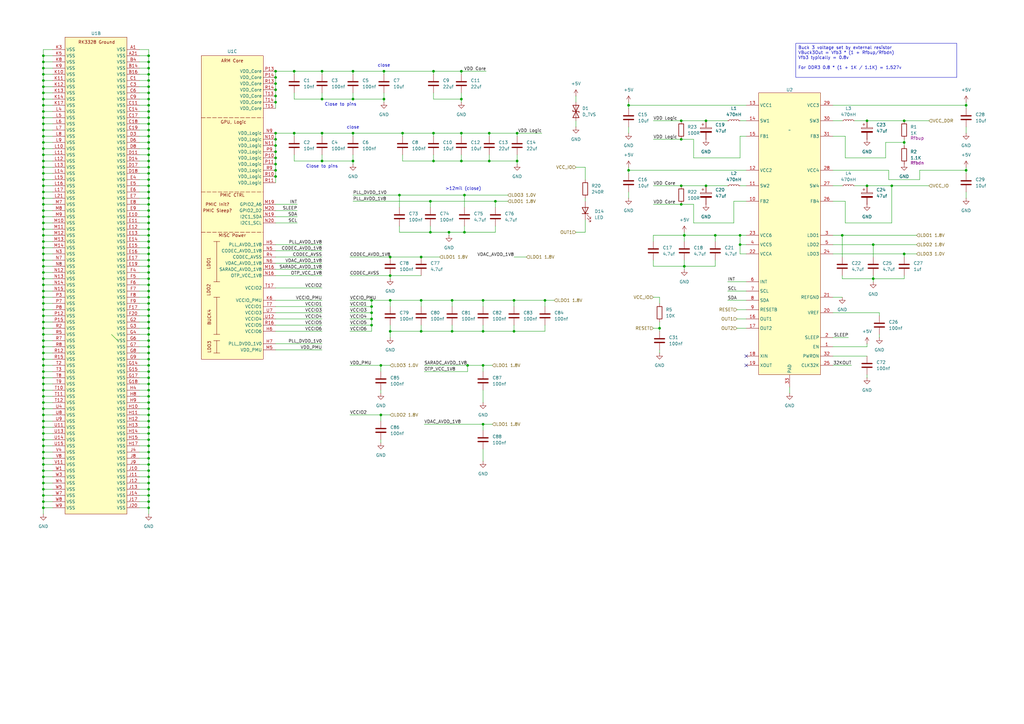
<source format=kicad_sch>
(kicad_sch (version 20250114) (generator "eeschema") (generator_version "9.0")
  (paper "A3")
  (lib_symbols
    (symbol "Device:C" (pin_numbers (hide yes)) (pin_names (offset 0.254))
      (property "Reference" "C" (at 0.635 2.54 0))
      (property "Value" "C" (at 0.635 -2.54 0))
      (symbol "C_1_1"
        (pin passive line (at 0 3.81 270) (length 2.794) (name "~") (number "1"))
        (pin passive line (at 0 -3.81 90) (length 2.794) (name "~") (number "2"))
      )
    )
    (symbol "Device:C_Polarized" (pin_numbers (hide yes)) (pin_names (offset 0.254))
      (property "Reference" "C" (at 0.635 2.54 0))
      (property "Value" "C_Polarized" (at 0.635 -2.54 0))
      (symbol "C_Polarized_1_1"
        (pin passive line (at 0 3.81 270) (length 2.794) (name "~") (number "1"))
        (pin passive line (at 0 -3.81 90) (length 2.794) (name "~") (number "2"))
      )
    )
    (symbol "Device:D_TVS" (pin_numbers (hide yes)) (pin_names (offset 1.016) (hide yes))
      (property "Reference" "D" (at 0 2.54 0))
      (property "Value" "D_TVS" (at 0 -2.54 0))
      (symbol "D_TVS_1_1"
        (pin passive line (at -3.81 0 0) (length 2.54) (name "A1") (number "1"))
        (pin passive line (at 3.81 0 180) (length 2.54) (name "A2") (number "2"))
      )
    )
    (symbol "Device:L_Small" (pin_numbers (hide yes)) (pin_names (offset 0.254) (hide yes))
      (property "Reference" "L" (at 0.762 1.016 0))
      (property "Value" "L_Small" (at 0.762 -1.016 0))
      (symbol "L_Small_1_1"
        (pin passive line (at 0 2.54 270) (length 0.508) (name "~") (number "1"))
        (pin passive line (at 0 -2.54 90) (length 0.508) (name "~") (number "2"))
      )
    )
    (symbol "Device:R" (pin_numbers (hide yes)) (pin_names (offset 0))
      (property "Reference" "R" (at 2.032 0 90))
      (property "Value" "R" (at 0 0 90))
      (symbol "R_1_1"
        (pin passive line (at 0 3.81 270) (length 1.27) (name "~") (number "1"))
        (pin passive line (at 0 -3.81 90) (length 1.27) (name "~") (number "2"))
      )
    )
    (symbol "LED_1" (pin_numbers (hide yes)) (pin_names (offset 1.016) (hide yes))
      (property "Reference" "D" (at 0 2.54 0))
      (property "Value" "LED" (at 0 -2.54 0))
      (symbol "LED_1_1_1"
        (pin passive line (at -3.81 0 0) (length 2.54) (name "K") (number "1"))
        (pin passive line (at 3.81 0 180) (length 2.54) (name "A") (number "2"))
      )
    )
    (symbol "RK3328:RK3328"
      (property "Reference" "U" (at 0 93.218 0))
      (symbol "RK3328_1_0"
        (pin input line (at 24.13 33.02 180) (length 5.08) (name "DDR_DQ0") (number "D7"))
        (pin input line (at 24.13 33.02 180) (length 5.08) (name "DDR_DQ0") (number "D7"))
        (pin input line (at 24.13 33.02 180) (length 5.08) (name "DDR_DQ0") (number "D7"))
        (pin input line (at 24.13 33.02 180) (length 5.08) (name "DDR_DQ0") (number "D7"))
        (pin input line (at 24.13 33.02 180) (length 5.08) (name "DDR_DQ0") (number "D7"))
        (pin input line (at 24.13 33.02 180) (length 5.08) (name "DDR_DQ0") (number "D7"))
        (pin input line (at 24.13 27.94 180) (length 5.08) (name "DDR_DQ2") (number "C5"))
        (pin input line (at 24.13 27.94 180) (length 5.08) (name "DDR_DQ2") (number "C5"))
        (pin input line (at 24.13 27.94 180) (length 5.08) (name "DDR_DQ2") (number "C5"))
        (pin input line (at 24.13 27.94 180) (length 5.08) (name "DDR_DQ2") (number "C5"))
        (pin input line (at 24.13 27.94 180) (length 5.08) (name "DDR_DQ2") (number "C5"))
        (pin input line (at 24.13 27.94 180) (length 5.08) (name "DDR_DQ2") (number "C5"))
        (pin input line (at 24.13 25.4 180) (length 5.08) (name "DDR_DQ3") (number "B2"))
        (pin input line (at 24.13 25.4 180) (length 5.08) (name "DDR_DQ3") (number "B2"))
        (pin input line (at 24.13 25.4 180) (length 5.08) (name "DDR_DQ3") (number "B2"))
        (pin input line (at 24.13 25.4 180) (length 5.08) (name "DDR_DQ3") (number "B2"))
        (pin input line (at 24.13 25.4 180) (length 5.08) (name "DDR_DQ3") (number "B2"))
        (pin input line (at 24.13 25.4 180) (length 5.08) (name "DDR_DQ3") (number "B2"))
        (pin input line (at 24.13 22.86 180) (length 5.08) (name "DDR_DQ4") (number "B9"))
        (pin input line (at 24.13 22.86 180) (length 5.08) (name "DDR_DQ4") (number "B9"))
        (pin input line (at 24.13 22.86 180) (length 5.08) (name "DDR_DQ4") (number "B9"))
        (pin input line (at 24.13 22.86 180) (length 5.08) (name "DDR_DQ4") (number "B9"))
        (pin input line (at 24.13 22.86 180) (length 5.08) (name "DDR_DQ4") (number "B9"))
        (pin input line (at 24.13 22.86 180) (length 5.08) (name "DDR_DQ4") (number "B9"))
        (pin input line (at 24.13 20.32 180) (length 5.08) (name "DDR_DQ5") (number "C7"))
        (pin input line (at 24.13 20.32 180) (length 5.08) (name "DDR_DQ5") (number "C7"))
        (pin input line (at 24.13 20.32 180) (length 5.08) (name "DDR_DQ5") (number "C7"))
        (pin input line (at 24.13 20.32 180) (length 5.08) (name "DDR_DQ5") (number "C7"))
        (pin input line (at 24.13 20.32 180) (length 5.08) (name "DDR_DQ5") (number "C7"))
        (pin input line (at 24.13 20.32 180) (length 5.08) (name "DDR_DQ5") (number "C7"))
        (pin input line (at 24.13 17.78 180) (length 5.08) (name "DDR_DQ6") (number "B7"))
        (pin input line (at 24.13 17.78 180) (length 5.08) (name "DDR_DQ6") (number "B7"))
        (pin input line (at 24.13 17.78 180) (length 5.08) (name "DDR_DQ6") (number "B7"))
        (pin input line (at 24.13 17.78 180) (length 5.08) (name "DDR_DQ6") (number "B7"))
        (pin input line (at 24.13 17.78 180) (length 5.08) (name "DDR_DQ6") (number "B7"))
        (pin input line (at 24.13 17.78 180) (length 5.08) (name "DDR_DQ6") (number "B7"))
        (pin input line (at 24.13 15.24 180) (length 5.08) (name "DDR_DQ7") (number "A2"))
        (pin input line (at 24.13 15.24 180) (length 5.08) (name "DDR_DQ7") (number "A2"))
        (pin input line (at 24.13 15.24 180) (length 5.08) (name "DDR_DQ7") (number "A2"))
        (pin input line (at 24.13 15.24 180) (length 5.08) (name "DDR_DQ7") (number "A2"))
        (pin input line (at 24.13 15.24 180) (length 5.08) (name "DDR_DQ7") (number "A2"))
        (pin input line (at 24.13 15.24 180) (length 5.08) (name "DDR_DQ7") (number "A2"))
        (pin input line (at 24.13 12.7 180) (length 5.08) (name "DDR_DQ8") (number "B1"))
        (pin input line (at 24.13 12.7 180) (length 5.08) (name "DDR_DQ8") (number "B1"))
        (pin input line (at 24.13 12.7 180) (length 5.08) (name "DDR_DQ8") (number "B1"))
        (pin input line (at 24.13 12.7 180) (length 5.08) (name "DDR_DQ8") (number "B1"))
        (pin input line (at 24.13 12.7 180) (length 5.08) (name "DDR_DQ8") (number "B1"))
        (pin input line (at 24.13 12.7 180) (length 5.08) (name "DDR_DQ8") (number "B1"))
        (pin input line (at 24.13 10.16 180) (length 5.08) (name "DDR_DQ9") (number "C8"))
        (pin input line (at 24.13 10.16 180) (length 5.08) (name "DDR_DQ9") (number "C8"))
        (pin input line (at 24.13 10.16 180) (length 5.08) (name "DDR_DQ9") (number "C8"))
        (pin input line (at 24.13 10.16 180) (length 5.08) (name "DDR_DQ9") (number "C8"))
        (pin input line (at 24.13 10.16 180) (length 5.08) (name "DDR_DQ9") (number "C8"))
        (pin input line (at 24.13 10.16 180) (length 5.08) (name "DDR_DQ9") (number "C8"))
        (pin input line (at 24.13 7.62 180) (length 5.08) (name "DDR_DQ10") (number "C2"))
        (pin input line (at 24.13 7.62 180) (length 5.08) (name "DDR_DQ10") (number "C2"))
        (pin input line (at 24.13 7.62 180) (length 5.08) (name "DDR_DQ10") (number "C2"))
        (pin input line (at 24.13 7.62 180) (length 5.08) (name "DDR_DQ10") (number "C2"))
        (pin input line (at 24.13 7.62 180) (length 5.08) (name "DDR_DQ10") (number "C2"))
        (pin input line (at 24.13 7.62 180) (length 5.08) (name "DDR_DQ10") (number "C2"))
        (pin input line (at 24.13 5.08 180) (length 5.08) (name "DDR_DQ11") (number "B10"))
        (pin input line (at 24.13 5.08 180) (length 5.08) (name "DDR_DQ11") (number "B10"))
        (pin input line (at 24.13 5.08 180) (length 5.08) (name "DDR_DQ11") (number "B10"))
        (pin input line (at 24.13 5.08 180) (length 5.08) (name "DDR_DQ11") (number "B10"))
        (pin input line (at 24.13 5.08 180) (length 5.08) (name "DDR_DQ11") (number "B10"))
        (pin input line (at 24.13 5.08 180) (length 5.08) (name "DDR_DQ11") (number "B10"))
        (pin input line (at 24.13 2.54 180) (length 5.08) (name "DDR_DQ12") (number "D4"))
        (pin input line (at 24.13 2.54 180) (length 5.08) (name "DDR_DQ12") (number "D4"))
        (pin input line (at 24.13 2.54 180) (length 5.08) (name "DDR_DQ12") (number "D4"))
        (pin input line (at 24.13 2.54 180) (length 5.08) (name "DDR_DQ12") (number "D4"))
        (pin input line (at 24.13 2.54 180) (length 5.08) (name "DDR_DQ12") (number "D4"))
        (pin input line (at 24.13 2.54 180) (length 5.08) (name "DDR_DQ12") (number "D4"))
        (pin input line (at 24.13 0 180) (length 5.08) (name "DDR_DQ13") (number "C10"))
        (pin input line (at 24.13 0 180) (length 5.08) (name "DDR_DQ13") (number "C10"))
        (pin input line (at 24.13 0 180) (length 5.08) (name "DDR_DQ13") (number "C10"))
        (pin input line (at 24.13 0 180) (length 5.08) (name "DDR_DQ13") (number "C10"))
        (pin input line (at 24.13 0 180) (length 5.08) (name "DDR_DQ13") (number "C10"))
        (pin input line (at 24.13 0 180) (length 5.08) (name "DDR_DQ13") (number "C10"))
        (pin input line (at 24.13 -2.54 180) (length 5.08) (name "DDR_DQ14") (number "C4"))
        (pin input line (at 24.13 -2.54 180) (length 5.08) (name "DDR_DQ14") (number "C4"))
        (pin input line (at 24.13 -2.54 180) (length 5.08) (name "DDR_DQ14") (number "C4"))
        (pin input line (at 24.13 -2.54 180) (length 5.08) (name "DDR_DQ14") (number "C4"))
        (pin input line (at 24.13 -2.54 180) (length 5.08) (name "DDR_DQ14") (number "C4"))
        (pin input line (at 24.13 -2.54 180) (length 5.08) (name "DDR_DQ14") (number "C4"))
        (pin input line (at 24.13 -5.08 180) (length 5.08) (name "DDR_DQ15") (number "D9"))
        (pin input line (at 24.13 -5.08 180) (length 5.08) (name "DDR_DQ15") (number "D9"))
        (pin input line (at 24.13 -5.08 180) (length 5.08) (name "DDR_DQ15") (number "D9"))
        (pin input line (at 24.13 -5.08 180) (length 5.08) (name "DDR_DQ15") (number "D9"))
        (pin input line (at 24.13 -5.08 180) (length 5.08) (name "DDR_DQ15") (number "D9"))
        (pin input line (at 24.13 -5.08 180) (length 5.08) (name "DDR_DQ15") (number "D9"))
        (pin input line (at 24.13 -7.62 180) (length 5.08) (name "DDR_DQ16") (number "D16"))
        (pin input line (at 24.13 -7.62 180) (length 5.08) (name "DDR_DQ16") (number "D16"))
        (pin input line (at 24.13 -7.62 180) (length 5.08) (name "DDR_DQ16") (number "D16"))
        (pin input line (at 24.13 -7.62 180) (length 5.08) (name "DDR_DQ16") (number "D16"))
        (pin input line (at 24.13 -7.62 180) (length 5.08) (name "DDR_DQ16") (number "D16"))
        (pin input line (at 24.13 -7.62 180) (length 5.08) (name "DDR_DQ16") (number "D16"))
        (pin input line (at 24.13 -10.16 180) (length 5.08) (name "DDR_DQ17") (number "C15"))
        (pin input line (at 24.13 -10.16 180) (length 5.08) (name "DDR_DQ17") (number "C15"))
        (pin input line (at 24.13 -10.16 180) (length 5.08) (name "DDR_DQ17") (number "C15"))
        (pin input line (at 24.13 -10.16 180) (length 5.08) (name "DDR_DQ17") (number "C15"))
        (pin input line (at 24.13 -10.16 180) (length 5.08) (name "DDR_DQ17") (number "C15"))
        (pin input line (at 24.13 -10.16 180) (length 5.08) (name "DDR_DQ17") (number "C15"))
        (pin input line (at 24.13 -12.7 180) (length 5.08) (name "DDR_DQ18") (number "C16"))
        (pin input line (at 24.13 -12.7 180) (length 5.08) (name "DDR_DQ18") (number "C16"))
        (pin input line (at 24.13 -12.7 180) (length 5.08) (name "DDR_DQ18") (number "C16"))
        (pin input line (at 24.13 -12.7 180) (length 5.08) (name "DDR_DQ18") (number "C16"))
        (pin input line (at 24.13 -12.7 180) (length 5.08) (name "DDR_DQ18") (number "C16"))
        (pin input line (at 24.13 -12.7 180) (length 5.08) (name "DDR_DQ18") (number "C16"))
        (pin input line (at 24.13 -15.24 180) (length 5.08) (name "DDR_DQ19") (number "B12"))
        (pin input line (at 24.13 -15.24 180) (length 5.08) (name "DDR_DQ19") (number "B12"))
        (pin input line (at 24.13 -15.24 180) (length 5.08) (name "DDR_DQ19") (number "B12"))
        (pin input line (at 24.13 -15.24 180) (length 5.08) (name "DDR_DQ19") (number "B12"))
        (pin input line (at 24.13 -15.24 180) (length 5.08) (name "DDR_DQ19") (number "B12"))
        (pin input line (at 24.13 -15.24 180) (length 5.08) (name "DDR_DQ19") (number "B12"))
        (pin input line (at 24.13 -17.78 180) (length 5.08) (name "DDR_DQ20") (number "B11"))
        (pin input line (at 24.13 -17.78 180) (length 5.08) (name "DDR_DQ20") (number "B11"))
        (pin input line (at 24.13 -17.78 180) (length 5.08) (name "DDR_DQ20") (number "B11"))
        (pin input line (at 24.13 -17.78 180) (length 5.08) (name "DDR_DQ20") (number "B11"))
        (pin input line (at 24.13 -17.78 180) (length 5.08) (name "DDR_DQ20") (number "B11"))
        (pin input line (at 24.13 -17.78 180) (length 5.08) (name "DDR_DQ20") (number "B11"))
        (pin input line (at 24.13 -20.32 180) (length 5.08) (name "DDR_DQ21") (number "A10"))
        (pin input line (at 24.13 -20.32 180) (length 5.08) (name "DDR_DQ21") (number "A10"))
        (pin input line (at 24.13 -20.32 180) (length 5.08) (name "DDR_DQ21") (number "A10"))
        (pin input line (at 24.13 -20.32 180) (length 5.08) (name "DDR_DQ21") (number "A10"))
        (pin input line (at 24.13 -20.32 180) (length 5.08) (name "DDR_DQ21") (number "A10"))
        (pin input line (at 24.13 -20.32 180) (length 5.08) (name "DDR_DQ21") (number "A10"))
        (pin input line (at 24.13 -22.86 180) (length 5.08) (name "DDR_DQ22") (number "B17"))
        (pin input line (at 24.13 -22.86 180) (length 5.08) (name "DDR_DQ22") (number "B17"))
        (pin input line (at 24.13 -22.86 180) (length 5.08) (name "DDR_DQ22") (number "B17"))
        (pin input line (at 24.13 -22.86 180) (length 5.08) (name "DDR_DQ22") (number "B17"))
        (pin input line (at 24.13 -22.86 180) (length 5.08) (name "DDR_DQ22") (number "B17"))
        (pin input line (at 24.13 -22.86 180) (length 5.08) (name "DDR_DQ22") (number "B17"))
        (pin input line (at 24.13 -25.4 180) (length 5.08) (name "DDR_DQ23") (number "A11"))
        (pin input line (at 24.13 -25.4 180) (length 5.08) (name "DDR_DQ23") (number "A11"))
        (pin input line (at 24.13 -25.4 180) (length 5.08) (name "DDR_DQ23") (number "A11"))
        (pin input line (at 24.13 -25.4 180) (length 5.08) (name "DDR_DQ23") (number "A11"))
        (pin input line (at 24.13 -25.4 180) (length 5.08) (name "DDR_DQ23") (number "A11"))
        (pin input line (at 24.13 -25.4 180) (length 5.08) (name "DDR_DQ23") (number "A11"))
        (pin input line (at 24.13 -27.94 180) (length 5.08) (name "DDR_DQ24") (number "C12"))
        (pin input line (at 24.13 -27.94 180) (length 5.08) (name "DDR_DQ24") (number "C12"))
        (pin input line (at 24.13 -27.94 180) (length 5.08) (name "DDR_DQ24") (number "C12"))
        (pin input line (at 24.13 -27.94 180) (length 5.08) (name "DDR_DQ24") (number "C12"))
        (pin input line (at 24.13 -27.94 180) (length 5.08) (name "DDR_DQ24") (number "C12"))
        (pin input line (at 24.13 -27.94 180) (length 5.08) (name "DDR_DQ24") (number "C12"))
        (pin input line (at 24.13 -30.48 180) (length 5.08) (name "DDR_DQ25") (number "D13"))
        (pin input line (at 24.13 -30.48 180) (length 5.08) (name "DDR_DQ25") (number "D13"))
        (pin input line (at 24.13 -30.48 180) (length 5.08) (name "DDR_DQ25") (number "D13"))
        (pin input line (at 24.13 -30.48 180) (length 5.08) (name "DDR_DQ25") (number "D13"))
        (pin input line (at 24.13 -30.48 180) (length 5.08) (name "DDR_DQ25") (number "D13"))
        (pin input line (at 24.13 -30.48 180) (length 5.08) (name "DDR_DQ25") (number "D13"))
        (pin input line (at 24.13 -33.02 180) (length 5.08) (name "DDR_DQ26") (number "B19"))
        (pin input line (at 24.13 -33.02 180) (length 5.08) (name "DDR_DQ26") (number "B19"))
        (pin input line (at 24.13 -33.02 180) (length 5.08) (name "DDR_DQ26") (number "B19"))
        (pin input line (at 24.13 -33.02 180) (length 5.08) (name "DDR_DQ26") (number "B19"))
        (pin input line (at 24.13 -33.02 180) (length 5.08) (name "DDR_DQ26") (number "B19"))
        (pin input line (at 24.13 -33.02 180) (length 5.08) (name "DDR_DQ26") (number "B19"))
        (pin input line (at 24.13 -35.56 180) (length 5.08) (name "DDR_DQ27") (number "B18"))
        (pin input line (at 24.13 -35.56 180) (length 5.08) (name "DDR_DQ27") (number "B18"))
        (pin input line (at 24.13 -35.56 180) (length 5.08) (name "DDR_DQ27") (number "B18"))
        (pin input line (at 24.13 -35.56 180) (length 5.08) (name "DDR_DQ27") (number "B18"))
        (pin input line (at 24.13 -35.56 180) (length 5.08) (name "DDR_DQ27") (number "B18"))
        (pin input line (at 24.13 -35.56 180) (length 5.08) (name "DDR_DQ27") (number "B18"))
        (pin input line (at 24.13 -38.1 180) (length 5.08) (name "DDR_DQ28") (number "D12"))
        (pin input line (at 24.13 -38.1 180) (length 5.08) (name "DDR_DQ28") (number "D12"))
        (pin input line (at 24.13 -38.1 180) (length 5.08) (name "DDR_DQ28") (number "D12"))
        (pin input line (at 24.13 -38.1 180) (length 5.08) (name "DDR_DQ28") (number "D12"))
        (pin input line (at 24.13 -38.1 180) (length 5.08) (name "DDR_DQ28") (number "D12"))
        (pin input line (at 24.13 -38.1 180) (length 5.08) (name "DDR_DQ28") (number "D12"))
        (pin input line (at 24.13 -40.64 180) (length 5.08) (name "DDR_DQ29") (number "C13"))
        (pin input line (at 24.13 -40.64 180) (length 5.08) (name "DDR_DQ29") (number "C13"))
        (pin input line (at 24.13 -40.64 180) (length 5.08) (name "DDR_DQ29") (number "C13"))
        (pin input line (at 24.13 -40.64 180) (length 5.08) (name "DDR_DQ29") (number "C13"))
        (pin input line (at 24.13 -40.64 180) (length 5.08) (name "DDR_DQ29") (number "C13"))
        (pin input line (at 24.13 -40.64 180) (length 5.08) (name "DDR_DQ29") (number "C13"))
        (pin input line (at 24.13 -43.18 180) (length 5.08) (name "DDR_DQ30") (number "A18"))
        (pin input line (at 24.13 -43.18 180) (length 5.08) (name "DDR_DQ30") (number "A18"))
        (pin input line (at 24.13 -43.18 180) (length 5.08) (name "DDR_DQ30") (number "A18"))
        (pin input line (at 24.13 -43.18 180) (length 5.08) (name "DDR_DQ30") (number "A18"))
        (pin input line (at 24.13 -43.18 180) (length 5.08) (name "DDR_DQ30") (number "A18"))
        (pin input line (at 24.13 -43.18 180) (length 5.08) (name "DDR_DQ30") (number "A18"))
        (pin input line (at 24.13 -45.72 180) (length 5.08) (name "DDR_DQ31") (number "A17"))
        (pin input line (at 24.13 -45.72 180) (length 5.08) (name "DDR_DQ31") (number "A17"))
        (pin input line (at 24.13 -45.72 180) (length 5.08) (name "DDR_DQ31") (number "A17"))
        (pin input line (at 24.13 -45.72 180) (length 5.08) (name "DDR_DQ31") (number "A17"))
        (pin input line (at 24.13 -45.72 180) (length 5.08) (name "DDR_DQ31") (number "A17"))
        (pin input line (at 24.13 -45.72 180) (length 5.08) (name "DDR_DQ31") (number "A17"))
      )
      (symbol "RK3328_1_1"
        (text "Power 1V5" (at -2.794 18.034 900) (effects (font (size 1.27 1.27))))
        (text "Power 1V5" (at -2.794 18.034 900) (effects (font (size 1.27 1.27))))
        (text "Power 1V5" (at -2.794 18.034 900) (effects (font (size 1.27 1.27))))
        (text "Power 1V5" (at -2.794 18.034 900) (effects (font (size 1.27 1.27))))
        (text "Power 1V5" (at -2.794 18.034 900) (effects (font (size 1.27 1.27))))
        (text "Power 1V5" (at -2.794 18.034 900) (effects (font (size 1.27 1.27))))
        (text "RK3328 DDR3 Memory" (at 0 39.878 0) (effects (font (size 1.27 1.27))))
        (text "RK3328 DDR3 Memory" (at 0 39.878 0) (effects (font (size 1.27 1.27))))
        (text "RK3328 DDR3 Memory" (at 0 39.878 0) (effects (font (size 1.27 1.27))))
        (text "RK3328 DDR3 Memory" (at 0 39.878 0) (effects (font (size 1.27 1.27))))
        (text "RK3328 DDR3 Memory" (at 0 39.878 0) (effects (font (size 1.27 1.27))))
        (text "RK3328 DDR3 Memory" (at 0 39.878 0) (effects (font (size 1.27 1.27))))
        (text "Data" (at 3.556 -6.35 900) (effects (font (size 1.27 1.27))))
        (text "Data" (at 3.556 -6.35 900) (effects (font (size 1.27 1.27))))
        (text "Data" (at 3.556 -6.35 900) (effects (font (size 1.27 1.27))))
        (text "Data" (at 3.556 -6.35 900) (effects (font (size 1.27 1.27))))
        (text "Data" (at 3.556 -6.35 900) (effects (font (size 1.27 1.27))))
        (text "Data" (at 3.556 -6.35 900) (effects (font (size 1.27 1.27))))
        (pin input line (at -24.13 33.02 0) (length 5.08) (name "VDD_DDRIO") (number "F10"))
        (pin input line (at -24.13 33.02 0) (length 5.08) (name "VDD_DDRIO") (number "F10"))
        (pin input line (at -24.13 33.02 0) (length 5.08) (name "VDD_DDRIO") (number "F10"))
        (pin input line (at -24.13 33.02 0) (length 5.08) (name "VDD_DDRIO") (number "F10"))
        (pin input line (at -24.13 33.02 0) (length 5.08) (name "VDD_DDRIO") (number "F10"))
        (pin input line (at -24.13 33.02 0) (length 5.08) (name "VDD_DDRIO") (number "F10"))
        (pin input line (at -24.13 30.48 0) (length 5.08) (name "VDD_DDRIO") (number "F11"))
        (pin input line (at -24.13 30.48 0) (length 5.08) (name "VDD_DDRIO") (number "F11"))
        (pin input line (at -24.13 30.48 0) (length 5.08) (name "VDD_DDRIO") (number "F11"))
        (pin input line (at -24.13 30.48 0) (length 5.08) (name "VDD_DDRIO") (number "F11"))
        (pin input line (at -24.13 30.48 0) (length 5.08) (name "VDD_DDRIO") (number "F11"))
        (pin input line (at -24.13 30.48 0) (length 5.08) (name "VDD_DDRIO") (number "F11"))
        (pin input line (at -24.13 27.94 0) (length 5.08) (name "VDD_DDRIO") (number "F12"))
        (pin input line (at -24.13 27.94 0) (length 5.08) (name "VDD_DDRIO") (number "F12"))
        (pin input line (at -24.13 27.94 0) (length 5.08) (name "VDD_DDRIO") (number "F12"))
        (pin input line (at -24.13 27.94 0) (length 5.08) (name "VDD_DDRIO") (number "F12"))
        (pin input line (at -24.13 27.94 0) (length 5.08) (name "VDD_DDRIO") (number "F12"))
        (pin input line (at -24.13 27.94 0) (length 5.08) (name "VDD_DDRIO") (number "F12"))
        (pin input line (at -24.13 25.4 0) (length 5.08) (name "VDD_DDRIO") (number "F13"))
        (pin input line (at -24.13 25.4 0) (length 5.08) (name "VDD_DDRIO") (number "F13"))
        (pin input line (at -24.13 25.4 0) (length 5.08) (name "VDD_DDRIO") (number "F13"))
        (pin input line (at -24.13 25.4 0) (length 5.08) (name "VDD_DDRIO") (number "F13"))
        (pin input line (at -24.13 25.4 0) (length 5.08) (name "VDD_DDRIO") (number "F13"))
        (pin input line (at -24.13 25.4 0) (length 5.08) (name "VDD_DDRIO") (number "F13"))
        (pin input line (at -24.13 22.86 0) (length 5.08) (name "VDD_DDRIO") (number "G10"))
        (pin input line (at -24.13 22.86 0) (length 5.08) (name "VDD_DDRIO") (number "G10"))
        (pin input line (at -24.13 22.86 0) (length 5.08) (name "VDD_DDRIO") (number "G10"))
        (pin input line (at -24.13 22.86 0) (length 5.08) (name "VDD_DDRIO") (number "G10"))
        (pin input line (at -24.13 22.86 0) (length 5.08) (name "VDD_DDRIO") (number "G10"))
        (pin input line (at -24.13 22.86 0) (length 5.08) (name "VDD_DDRIO") (number "G10"))
        (pin input line (at -24.13 20.32 0) (length 5.08) (name "VDD_DDRIO") (number "G11"))
        (pin input line (at -24.13 20.32 0) (length 5.08) (name "VDD_DDRIO") (number "G11"))
        (pin input line (at -24.13 20.32 0) (length 5.08) (name "VDD_DDRIO") (number "G11"))
        (pin input line (at -24.13 20.32 0) (length 5.08) (name "VDD_DDRIO") (number "G11"))
        (pin input line (at -24.13 20.32 0) (length 5.08) (name "VDD_DDRIO") (number "G11"))
        (pin input line (at -24.13 20.32 0) (length 5.08) (name "VDD_DDRIO") (number "G11"))
        (pin input line (at -24.13 17.78 0) (length 5.08) (name "VDD_DDRIO") (number "G12"))
        (pin input line (at -24.13 17.78 0) (length 5.08) (name "VDD_DDRIO") (number "G12"))
        (pin input line (at -24.13 17.78 0) (length 5.08) (name "VDD_DDRIO") (number "G12"))
        (pin input line (at -24.13 17.78 0) (length 5.08) (name "VDD_DDRIO") (number "G12"))
        (pin input line (at -24.13 17.78 0) (length 5.08) (name "VDD_DDRIO") (number "G12"))
        (pin input line (at -24.13 17.78 0) (length 5.08) (name "VDD_DDRIO") (number "G12"))
        (pin input line (at -24.13 15.24 0) (length 5.08) (name "VDD_DDRIO") (number "G13"))
        (pin input line (at -24.13 15.24 0) (length 5.08) (name "VDD_DDRIO") (number "G13"))
        (pin input line (at -24.13 15.24 0) (length 5.08) (name "VDD_DDRIO") (number "G13"))
        (pin input line (at -24.13 15.24 0) (length 5.08) (name "VDD_DDRIO") (number "G13"))
        (pin input line (at -24.13 15.24 0) (length 5.08) (name "VDD_DDRIO") (number "G13"))
        (pin input line (at -24.13 15.24 0) (length 5.08) (name "VDD_DDRIO") (number "G13"))
        (pin input line (at -24.13 12.7 0) (length 5.08) (name "VDD_DDRIO") (number "H16"))
        (pin input line (at -24.13 12.7 0) (length 5.08) (name "VDD_DDRIO") (number "H16"))
        (pin input line (at -24.13 12.7 0) (length 5.08) (name "VDD_DDRIO") (number "H16"))
        (pin input line (at -24.13 12.7 0) (length 5.08) (name "VDD_DDRIO") (number "H16"))
        (pin input line (at -24.13 12.7 0) (length 5.08) (name "VDD_DDRIO") (number "H16"))
        (pin input line (at -24.13 12.7 0) (length 5.08) (name "VDD_DDRIO") (number "H16"))
        (pin input line (at -24.13 10.16 0) (length 5.08) (name "VDD_DDRIO") (number "J15"))
        (pin input line (at -24.13 10.16 0) (length 5.08) (name "VDD_DDRIO") (number "J15"))
        (pin input line (at -24.13 10.16 0) (length 5.08) (name "VDD_DDRIO") (number "J15"))
        (pin input line (at -24.13 10.16 0) (length 5.08) (name "VDD_DDRIO") (number "J15"))
        (pin input line (at -24.13 10.16 0) (length 5.08) (name "VDD_DDRIO") (number "J15"))
        (pin input line (at -24.13 10.16 0) (length 5.08) (name "VDD_DDRIO") (number "J15"))
        (pin input line (at -24.13 7.62 0) (length 5.08) (name "VDD_DDRIO") (number "J16"))
        (pin input line (at -24.13 7.62 0) (length 5.08) (name "VDD_DDRIO") (number "J16"))
        (pin input line (at -24.13 7.62 0) (length 5.08) (name "VDD_DDRIO") (number "J16"))
        (pin input line (at -24.13 7.62 0) (length 5.08) (name "VDD_DDRIO") (number "J16"))
        (pin input line (at -24.13 7.62 0) (length 5.08) (name "VDD_DDRIO") (number "J16"))
        (pin input line (at -24.13 7.62 0) (length 5.08) (name "VDD_DDRIO") (number "J16"))
        (pin input line (at -24.13 5.08 0) (length 5.08) (name "VDD_DDRIO") (number "K15"))
        (pin input line (at -24.13 5.08 0) (length 5.08) (name "VDD_DDRIO") (number "K15"))
        (pin input line (at -24.13 5.08 0) (length 5.08) (name "VDD_DDRIO") (number "K15"))
        (pin input line (at -24.13 5.08 0) (length 5.08) (name "VDD_DDRIO") (number "K15"))
        (pin input line (at -24.13 5.08 0) (length 5.08) (name "VDD_DDRIO") (number "K15"))
        (pin input line (at -24.13 5.08 0) (length 5.08) (name "VDD_DDRIO") (number "K15"))
        (pin input line (at -24.13 2.54 0) (length 5.08) (name "VDD_DDRIO") (number "K16"))
        (pin input line (at -24.13 2.54 0) (length 5.08) (name "VDD_DDRIO") (number "K16"))
        (pin input line (at -24.13 2.54 0) (length 5.08) (name "VDD_DDRIO") (number "K16"))
        (pin input line (at -24.13 2.54 0) (length 5.08) (name "VDD_DDRIO") (number "K16"))
        (pin input line (at -24.13 2.54 0) (length 5.08) (name "VDD_DDRIO") (number "K16"))
        (pin input line (at -24.13 2.54 0) (length 5.08) (name "VDD_DDRIO") (number "K16"))
        (pin input line (at -24.13 -2.54 0) (length 5.08) (name "DDR3_A0") (number "G19"))
        (pin input line (at -24.13 -2.54 0) (length 5.08) (name "DDR3_A0") (number "G19"))
        (pin input line (at -24.13 -2.54 0) (length 5.08) (name "DDR3_A0") (number "G19"))
        (pin input line (at -24.13 -2.54 0) (length 5.08) (name "DDR3_A0") (number "G19"))
        (pin input line (at -24.13 -2.54 0) (length 5.08) (name "DDR3_A0") (number "G19"))
        (pin input line (at -24.13 -2.54 0) (length 5.08) (name "DDR3_A0") (number "G19"))
        (pin input line (at -24.13 -5.08 0) (length 5.08) (name "DDR3_A1") (number "K18"))
        (pin input line (at -24.13 -5.08 0) (length 5.08) (name "DDR3_A1") (number "K18"))
        (pin input line (at -24.13 -5.08 0) (length 5.08) (name "DDR3_A1") (number "K18"))
        (pin input line (at -24.13 -5.08 0) (length 5.08) (name "DDR3_A1") (number "K18"))
        (pin input line (at -24.13 -5.08 0) (length 5.08) (name "DDR3_A1") (number "K18"))
        (pin input line (at -24.13 -5.08 0) (length 5.08) (name "DDR3_A1") (number "K18"))
        (pin input line (at -24.13 -7.62 0) (length 5.08) (name "DDR3_A2") (number "H18"))
        (pin input line (at -24.13 -7.62 0) (length 5.08) (name "DDR3_A2") (number "H18"))
        (pin input line (at -24.13 -7.62 0) (length 5.08) (name "DDR3_A2") (number "H18"))
        (pin input line (at -24.13 -7.62 0) (length 5.08) (name "DDR3_A2") (number "H18"))
        (pin input line (at -24.13 -7.62 0) (length 5.08) (name "DDR3_A2") (number "H18"))
        (pin input line (at -24.13 -7.62 0) (length 5.08) (name "DDR3_A2") (number "H18"))
        (pin input line (at -24.13 -10.16 0) (length 5.08) (name "DDR3_A3") (number "E20"))
        (pin input line (at -24.13 -10.16 0) (length 5.08) (name "DDR3_A3") (number "E20"))
        (pin input line (at -24.13 -10.16 0) (length 5.08) (name "DDR3_A3") (number "E20"))
        (pin input line (at -24.13 -10.16 0) (length 5.08) (name "DDR3_A3") (number "E20"))
        (pin input line (at -24.13 -10.16 0) (length 5.08) (name "DDR3_A3") (number "E20"))
        (pin input line (at -24.13 -10.16 0) (length 5.08) (name "DDR3_A3") (number "E20"))
        (pin input line (at -24.13 -12.7 0) (length 5.08) (name "DDR3_A4") (number "H21"))
        (pin input line (at -24.13 -12.7 0) (length 5.08) (name "DDR3_A4") (number "H21"))
        (pin input line (at -24.13 -12.7 0) (length 5.08) (name "DDR3_A4") (number "H21"))
        (pin input line (at -24.13 -12.7 0) (length 5.08) (name "DDR3_A4") (number "H21"))
        (pin input line (at -24.13 -12.7 0) (length 5.08) (name "DDR3_A4") (number "H21"))
        (pin input line (at -24.13 -12.7 0) (length 5.08) (name "DDR3_A4") (number "H21"))
        (pin input line (at -24.13 -15.24 0) (length 5.08) (name "DDR3_A5") (number "D21"))
        (pin input line (at -24.13 -15.24 0) (length 5.08) (name "DDR3_A5") (number "D21"))
        (pin input line (at -24.13 -15.24 0) (length 5.08) (name "DDR3_A5") (number "D21"))
        (pin input line (at -24.13 -15.24 0) (length 5.08) (name "DDR3_A5") (number "D21"))
        (pin input line (at -24.13 -15.24 0) (length 5.08) (name "DDR3_A5") (number "D21"))
        (pin input line (at -24.13 -15.24 0) (length 5.08) (name "DDR3_A5") (number "D21"))
        (pin input line (at -24.13 -17.78 0) (length 5.08) (name "DDR3_A6") (number "H20"))
        (pin input line (at -24.13 -17.78 0) (length 5.08) (name "DDR3_A6") (number "H20"))
        (pin input line (at -24.13 -17.78 0) (length 5.08) (name "DDR3_A6") (number "H20"))
        (pin input line (at -24.13 -17.78 0) (length 5.08) (name "DDR3_A6") (number "H20"))
        (pin input line (at -24.13 -17.78 0) (length 5.08) (name "DDR3_A6") (number "H20"))
        (pin input line (at -24.13 -17.78 0) (length 5.08) (name "DDR3_A6") (number "H20"))
        (pin input line (at -24.13 -20.32 0) (length 5.08) (name "DDR3_A7") (number "D20"))
        (pin input line (at -24.13 -20.32 0) (length 5.08) (name "DDR3_A7") (number "D20"))
        (pin input line (at -24.13 -20.32 0) (length 5.08) (name "DDR3_A7") (number "D20"))
        (pin input line (at -24.13 -20.32 0) (length 5.08) (name "DDR3_A7") (number "D20"))
        (pin input line (at -24.13 -20.32 0) (length 5.08) (name "DDR3_A7") (number "D20"))
        (pin input line (at -24.13 -20.32 0) (length 5.08) (name "DDR3_A7") (number "D20"))
        (pin input line (at -24.13 -22.86 0) (length 5.08) (name "DDR3_A8") (number "K19"))
        (pin input line (at -24.13 -22.86 0) (length 5.08) (name "DDR3_A8") (number "K19"))
        (pin input line (at -24.13 -22.86 0) (length 5.08) (name "DDR3_A8") (number "K19"))
        (pin input line (at -24.13 -22.86 0) (length 5.08) (name "DDR3_A8") (number "K19"))
        (pin input line (at -24.13 -22.86 0) (length 5.08) (name "DDR3_A8") (number "K19"))
        (pin input line (at -24.13 -22.86 0) (length 5.08) (name "DDR3_A8") (number "K19"))
        (pin input line (at -24.13 -25.4 0) (length 5.08) (name "DDR3_A9") (number "F19"))
        (pin input line (at -24.13 -25.4 0) (length 5.08) (name "DDR3_A9") (number "F19"))
        (pin input line (at -24.13 -25.4 0) (length 5.08) (name "DDR3_A9") (number "F19"))
        (pin input line (at -24.13 -25.4 0) (length 5.08) (name "DDR3_A9") (number "F19"))
        (pin input line (at -24.13 -25.4 0) (length 5.08) (name "DDR3_A9") (number "F19"))
        (pin input line (at -24.13 -25.4 0) (length 5.08) (name "DDR3_A9") (number "F19"))
        (pin input line (at -24.13 -27.94 0) (length 5.08) (name "DDR3_A10") (number "K21"))
        (pin input line (at -24.13 -27.94 0) (length 5.08) (name "DDR3_A10") (number "K21"))
        (pin input line (at -24.13 -27.94 0) (length 5.08) (name "DDR3_A10") (number "K21"))
        (pin input line (at -24.13 -27.94 0) (length 5.08) (name "DDR3_A10") (number "K21"))
        (pin input line (at -24.13 -27.94 0) (length 5.08) (name "DDR3_A10") (number "K21"))
        (pin input line (at -24.13 -27.94 0) (length 5.08) (name "DDR3_A10") (number "K21"))
        (pin input line (at -24.13 -30.48 0) (length 5.08) (name "DDR3_A11") (number "G20"))
        (pin input line (at -24.13 -30.48 0) (length 5.08) (name "DDR3_A11") (number "G20"))
        (pin input line (at -24.13 -30.48 0) (length 5.08) (name "DDR3_A11") (number "G20"))
        (pin input line (at -24.13 -30.48 0) (length 5.08) (name "DDR3_A11") (number "G20"))
        (pin input line (at -24.13 -30.48 0) (length 5.08) (name "DDR3_A11") (number "G20"))
        (pin input line (at -24.13 -30.48 0) (length 5.08) (name "DDR3_A11") (number "G20"))
        (pin input line (at -24.13 -33.02 0) (length 5.08) (name "DDR3_A12") (number "J21"))
        (pin input line (at -24.13 -33.02 0) (length 5.08) (name "DDR3_A12") (number "J21"))
        (pin input line (at -24.13 -33.02 0) (length 5.08) (name "DDR3_A12") (number "J21"))
        (pin input line (at -24.13 -33.02 0) (length 5.08) (name "DDR3_A12") (number "J21"))
        (pin input line (at -24.13 -33.02 0) (length 5.08) (name "DDR3_A12") (number "J21"))
        (pin input line (at -24.13 -33.02 0) (length 5.08) (name "DDR3_A12") (number "J21"))
        (pin input line (at -24.13 -35.56 0) (length 5.08) (name "DDR3_A13") (number "F18"))
        (pin input line (at -24.13 -35.56 0) (length 5.08) (name "DDR3_A13") (number "F18"))
        (pin input line (at -24.13 -35.56 0) (length 5.08) (name "DDR3_A13") (number "F18"))
        (pin input line (at -24.13 -35.56 0) (length 5.08) (name "DDR3_A13") (number "F18"))
        (pin input line (at -24.13 -35.56 0) (length 5.08) (name "DDR3_A13") (number "F18"))
        (pin input line (at -24.13 -35.56 0) (length 5.08) (name "DDR3_A13") (number "F18"))
        (pin input line (at -24.13 -38.1 0) (length 5.08) (name "DDR3_A14") (number "G21"))
        (pin input line (at -24.13 -38.1 0) (length 5.08) (name "DDR3_A14") (number "G21"))
        (pin input line (at -24.13 -38.1 0) (length 5.08) (name "DDR3_A14") (number "G21"))
        (pin input line (at -24.13 -38.1 0) (length 5.08) (name "DDR3_A14") (number "G21"))
        (pin input line (at -24.13 -38.1 0) (length 5.08) (name "DDR3_A14") (number "G21"))
        (pin input line (at -24.13 -38.1 0) (length 5.08) (name "DDR3_A14") (number "G21"))
        (pin input line (at -24.13 -40.64 0) (length 5.08) (name "DDR3_A15") (number "J19"))
        (pin input line (at -24.13 -40.64 0) (length 5.08) (name "DDR3_A15") (number "J19"))
        (pin input line (at -24.13 -40.64 0) (length 5.08) (name "DDR3_A15") (number "J19"))
        (pin input line (at -24.13 -40.64 0) (length 5.08) (name "DDR3_A15") (number "J19"))
        (pin input line (at -24.13 -40.64 0) (length 5.08) (name "DDR3_A15") (number "J19"))
        (pin input line (at -24.13 -40.64 0) (length 5.08) (name "DDR3_A15") (number "J19"))
        (pin input line (at -24.13 -45.72 0) (length 5.08) (name "DDR3_BA0") (number "C21"))
        (pin input line (at -24.13 -45.72 0) (length 5.08) (name "DDR3_BA0") (number "C21"))
        (pin input line (at -24.13 -45.72 0) (length 5.08) (name "DDR3_BA0") (number "C21"))
        (pin input line (at -24.13 -45.72 0) (length 5.08) (name "DDR3_BA0") (number "C21"))
        (pin input line (at -24.13 -45.72 0) (length 5.08) (name "DDR3_BA0") (number "C21"))
        (pin input line (at -24.13 -45.72 0) (length 5.08) (name "DDR3_BA0") (number "C21"))
        (pin input line (at -24.13 -48.26 0) (length 5.08) (name "DDR3_BA1") (number "K20"))
        (pin input line (at -24.13 -48.26 0) (length 5.08) (name "DDR3_BA1") (number "K20"))
        (pin input line (at -24.13 -48.26 0) (length 5.08) (name "DDR3_BA1") (number "K20"))
        (pin input line (at -24.13 -48.26 0) (length 5.08) (name "DDR3_BA1") (number "K20"))
        (pin input line (at -24.13 -48.26 0) (length 5.08) (name "DDR3_BA1") (number "K20"))
        (pin input line (at -24.13 -48.26 0) (length 5.08) (name "DDR3_BA1") (number "K20"))
        (pin input line (at -24.13 -50.8 0) (length 5.08) (name "DDR3_BA2") (number "E21"))
        (pin input line (at -24.13 -50.8 0) (length 5.08) (name "DDR3_BA2") (number "E21"))
        (pin input line (at -24.13 -50.8 0) (length 5.08) (name "DDR3_BA2") (number "E21"))
        (pin input line (at -24.13 -50.8 0) (length 5.08) (name "DDR3_BA2") (number "E21"))
        (pin input line (at -24.13 -50.8 0) (length 5.08) (name "DDR3_BA2") (number "E21"))
        (pin input line (at -24.13 -50.8 0) (length 5.08) (name "DDR3_BA2") (number "E21"))
        (pin input line (at -24.13 -55.88 0) (length 5.08) (name "DDR3_CLK_N") (number "A20"))
        (pin input line (at -24.13 -55.88 0) (length 5.08) (name "DDR3_CLK_N") (number "A20"))
        (pin input line (at -24.13 -55.88 0) (length 5.08) (name "DDR3_CLK_N") (number "A20"))
        (pin input line (at -24.13 -55.88 0) (length 5.08) (name "DDR3_CLK_N") (number "A20"))
        (pin input line (at -24.13 -55.88 0) (length 5.08) (name "DDR3_CLK_N") (number "A20"))
        (pin input line (at -24.13 -55.88 0) (length 5.08) (name "DDR3_CLK_N") (number "A20"))
        (pin input line (at -24.13 -58.42 0) (length 5.08) (name "DDR3_CLK_P") (number "B20"))
        (pin input line (at -24.13 -58.42 0) (length 5.08) (name "DDR3_CLK_P") (number "B20"))
        (pin input line (at -24.13 -58.42 0) (length 5.08) (name "DDR3_CLK_P") (number "B20"))
        (pin input line (at -24.13 -58.42 0) (length 5.08) (name "DDR3_CLK_P") (number "B20"))
        (pin input line (at -24.13 -58.42 0) (length 5.08) (name "DDR3_CLK_P") (number "B20"))
        (pin input line (at -24.13 -58.42 0) (length 5.08) (name "DDR3_CLK_P") (number "B20"))
        (pin input line (at -24.13 -60.96 0) (length 5.08) (name "DDR3_CKE") (number "L20"))
        (pin input line (at -24.13 -60.96 0) (length 5.08) (name "DDR3_CKE") (number "L20"))
        (pin input line (at -24.13 -60.96 0) (length 5.08) (name "DDR3_CKE") (number "L20"))
        (pin input line (at -24.13 -60.96 0) (length 5.08) (name "DDR3_CKE") (number "L20"))
        (pin input line (at -24.13 -60.96 0) (length 5.08) (name "DDR3_CKE") (number "L20"))
        (pin input line (at -24.13 -60.96 0) (length 5.08) (name "DDR3_CKE") (number "L20"))
        (pin input line (at -24.13 -64.77 0) (length 5.08) (name "DDR3_RESET") (number "B21"))
        (pin input line (at -24.13 -64.77 0) (length 5.08) (name "DDR3_RESET") (number "B21"))
        (pin input line (at -24.13 -64.77 0) (length 5.08) (name "DDR3_RESET") (number "B21"))
        (pin input line (at -24.13 -64.77 0) (length 5.08) (name "DDR3_RESET") (number "B21"))
        (pin input line (at -24.13 -64.77 0) (length 5.08) (name "DDR3_RESET") (number "B21"))
        (pin input line (at -24.13 -64.77 0) (length 5.08) (name "DDR3_RESET") (number "B21"))
        (pin input line (at -24.13 -67.31 0) (length 5.08) (name "DDR3_CSN0") (number "C20"))
        (pin input line (at -24.13 -67.31 0) (length 5.08) (name "DDR3_CSN0") (number "C20"))
        (pin input line (at -24.13 -67.31 0) (length 5.08) (name "DDR3_CSN0") (number "C20"))
        (pin input line (at -24.13 -67.31 0) (length 5.08) (name "DDR3_CSN0") (number "C20"))
        (pin input line (at -24.13 -67.31 0) (length 5.08) (name "DDR3_CSN0") (number "C20"))
        (pin input line (at -24.13 -67.31 0) (length 5.08) (name "DDR3_CSN0") (number "C20"))
        (pin input line (at -24.13 -69.85 0) (length 5.08) (name "DDR3_CSN1") (number "L18"))
        (pin input line (at -24.13 -69.85 0) (length 5.08) (name "DDR3_CSN1") (number "L18"))
        (pin input line (at -24.13 -69.85 0) (length 5.08) (name "DDR3_CSN1") (number "L18"))
        (pin input line (at -24.13 -69.85 0) (length 5.08) (name "DDR3_CSN1") (number "L18"))
        (pin input line (at -24.13 -69.85 0) (length 5.08) (name "DDR3_CSN1") (number "L18"))
        (pin input line (at -24.13 -69.85 0) (length 5.08) (name "DDR3_CSN1") (number "L18"))
        (pin input line (at -24.13 -72.39 0) (length 5.08) (name "DDR3_RASn") (number "D19"))
        (pin input line (at -24.13 -72.39 0) (length 5.08) (name "DDR3_RASn") (number "D19"))
        (pin input line (at -24.13 -72.39 0) (length 5.08) (name "DDR3_RASn") (number "D19"))
        (pin input line (at -24.13 -72.39 0) (length 5.08) (name "DDR3_RASn") (number "D19"))
        (pin input line (at -24.13 -72.39 0) (length 5.08) (name "DDR3_RASn") (number "D19"))
        (pin input line (at -24.13 -72.39 0) (length 5.08) (name "DDR3_RASn") (number "D19"))
        (pin input line (at -24.13 -74.93 0) (length 5.08) (name "DDR3_CASn") (number "J18"))
        (pin input line (at -24.13 -74.93 0) (length 5.08) (name "DDR3_CASn") (number "J18"))
        (pin input line (at -24.13 -74.93 0) (length 5.08) (name "DDR3_CASn") (number "J18"))
        (pin input line (at -24.13 -74.93 0) (length 5.08) (name "DDR3_CASn") (number "J18"))
        (pin input line (at -24.13 -74.93 0) (length 5.08) (name "DDR3_CASn") (number "J18"))
        (pin input line (at -24.13 -74.93 0) (length 5.08) (name "DDR3_CASn") (number "J18"))
        (pin input line (at -24.13 -77.47 0) (length 5.08) (name "DDR3_WEn") (number "H19"))
        (pin input line (at -24.13 -77.47 0) (length 5.08) (name "DDR3_WEn") (number "H19"))
        (pin input line (at -24.13 -77.47 0) (length 5.08) (name "DDR3_WEn") (number "H19"))
        (pin input line (at -24.13 -77.47 0) (length 5.08) (name "DDR3_WEn") (number "H19"))
        (pin input line (at -24.13 -77.47 0) (length 5.08) (name "DDR3_WEn") (number "H19"))
        (pin input line (at -24.13 -77.47 0) (length 5.08) (name "DDR3_WEn") (number "H19"))
        (pin input line (at -24.13 -82.55 0) (length 5.08) (name "DDR3_ODT0") (number "E18"))
        (pin input line (at -24.13 -82.55 0) (length 5.08) (name "DDR3_ODT0") (number "E18"))
        (pin input line (at -24.13 -82.55 0) (length 5.08) (name "DDR3_ODT0") (number "E18"))
        (pin input line (at -24.13 -82.55 0) (length 5.08) (name "DDR3_ODT0") (number "E18"))
        (pin input line (at -24.13 -82.55 0) (length 5.08) (name "DDR3_ODT0") (number "E18"))
        (pin input line (at -24.13 -82.55 0) (length 5.08) (name "DDR3_ODT0") (number "E18"))
        (pin input line (at -24.13 -85.09 0) (length 5.08) (name "DDR3_ODT1") (number "L19"))
        (pin input line (at -24.13 -85.09 0) (length 5.08) (name "DDR3_ODT1") (number "L19"))
        (pin input line (at -24.13 -85.09 0) (length 5.08) (name "DDR3_ODT1") (number "L19"))
        (pin input line (at -24.13 -85.09 0) (length 5.08) (name "DDR3_ODT1") (number "L19"))
        (pin input line (at -24.13 -85.09 0) (length 5.08) (name "DDR3_ODT1") (number "L19"))
        (pin input line (at -24.13 -85.09 0) (length 5.08) (name "DDR3_ODT1") (number "L19"))
        (pin input line (at 24.13 30.48 180) (length 5.08) (name "DDR_DQ1") (number "A7"))
        (pin input line (at 24.13 30.48 180) (length 5.08) (name "DDR_DQ1") (number "A7"))
        (pin input line (at 24.13 30.48 180) (length 5.08) (name "DDR_DQ1") (number "A7"))
        (pin input line (at 24.13 30.48 180) (length 5.08) (name "DDR_DQ1") (number "A7"))
        (pin input line (at 24.13 30.48 180) (length 5.08) (name "DDR_DQ1") (number "A7"))
        (pin input line (at 24.13 30.48 180) (length 5.08) (name "DDR_DQ1") (number "A7"))
        (pin input line (at 24.13 -50.8 180) (length 5.08) (name "DDR_DQS0_N") (number "A3"))
        (pin input line (at 24.13 -50.8 180) (length 5.08) (name "DDR_DQS0_N") (number "A3"))
        (pin input line (at 24.13 -50.8 180) (length 5.08) (name "DDR_DQS0_N") (number "A3"))
        (pin input line (at 24.13 -50.8 180) (length 5.08) (name "DDR_DQS0_N") (number "A3"))
        (pin input line (at 24.13 -50.8 180) (length 5.08) (name "DDR_DQS0_N") (number "A3"))
        (pin input line (at 24.13 -50.8 180) (length 5.08) (name "DDR_DQS0_N") (number "A3"))
        (pin input line (at 24.13 -53.34 180) (length 5.08) (name "DDR_DQS0_P") (number "B3"))
        (pin input line (at 24.13 -53.34 180) (length 5.08) (name "DDR_DQS0_P") (number "B3"))
        (pin input line (at 24.13 -53.34 180) (length 5.08) (name "DDR_DQS0_P") (number "B3"))
        (pin input line (at 24.13 -53.34 180) (length 5.08) (name "DDR_DQS0_P") (number "B3"))
        (pin input line (at 24.13 -53.34 180) (length 5.08) (name "DDR_DQS0_P") (number "B3"))
        (pin input line (at 24.13 -53.34 180) (length 5.08) (name "DDR_DQS0_P") (number "B3"))
        (pin input line (at 24.13 -55.88 180) (length 5.08) (name "DDR_DQS1_N") (number "A5"))
        (pin input line (at 24.13 -55.88 180) (length 5.08) (name "DDR_DQS1_N") (number "A5"))
        (pin input line (at 24.13 -55.88 180) (length 5.08) (name "DDR_DQS1_N") (number "A5"))
        (pin input line (at 24.13 -55.88 180) (length 5.08) (name "DDR_DQS1_N") (number "A5"))
        (pin input line (at 24.13 -55.88 180) (length 5.08) (name "DDR_DQS1_N") (number "A5"))
        (pin input line (at 24.13 -55.88 180) (length 5.08) (name "DDR_DQS1_N") (number "A5"))
        (pin input line (at 24.13 -58.42 180) (length 5.08) (name "DDR_DQS1_P") (number "B5"))
        (pin input line (at 24.13 -58.42 180) (length 5.08) (name "DDR_DQS1_P") (number "B5"))
        (pin input line (at 24.13 -58.42 180) (length 5.08) (name "DDR_DQS1_P") (number "B5"))
        (pin input line (at 24.13 -58.42 180) (length 5.08) (name "DDR_DQS1_P") (number "B5"))
        (pin input line (at 24.13 -58.42 180) (length 5.08) (name "DDR_DQS1_P") (number "B5"))
        (pin input line (at 24.13 -58.42 180) (length 5.08) (name "DDR_DQS1_P") (number "B5"))
        (pin input line (at 24.13 -60.96 180) (length 5.08) (name "DDR_DQS2_N") (number "A13"))
        (pin input line (at 24.13 -60.96 180) (length 5.08) (name "DDR_DQS2_N") (number "A13"))
        (pin input line (at 24.13 -60.96 180) (length 5.08) (name "DDR_DQS2_N") (number "A13"))
        (pin input line (at 24.13 -60.96 180) (length 5.08) (name "DDR_DQS2_N") (number "A13"))
        (pin input line (at 24.13 -60.96 180) (length 5.08) (name "DDR_DQS2_N") (number "A13"))
        (pin input line (at 24.13 -60.96 180) (length 5.08) (name "DDR_DQS2_N") (number "A13"))
        (pin input line (at 24.13 -63.5 180) (length 5.08) (name "DDR_DQS2_P") (number "B13"))
        (pin input line (at 24.13 -63.5 180) (length 5.08) (name "DDR_DQS2_P") (number "B13"))
        (pin input line (at 24.13 -63.5 180) (length 5.08) (name "DDR_DQS2_P") (number "B13"))
        (pin input line (at 24.13 -63.5 180) (length 5.08) (name "DDR_DQS2_P") (number "B13"))
        (pin input line (at 24.13 -63.5 180) (length 5.08) (name "DDR_DQS2_P") (number "B13"))
        (pin input line (at 24.13 -63.5 180) (length 5.08) (name "DDR_DQS2_P") (number "B13"))
        (pin input line (at 24.13 -66.04 180) (length 5.08) (name "DDR_DQS3_N") (number "A15"))
        (pin input line (at 24.13 -66.04 180) (length 5.08) (name "DDR_DQS3_N") (number "A15"))
        (pin input line (at 24.13 -66.04 180) (length 5.08) (name "DDR_DQS3_N") (number "A15"))
        (pin input line (at 24.13 -66.04 180) (length 5.08) (name "DDR_DQS3_N") (number "A15"))
        (pin input line (at 24.13 -66.04 180) (length 5.08) (name "DDR_DQS3_N") (number "A15"))
        (pin input line (at 24.13 -66.04 180) (length 5.08) (name "DDR_DQS3_N") (number "A15"))
        (pin input line (at 24.13 -68.58 180) (length 5.08) (name "DDR_DQS3_P") (number "B15"))
        (pin input line (at 24.13 -68.58 180) (length 5.08) (name "DDR_DQS3_P") (number "B15"))
        (pin input line (at 24.13 -68.58 180) (length 5.08) (name "DDR_DQS3_P") (number "B15"))
        (pin input line (at 24.13 -68.58 180) (length 5.08) (name "DDR_DQS3_P") (number "B15"))
        (pin input line (at 24.13 -68.58 180) (length 5.08) (name "DDR_DQS3_P") (number "B15"))
        (pin input line (at 24.13 -68.58 180) (length 5.08) (name "DDR_DQS3_P") (number "B15"))
        (pin input line (at 24.13 -73.66 180) (length 5.08) (name "DDR_DM0") (number "B6"))
        (pin input line (at 24.13 -73.66 180) (length 5.08) (name "DDR_DM0") (number "B6"))
        (pin input line (at 24.13 -73.66 180) (length 5.08) (name "DDR_DM0") (number "B6"))
        (pin input line (at 24.13 -73.66 180) (length 5.08) (name "DDR_DM0") (number "B6"))
        (pin input line (at 24.13 -73.66 180) (length 5.08) (name "DDR_DM0") (number "B6"))
        (pin input line (at 24.13 -73.66 180) (length 5.08) (name "DDR_DM0") (number "B6"))
        (pin input line (at 24.13 -76.2 180) (length 5.08) (name "DDR_DM1") (number "D5"))
        (pin input line (at 24.13 -76.2 180) (length 5.08) (name "DDR_DM1") (number "D5"))
        (pin input line (at 24.13 -76.2 180) (length 5.08) (name "DDR_DM1") (number "D5"))
        (pin input line (at 24.13 -76.2 180) (length 5.08) (name "DDR_DM1") (number "D5"))
        (pin input line (at 24.13 -76.2 180) (length 5.08) (name "DDR_DM1") (number "D5"))
        (pin input line (at 24.13 -76.2 180) (length 5.08) (name "DDR_DM1") (number "D5"))
        (pin input line (at 24.13 -78.74 180) (length 5.08) (name "DDR_DM2") (number "D15"))
        (pin input line (at 24.13 -78.74 180) (length 5.08) (name "DDR_DM2") (number "D15"))
        (pin input line (at 24.13 -78.74 180) (length 5.08) (name "DDR_DM2") (number "D15"))
        (pin input line (at 24.13 -78.74 180) (length 5.08) (name "DDR_DM2") (number "D15"))
        (pin input line (at 24.13 -78.74 180) (length 5.08) (name "DDR_DM2") (number "D15"))
        (pin input line (at 24.13 -78.74 180) (length 5.08) (name "DDR_DM2") (number "D15"))
        (pin input line (at 24.13 -81.28 180) (length 5.08) (name "DDR_DM3") (number "D10"))
        (pin input line (at 24.13 -81.28 180) (length 5.08) (name "DDR_DM3") (number "D10"))
        (pin input line (at 24.13 -81.28 180) (length 5.08) (name "DDR_DM3") (number "D10"))
        (pin input line (at 24.13 -81.28 180) (length 5.08) (name "DDR_DM3") (number "D10"))
        (pin input line (at 24.13 -81.28 180) (length 5.08) (name "DDR_DM3") (number "D10"))
        (pin input line (at 24.13 -81.28 180) (length 5.08) (name "DDR_DM3") (number "D10"))
      )
      (symbol "RK3328_2_0"
        (pin input line (at -17.78 81.28 0) (length 5.08) (name "VSS") (number "B4"))
        (pin input line (at -17.78 78.74 0) (length 5.08) (name "VSS") (number "B14"))
        (pin input line (at -17.78 76.2 0) (length 5.08) (name "VSS") (number "B16"))
        (pin input line (at -17.78 73.66 0) (length 5.08) (name "VSS") (number "C1"))
        (pin input line (at -17.78 71.12 0) (length 5.08) (name "VSS") (number "C3"))
        (pin input line (at -17.78 68.58 0) (length 5.08) (name "VSS") (number "C6"))
        (pin input line (at -17.78 66.04 0) (length 5.08) (name "VSS") (number "C9"))
        (pin input line (at -17.78 63.5 0) (length 5.08) (name "VSS") (number "C11"))
        (pin input line (at -17.78 60.96 0) (length 5.08) (name "VSS") (number "C14"))
        (pin input line (at -17.78 58.42 0) (length 5.08) (name "VSS") (number "C17"))
        (pin input line (at -17.78 55.88 0) (length 5.08) (name "VSS") (number "C18"))
        (pin input line (at -17.78 53.34 0) (length 5.08) (name "VSS") (number "C19"))
        (pin input line (at -17.78 50.8 0) (length 5.08) (name "VSS") (number "D3"))
        (pin input line (at -17.78 48.26 0) (length 5.08) (name "VSS") (number "D6"))
        (pin input line (at -17.78 45.72 0) (length 5.08) (name "VSS") (number "D8"))
        (pin input line (at -17.78 43.18 0) (length 5.08) (name "VSS") (number "D11"))
        (pin input line (at -17.78 40.64 0) (length 5.08) (name "VSS") (number "D14"))
        (pin input line (at -17.78 38.1 0) (length 5.08) (name "VSS") (number "D17"))
        (pin input line (at -17.78 35.56 0) (length 5.08) (name "VSS") (number "D18"))
        (pin input line (at -17.78 33.02 0) (length 5.08) (name "VSS") (number "E4"))
        (pin input line (at -17.78 30.48 0) (length 5.08) (name "VSS") (number "E5"))
        (pin input line (at -17.78 27.94 0) (length 5.08) (name "VSS") (number "E6"))
        (pin input line (at -17.78 25.4 0) (length 5.08) (name "VSS") (number "E7"))
        (pin input line (at -17.78 22.86 0) (length 5.08) (name "VSS") (number "E8"))
        (pin input line (at -17.78 20.32 0) (length 5.08) (name "VSS") (number "E9"))
        (pin input line (at -17.78 17.78 0) (length 5.08) (name "VSS") (number "E10"))
        (pin input line (at -17.78 15.24 0) (length 5.08) (name "VSS") (number "E11"))
        (pin input line (at -17.78 12.7 0) (length 5.08) (name "VSS") (number "E12"))
        (pin input line (at -17.78 10.16 0) (length 5.08) (name "VSS") (number "E13"))
        (pin input line (at -17.78 7.62 0) (length 5.08) (name "VSS") (number "E14"))
        (pin input line (at -17.78 5.08 0) (length 5.08) (name "VSS") (number "E15"))
        (pin input line (at -17.78 2.54 0) (length 5.08) (name "VSS") (number "E16"))
        (pin input line (at -17.78 0 0) (length 5.08) (name "VSS") (number "E17"))
        (pin input line (at -17.78 -2.54 0) (length 5.08) (name "VSS") (number "E19"))
        (pin input line (at -17.78 -5.08 0) (length 5.08) (name "VSS") (number "F4"))
        (pin input line (at -17.78 -7.62 0) (length 5.08) (name "VSS") (number "F5"))
        (pin input line (at -17.78 -10.16 0) (length 5.08) (name "VSS") (number "F6"))
        (pin input line (at -17.78 -12.7 0) (length 5.08) (name "VSS") (number "F7"))
        (pin input line (at -17.78 -15.24 0) (length 5.08) (name "VSS") (number "F8"))
        (pin input line (at -17.78 -17.78 0) (length 5.08) (name "VSS") (number "F9"))
        (pin input line (at -17.78 -20.32 0) (length 5.08) (name "VSS") (number "F17"))
        (pin input line (at -17.78 -22.86 0) (length 5.08) (name "VSS") (number "F20"))
        (pin input line (at -17.78 -25.4 0) (length 5.08) (name "VSS") (number "G2"))
        (pin input line (at -17.78 -27.94 0) (length 5.08) (name "VSS") (number "G3"))
        (pin input line (at -17.78 -30.48 0) (length 5.08) (name "VSS") (number "G4"))
        (pin input line (at -17.78 -33.02 0) (length 5.08) (name "VSS") (number "G6"))
        (pin input line (at -17.78 -35.56 0) (length 5.08) (name "VSS") (number "G7"))
        (pin input line (at -17.78 -38.1 0) (length 5.08) (name "VSS") (number "G8"))
        (pin input line (at -17.78 -40.64 0) (length 5.08) (name "VSS") (number "G9"))
        (pin input line (at -17.78 -43.18 0) (length 5.08) (name "VSS") (number "G14"))
        (pin input line (at -17.78 -45.72 0) (length 5.08) (name "VSS") (number "G15"))
        (pin input line (at -17.78 -48.26 0) (length 5.08) (name "VSS") (number "G17"))
        (pin input line (at -17.78 -50.8 0) (length 5.08) (name "VSS") (number "G18"))
        (pin input line (at -17.78 -53.34 0) (length 5.08) (name "VSS") (number "H4"))
        (pin input line (at -17.78 -55.88 0) (length 5.08) (name "VSS") (number "H8"))
        (pin input line (at -17.78 -58.42 0) (length 5.08) (name "VSS") (number "H9"))
        (pin input line (at -17.78 -60.96 0) (length 5.08) (name "VSS") (number "H10"))
        (pin input line (at -17.78 -63.5 0) (length 5.08) (name "VSS") (number "H11"))
        (pin input line (at -17.78 -66.04 0) (length 5.08) (name "VSS") (number "H12"))
        (pin input line (at -17.78 -68.58 0) (length 5.08) (name "VSS") (number "H13"))
        (pin input line (at -17.78 -71.12 0) (length 5.08) (name "VSS") (number "H14"))
        (pin input line (at -17.78 -73.66 0) (length 5.08) (name "VSS") (number "H15"))
        (pin input line (at -17.78 -76.2 0) (length 5.08) (name "VSS") (number "H17"))
        (pin input line (at -17.78 -78.74 0) (length 5.08) (name "VSS") (number "J4"))
        (pin input line (at -17.78 -81.28 0) (length 5.08) (name "VSS") (number "J8"))
        (pin input line (at -17.78 -83.82 0) (length 5.08) (name "VSS") (number "J9"))
        (pin input line (at -17.78 -86.36 0) (length 5.08) (name "VSS") (number "J10"))
        (pin input line (at -17.78 -88.9 0) (length 5.08) (name "VSS") (number "J11"))
        (pin input line (at -17.78 -91.44 0) (length 5.08) (name "VSS") (number "J12"))
        (pin input line (at -17.78 -93.98 0) (length 5.08) (name "VSS") (number "J13"))
        (pin input line (at -17.78 -96.52 0) (length 5.08) (name "VSS") (number "J14"))
        (pin input line (at -17.78 -99.06 0) (length 5.08) (name "VSS") (number "J17"))
        (pin input line (at -17.78 -101.6 0) (length 5.08) (name "VSS") (number "J20"))
        (pin input line (at 17.78 86.36 180) (length 5.08) (name "VSS") (number "K3"))
        (pin input line (at 17.78 83.82 180) (length 5.08) (name "VSS") (number "K5"))
        (pin input line (at 17.78 81.28 180) (length 5.08) (name "VSS") (number "K8"))
        (pin input line (at 17.78 78.74 180) (length 5.08) (name "VSS") (number "K9"))
        (pin input line (at 17.78 76.2 180) (length 5.08) (name "VSS") (number "K10"))
        (pin input line (at 17.78 73.66 180) (length 5.08) (name "VSS") (number "K11"))
        (pin input line (at 17.78 71.12 180) (length 5.08) (name "VSS") (number "K12"))
        (pin input line (at 17.78 68.58 180) (length 5.08) (name "VSS") (number "K13"))
        (pin input line (at 17.78 66.04 180) (length 5.08) (name "VSS") (number "K14"))
        (pin input line (at 17.78 63.5 180) (length 5.08) (name "VSS") (number "K17"))
        (pin input line (at 17.78 60.96 180) (length 5.08) (name "VSS") (number "L4"))
        (pin input line (at 17.78 58.42 180) (length 5.08) (name "VSS") (number "L5"))
        (pin input line (at 17.78 55.88 180) (length 5.08) (name "VSS") (number "L6"))
        (pin input line (at 17.78 53.34 180) (length 5.08) (name "VSS") (number "L7"))
        (pin input line (at 17.78 50.8 180) (length 5.08) (name "VSS") (number "L8"))
        (pin input line (at 17.78 48.26 180) (length 5.08) (name "VSS") (number "L9"))
        (pin input line (at 17.78 45.72 180) (length 5.08) (name "VSS") (number "L10"))
        (pin input line (at 17.78 43.18 180) (length 5.08) (name "VSS") (number "L11"))
        (pin input line (at 17.78 40.64 180) (length 5.08) (name "VSS") (number "L12"))
        (pin input line (at 17.78 38.1 180) (length 5.08) (name "VSS") (number "L13"))
        (pin input line (at 17.78 35.56 180) (length 5.08) (name "VSS") (number "L14"))
        (pin input line (at 17.78 33.02 180) (length 5.08) (name "VSS") (number "L15"))
        (pin input line (at 17.78 30.48 180) (length 5.08) (name "VSS") (number "L16"))
        (pin input line (at 17.78 27.94 180) (length 5.08) (name "VSS") (number "L17"))
        (pin input line (at 17.78 25.4 180) (length 5.08) (name "VSS") (number "L21"))
        (pin input line (at 17.78 22.86 180) (length 5.08) (name "VSS") (number "M7"))
        (pin input line (at 17.78 20.32 180) (length 5.08) (name "VSS") (number "M8"))
        (pin input line (at 17.78 17.78 180) (length 5.08) (name "VSS") (number "M9"))
        (pin input line (at 17.78 15.24 180) (length 5.08) (name "VSS") (number "M10"))
        (pin input line (at 17.78 12.7 180) (length 5.08) (name "VSS") (number "M11"))
        (pin input line (at 17.78 10.16 180) (length 5.08) (name "VSS") (number "M12"))
        (pin input line (at 17.78 7.62 180) (length 5.08) (name "VSS") (number "M13"))
        (pin input line (at 17.78 5.08 180) (length 5.08) (name "VSS") (number "M14"))
        (pin input line (at 17.78 2.54 180) (length 5.08) (name "VSS") (number "N3"))
        (pin input line (at 17.78 0 180) (length 5.08) (name "VSS") (number "N7"))
        (pin input line (at 17.78 -2.54 180) (length 5.08) (name "VSS") (number "N8"))
        (pin input line (at 17.78 -5.08 180) (length 5.08) (name "VSS") (number "N12"))
        (pin input line (at 17.78 -7.62 180) (length 5.08) (name "VSS") (number "N13"))
        (pin input line (at 17.78 -10.16 180) (length 5.08) (name "VSS") (number "N14"))
        (pin input line (at 17.78 -12.7 180) (length 5.08) (name "VSS") (number "N15"))
        (pin input line (at 17.78 -15.24 180) (length 5.08) (name "VSS") (number "P3"))
        (pin input line (at 17.78 -17.78 180) (length 5.08) (name "VSS") (number "P7"))
        (pin input line (at 17.78 -20.32 180) (length 5.08) (name "VSS") (number "P8"))
        (pin input line (at 17.78 -22.86 180) (length 5.08) (name "VSS") (number "P12"))
        (pin input line (at 17.78 -25.4 180) (length 5.08) (name "VSS") (number "P15"))
        (pin input line (at 17.78 -27.94 180) (length 5.08) (name "VSS") (number "R2"))
        (pin input line (at 17.78 -30.48 180) (length 5.08) (name "VSS") (number "R5"))
        (pin input line (at 17.78 -33.02 180) (length 5.08) (name "VSS") (number "R7"))
        (pin input line (at 17.78 -35.56 180) (length 5.08) (name "VSS") (number "R8"))
        (pin input line (at 17.78 -38.1 180) (length 5.08) (name "VSS") (number "R12"))
        (pin input line (at 17.78 -40.64 180) (length 5.08) (name "VSS") (number "R15"))
        (pin input line (at 17.78 -43.18 180) (length 5.08) (name "VSS") (number "T2"))
        (pin input line (at 17.78 -45.72 180) (length 5.08) (name "VSS") (number "T3"))
        (pin input line (at 17.78 -48.26 180) (length 5.08) (name "VSS") (number "T8"))
        (pin input line (at 17.78 -50.8 180) (length 5.08) (name "VSS") (number "T9"))
        (pin input line (at 17.78 -53.34 180) (length 5.08) (name "VSS") (number "T10"))
        (pin input line (at 17.78 -55.88 180) (length 5.08) (name "VSS") (number "T11"))
        (pin input line (at 17.78 -58.42 180) (length 5.08) (name "VSS") (number "T12"))
        (pin input line (at 17.78 -60.96 180) (length 5.08) (name "VSS") (number "U4"))
        (pin input line (at 17.78 -63.5 180) (length 5.08) (name "VSS") (number "U8"))
        (pin input line (at 17.78 -66.04 180) (length 5.08) (name "VSS") (number "U9"))
        (pin input line (at 17.78 -68.58 180) (length 5.08) (name "VSS") (number "U11"))
        (pin input line (at 17.78 -71.12 180) (length 5.08) (name "VSS") (number "U13"))
        (pin input line (at 17.78 -73.66 180) (length 5.08) (name "VSS") (number "U14"))
        (pin input line (at 17.78 -76.2 180) (length 5.08) (name "VSS") (number "U15"))
        (pin input line (at 17.78 -78.74 180) (length 5.08) (name "VSS") (number "V4"))
        (pin input line (at 17.78 -81.28 180) (length 5.08) (name "VSS") (number "V8"))
        (pin input line (at 17.78 -83.82 180) (length 5.08) (name "VSS") (number "V11"))
        (pin input line (at 17.78 -86.36 180) (length 5.08) (name "VSS") (number "W1"))
        (pin input line (at 17.78 -88.9 180) (length 5.08) (name "VSS") (number "W3"))
        (pin input line (at 17.78 -91.44 180) (length 5.08) (name "VSS") (number "W4"))
        (pin input line (at 17.78 -93.98 180) (length 5.08) (name "VSS") (number "W5"))
        (pin input line (at 17.78 -96.52 180) (length 5.08) (name "VSS") (number "W7"))
        (pin input line (at 17.78 -99.06 180) (length 5.08) (name "VSS") (number "W8"))
        (pin input line (at 17.78 -101.6 180) (length 5.08) (name "VSS") (number "W9"))
      )
      (symbol "RK3328_2_1"
        (text "RK3328 Ground" (at -0.254 89.408 0) (effects (font (size 1.27 1.27))))
        (pin input line (at -17.78 86.36 0) (length 5.08) (name "VSS") (number "A1"))
        (pin input line (at -17.78 83.82 0) (length 5.08) (name "VSS") (number "A21"))
      )
      (symbol "RK3328_3_1"
        (text "PMIC Init?" (at -6.096 -22.86 0) (effects (font (size 1.27 1.27))))
        (text "PMIC Sleep?" (at -6.096 -25.4 0) (effects (font (size 1.27 1.27))))
        (text "ARM Core" (at 0 36.068 0) (effects (font (size 1.27 1.27))))
        (text "PMIC CTRL" (at 0 -19.05 0) (effects (font (size 1.27 1.27))))
        (text "GPU, Logic" (at 0.508 10.922 0) (effects (font (size 1.27 1.27))))
        (pin input line (at 17.78 31.75 180) (length 5.08) (name "VDD_Core") (number "P13"))
        (pin input line (at 17.78 29.21 180) (length 5.08) (name "VDD_Core") (number "P14"))
        (pin input line (at 17.78 26.67 180) (length 5.08) (name "VDD_Core") (number "R13"))
        (pin input line (at 17.78 24.13 180) (length 5.08) (name "VDD_Core") (number "R14"))
        (pin input line (at 17.78 21.59 180) (length 5.08) (name "VDD_Core") (number "T13"))
        (pin input line (at 17.78 19.05 180) (length 5.08) (name "VDD_Core") (number "T14"))
        (pin input line (at 17.78 16.51 180) (length 5.08) (name "VDD_Core") (number "T15"))
        (pin input line (at 17.78 6.35 180) (length 5.08) (name "VDD_Logic") (number "N9"))
        (pin input line (at 17.78 3.81 180) (length 5.08) (name "VDD_Logic") (number "N10"))
        (pin input line (at 17.78 1.27 180) (length 5.08) (name "VDD_Logic") (number "N11"))
        (pin input line (at 17.78 -1.27 180) (length 5.08) (name "VDD_Logic") (number "P9"))
        (pin input line (at 17.78 -3.81 180) (length 5.08) (name "VDD_Logic") (number "P10"))
        (pin input line (at 17.78 -6.35 180) (length 5.08) (name "VDD_Logic") (number "P11"))
        (pin input line (at 17.78 -8.89 180) (length 5.08) (name "VDD_Logic") (number "R9"))
        (pin input line (at 17.78 -11.43 180) (length 5.08) (name "VDD_Logic") (number "R10"))
        (pin input line (at 17.78 -13.97 180) (length 5.08) (name "VDD_Logic") (number "R11"))
        (pin input line (at 17.78 -22.86 180) (length 5.08) (name "GPIO2_A6") (number "M19"))
        (pin input line (at 17.78 -25.4 180) (length 5.08) (name "GPIO2_D2") (number "M20"))
        (pin input line (at 17.78 -27.94 180) (length 5.08) (name "I2C1_SDA") (number "N19"))
        (pin input line (at 17.78 -30.48 180) (length 5.08) (name "I2C1_SCL") (number "N20"))
      )
      (symbol "RK3328_4_1"
        (text "USB 3.0" (at -13.716 -26.67 0) (effects (font (size 1.27 1.27))))
        (text "RK3328 Connectivity" (at 0.508 53.34 0) (effects (font (size 1.27 1.27))))
        (text "HDMI Power" (at 14.478 48.26 0) (effects (font (size 1.27 1.27))))
        (text "Ethernet Integrated PHY" (at 14.732 7.62 0) (effects (font (size 1.27 1.27))))
        (text "USB 2.0" (at 14.732 -26.67 0) (effects (font (size 1.27 1.27))))
        (text "HDMI TDMS" (at 15.24 33.528 0) (effects (font (size 1.27 1.27))))
        (pin input line (at -35.56 -30.48 0) (length 5.08) (name "USB30_AVDD_3V3") (number "J6"))
        (pin input line (at -35.56 -34.29 0) (length 5.08) (name "USB30_AVDD_1V8") (number "J5"))
        (pin input line (at -35.56 -38.1 0) (length 5.08) (name "USB30_DVDD_1V0") (number "J7"))
        (pin input line (at -35.56 -43.18 0) (length 5.08) (name "USB30_EXTR") (number "G5"))
        (pin input line (at -35.56 -45.72 0) (length 5.08) (name "USB30_VBUS") (number "K7"))
        (pin input line (at -35.56 -49.53 0) (length 5.08) (name "USB30_DP") (number "K1"))
        (pin input line (at -35.56 -52.07 0) (length 5.08) (name "USB30_DM") (number "K2"))
        (pin input line (at -35.56 -55.88 0) (length 5.08) (name "USB30_TXN") (number "H2"))
        (pin input line (at -35.56 -58.42 0) (length 5.08) (name "USB30_TXP") (number "H3"))
        (pin input line (at -35.56 -60.96 0) (length 5.08) (name "USB30_RXP") (number "J2"))
        (pin input line (at -35.56 -63.5 0) (length 5.08) (name "USB30_RXN") (number "J3"))
        (pin input line (at 34.29 44.45 180) (length 5.08) (name "HDMI_AVDD_1V8") (number "P6"))
        (pin input line (at 34.29 40.64 180) (length 5.08) (name "HDMI_AVDD_1V0") (number "M6"))
        (pin input line (at 34.29 36.83 180) (length 5.08) (name "HDMI_EXTRES") (number "M4"))
        (pin input line (at 34.29 30.48 180) (length 5.08) (name "HDMI_TX_CLKN") (number "W2"))
        (pin input line (at 34.29 27.94 180) (length 5.08) (name "HDMI_TX_CLKP") (number "Y1"))
        (pin input line (at 34.29 25.4 180) (length 5.08) (name "HDMI_TX0N") (number "Y2"))
        (pin input line (at 34.29 22.86 180) (length 5.08) (name "HDMI_TX0P") (number "AA2"))
        (pin input line (at 34.29 20.32 180) (length 5.08) (name "HDMI_TX1N") (number "Y3"))
        (pin input line (at 34.29 17.78 180) (length 5.08) (name "HDMI_TX1P") (number "Y4"))
        (pin input line (at 34.29 15.24 180) (length 5.08) (name "HDMI_TX2N") (number "AA4"))
        (pin input line (at 34.29 12.7 180) (length 5.08) (name "HDMI_TX2P") (number "Y5"))
        (pin input line (at 34.29 3.81 180) (length 5.08) (name "FEPHY_AVDD_1V8") (number "U6"))
        (pin input line (at 34.29 0 180) (length 5.08) (name "FEPHY_AVDD_1V0") (number "V6"))
        (pin input line (at 34.29 -3.81 180) (length 5.08) (name "FEPHY_EXTRES") (number "V7"))
        (pin input line (at 34.29 -7.62 180) (length 5.08) (name "FEPHY_RXP") (number "Y8"))
        (pin input line (at 34.29 -10.16 180) (length 5.08) (name "FEPHY_RXN") (number "AA8"))
        (pin input line (at 34.29 -12.7 180) (length 5.08) (name "FEPHY_TXP") (number "Y9"))
        (pin input line (at 34.29 -15.24 180) (length 5.08) (name "FEPHY_TXN") (number "AA9"))
        (pin input line (at 34.29 -19.05 180) (length 5.08) (name "FEPHY_LED_LINK") (number "P17"))
        (pin input line (at 34.29 -21.59 180) (length 5.08) (name "FEPHY_LED_DATA") (number "R17"))
        (pin input line (at 34.29 -30.48 180) (length 5.08) (name "USB20_AVDD_3V3") (number "T5"))
        (pin input line (at 34.29 -34.29 180) (length 5.08) (name "USB20_AVDD_1V8") (number "U5"))
        (pin input line (at 34.29 -38.1 180) (length 5.08) (name "USB20_DVDD_1V0") (number "V5"))
        (pin input line (at 34.29 -41.91 180) (length 5.08) (name "USB20_EXTR") (number "W6"))
        (pin input line (at 34.29 -45.72 180) (length 5.08) (name "USB20_VBUS") (number "T6"))
        (pin input line (at 34.29 -49.53 180) (length 5.08) (name "USB0_DM") (number "Y6"))
        (pin input line (at 34.29 -52.07 180) (length 5.08) (name "USB0_DP") (number "AA6"))
        (pin input line (at 34.29 -54.61 180) (length 5.08) (name "USB1_DM") (number "Y7"))
        (pin input line (at 34.29 -57.15 180) (length 5.08) (name "USB1_DP") (number "AA7"))
      )
      (symbol "RK3328_5_1"
        (text "System MISC" (at 0 10.668 0) (effects (font (size 1.27 1.27))))
        (pin input line (at -17.78 6.35 0) (length 5.08) (name "XIN24M") (number "R1"))
        (pin input line (at -17.78 -3.81 0) (length 5.08) (name "XOUT24M") (number "T1"))
        (pin input line (at 17.78 6.35 180) (length 5.08) (name "NPOR") (number "P21"))
      )
    )
    (symbol "RK3328:RK805-1"
      (property "Reference" "U" (at 0 68.834 0))
      (symbol "RK805-1_1_1"
        (pin input line (at -17.78 62.23 0) (length 5.08) (name "VCC1") (number "13"))
        (pin input line (at -17.78 55.88 0) (length 5.08) (name "SW1") (number "14"))
        (pin input line (at -17.78 49.53 0) (length 5.08) (name "FB1") (number "15"))
        (pin input line (at -17.78 35.56 0) (length 5.08) (name "VCC2") (number "12"))
        (pin input line (at -17.78 29.21 0) (length 5.08) (name "SW2") (number "11"))
        (pin input line (at -17.78 22.86 0) (length 5.08) (name "FB2") (number "10"))
        (pin input line (at -17.78 8.89 0) (length 5.08) (name "VCC6") (number "23"))
        (pin input line (at -17.78 5.08 0) (length 5.08) (name "VCC5") (number "4"))
        (pin input line (at -17.78 1.27 0) (length 5.08) (name "VCCA") (number "22"))
        (pin input line (at -17.78 -10.16 0) (length 5.08) (name "INT") (number "6"))
        (pin input line (at -17.78 -13.97 0) (length 5.08) (name "SCL") (number "7"))
        (pin input line (at -17.78 -17.78 0) (length 5.08) (name "SDA") (number "8"))
        (pin input line (at -17.78 -21.59 0) (length 5.08) (name "RESETB") (number "9"))
        (pin input line (at -17.78 -25.4 0) (length 5.08) (name "OUT1") (number "16"))
        (pin input line (at -17.78 -29.21 0) (length 5.08) (name "OUT2") (number "17"))
        (pin input line (at -17.78 -40.64 0) (length 5.08) (name "XIN") (number "18"))
        (pin input line (at -17.78 -44.45 0) (length 5.08) (name "XOUT") (number "19"))
        (pin input line (at 0 -53.34 90) (length 5.08) (name "PAD") (number "33"))
        (pin input line (at 17.78 62.23 180) (length 5.08) (name "VCC3") (number "29"))
        (pin input line (at 17.78 55.88 180) (length 5.08) (name "SW3") (number "30"))
        (pin input line (at 17.78 49.53 180) (length 5.08) (name "FB3") (number "31"))
        (pin input line (at 17.78 35.56 180) (length 5.08) (name "VCC4") (number "28"))
        (pin input line (at 17.78 29.21 180) (length 5.08) (name "SW4") (number "27"))
        (pin input line (at 17.78 22.86 180) (length 5.08) (name "FB4") (number "26"))
        (pin input line (at 17.78 8.89 180) (length 5.08) (name "LDO1") (number "3"))
        (pin input line (at 17.78 5.08 180) (length 5.08) (name "LDO2") (number "5"))
        (pin input line (at 17.78 1.27 180) (length 5.08) (name "LDO3") (number "24"))
        (pin input line (at 17.78 -16.51 180) (length 5.08) (name "REFGND") (number "21"))
        (pin input line (at 17.78 -22.86 180) (length 5.08) (name "VREF") (number "20"))
        (pin input line (at 17.78 -33.02 180) (length 5.08) (name "SLEEP") (number "2"))
        (pin input line (at 17.78 -36.83 180) (length 5.08) (name "EN") (number "1"))
        (pin input line (at 17.78 -40.64 180) (length 5.08) (name "PWRON") (number "32"))
        (pin input line (at 17.78 -44.45 180) (length 5.08) (name "CLK32K") (number "25"))
      )
    )
    (symbol "RK3328_1"
      (property "Reference" "U" (at 0 93.218 0))
      (symbol "RK3328_1_1_0"
        (pin input line (at 24.13 33.02 180) (length 5.08) (name "DDR_DQ0") (number "D7"))
        (pin input line (at 24.13 33.02 180) (length 5.08) (name "DDR_DQ0") (number "D7"))
        (pin input line (at 24.13 33.02 180) (length 5.08) (name "DDR_DQ0") (number "D7"))
        (pin input line (at 24.13 33.02 180) (length 5.08) (name "DDR_DQ0") (number "D7"))
        (pin input line (at 24.13 33.02 180) (length 5.08) (name "DDR_DQ0") (number "D7"))
        (pin input line (at 24.13 33.02 180) (length 5.08) (name "DDR_DQ0") (number "D7"))
        (pin input line (at 24.13 27.94 180) (length 5.08) (name "DDR_DQ2") (number "C5"))
        (pin input line (at 24.13 27.94 180) (length 5.08) (name "DDR_DQ2") (number "C5"))
        (pin input line (at 24.13 27.94 180) (length 5.08) (name "DDR_DQ2") (number "C5"))
        (pin input line (at 24.13 27.94 180) (length 5.08) (name "DDR_DQ2") (number "C5"))
        (pin input line (at 24.13 27.94 180) (length 5.08) (name "DDR_DQ2") (number "C5"))
        (pin input line (at 24.13 27.94 180) (length 5.08) (name "DDR_DQ2") (number "C5"))
        (pin input line (at 24.13 25.4 180) (length 5.08) (name "DDR_DQ3") (number "B2"))
        (pin input line (at 24.13 25.4 180) (length 5.08) (name "DDR_DQ3") (number "B2"))
        (pin input line (at 24.13 25.4 180) (length 5.08) (name "DDR_DQ3") (number "B2"))
        (pin input line (at 24.13 25.4 180) (length 5.08) (name "DDR_DQ3") (number "B2"))
        (pin input line (at 24.13 25.4 180) (length 5.08) (name "DDR_DQ3") (number "B2"))
        (pin input line (at 24.13 25.4 180) (length 5.08) (name "DDR_DQ3") (number "B2"))
        (pin input line (at 24.13 22.86 180) (length 5.08) (name "DDR_DQ4") (number "B9"))
        (pin input line (at 24.13 22.86 180) (length 5.08) (name "DDR_DQ4") (number "B9"))
        (pin input line (at 24.13 22.86 180) (length 5.08) (name "DDR_DQ4") (number "B9"))
        (pin input line (at 24.13 22.86 180) (length 5.08) (name "DDR_DQ4") (number "B9"))
        (pin input line (at 24.13 22.86 180) (length 5.08) (name "DDR_DQ4") (number "B9"))
        (pin input line (at 24.13 22.86 180) (length 5.08) (name "DDR_DQ4") (number "B9"))
        (pin input line (at 24.13 20.32 180) (length 5.08) (name "DDR_DQ5") (number "C7"))
        (pin input line (at 24.13 20.32 180) (length 5.08) (name "DDR_DQ5") (number "C7"))
        (pin input line (at 24.13 20.32 180) (length 5.08) (name "DDR_DQ5") (number "C7"))
        (pin input line (at 24.13 20.32 180) (length 5.08) (name "DDR_DQ5") (number "C7"))
        (pin input line (at 24.13 20.32 180) (length 5.08) (name "DDR_DQ5") (number "C7"))
        (pin input line (at 24.13 20.32 180) (length 5.08) (name "DDR_DQ5") (number "C7"))
        (pin input line (at 24.13 17.78 180) (length 5.08) (name "DDR_DQ6") (number "B7"))
        (pin input line (at 24.13 17.78 180) (length 5.08) (name "DDR_DQ6") (number "B7"))
        (pin input line (at 24.13 17.78 180) (length 5.08) (name "DDR_DQ6") (number "B7"))
        (pin input line (at 24.13 17.78 180) (length 5.08) (name "DDR_DQ6") (number "B7"))
        (pin input line (at 24.13 17.78 180) (length 5.08) (name "DDR_DQ6") (number "B7"))
        (pin input line (at 24.13 17.78 180) (length 5.08) (name "DDR_DQ6") (number "B7"))
        (pin input line (at 24.13 15.24 180) (length 5.08) (name "DDR_DQ7") (number "A2"))
        (pin input line (at 24.13 15.24 180) (length 5.08) (name "DDR_DQ7") (number "A2"))
        (pin input line (at 24.13 15.24 180) (length 5.08) (name "DDR_DQ7") (number "A2"))
        (pin input line (at 24.13 15.24 180) (length 5.08) (name "DDR_DQ7") (number "A2"))
        (pin input line (at 24.13 15.24 180) (length 5.08) (name "DDR_DQ7") (number "A2"))
        (pin input line (at 24.13 15.24 180) (length 5.08) (name "DDR_DQ7") (number "A2"))
        (pin input line (at 24.13 12.7 180) (length 5.08) (name "DDR_DQ8") (number "B1"))
        (pin input line (at 24.13 12.7 180) (length 5.08) (name "DDR_DQ8") (number "B1"))
        (pin input line (at 24.13 12.7 180) (length 5.08) (name "DDR_DQ8") (number "B1"))
        (pin input line (at 24.13 12.7 180) (length 5.08) (name "DDR_DQ8") (number "B1"))
        (pin input line (at 24.13 12.7 180) (length 5.08) (name "DDR_DQ8") (number "B1"))
        (pin input line (at 24.13 12.7 180) (length 5.08) (name "DDR_DQ8") (number "B1"))
        (pin input line (at 24.13 10.16 180) (length 5.08) (name "DDR_DQ9") (number "C8"))
        (pin input line (at 24.13 10.16 180) (length 5.08) (name "DDR_DQ9") (number "C8"))
        (pin input line (at 24.13 10.16 180) (length 5.08) (name "DDR_DQ9") (number "C8"))
        (pin input line (at 24.13 10.16 180) (length 5.08) (name "DDR_DQ9") (number "C8"))
        (pin input line (at 24.13 10.16 180) (length 5.08) (name "DDR_DQ9") (number "C8"))
        (pin input line (at 24.13 10.16 180) (length 5.08) (name "DDR_DQ9") (number "C8"))
        (pin input line (at 24.13 7.62 180) (length 5.08) (name "DDR_DQ10") (number "C2"))
        (pin input line (at 24.13 7.62 180) (length 5.08) (name "DDR_DQ10") (number "C2"))
        (pin input line (at 24.13 7.62 180) (length 5.08) (name "DDR_DQ10") (number "C2"))
        (pin input line (at 24.13 7.62 180) (length 5.08) (name "DDR_DQ10") (number "C2"))
        (pin input line (at 24.13 7.62 180) (length 5.08) (name "DDR_DQ10") (number "C2"))
        (pin input line (at 24.13 7.62 180) (length 5.08) (name "DDR_DQ10") (number "C2"))
        (pin input line (at 24.13 5.08 180) (length 5.08) (name "DDR_DQ11") (number "B10"))
        (pin input line (at 24.13 5.08 180) (length 5.08) (name "DDR_DQ11") (number "B10"))
        (pin input line (at 24.13 5.08 180) (length 5.08) (name "DDR_DQ11") (number "B10"))
        (pin input line (at 24.13 5.08 180) (length 5.08) (name "DDR_DQ11") (number "B10"))
        (pin input line (at 24.13 5.08 180) (length 5.08) (name "DDR_DQ11") (number "B10"))
        (pin input line (at 24.13 5.08 180) (length 5.08) (name "DDR_DQ11") (number "B10"))
        (pin input line (at 24.13 2.54 180) (length 5.08) (name "DDR_DQ12") (number "D4"))
        (pin input line (at 24.13 2.54 180) (length 5.08) (name "DDR_DQ12") (number "D4"))
        (pin input line (at 24.13 2.54 180) (length 5.08) (name "DDR_DQ12") (number "D4"))
        (pin input line (at 24.13 2.54 180) (length 5.08) (name "DDR_DQ12") (number "D4"))
        (pin input line (at 24.13 2.54 180) (length 5.08) (name "DDR_DQ12") (number "D4"))
        (pin input line (at 24.13 2.54 180) (length 5.08) (name "DDR_DQ12") (number "D4"))
        (pin input line (at 24.13 0 180) (length 5.08) (name "DDR_DQ13") (number "C10"))
        (pin input line (at 24.13 0 180) (length 5.08) (name "DDR_DQ13") (number "C10"))
        (pin input line (at 24.13 0 180) (length 5.08) (name "DDR_DQ13") (number "C10"))
        (pin input line (at 24.13 0 180) (length 5.08) (name "DDR_DQ13") (number "C10"))
        (pin input line (at 24.13 0 180) (length 5.08) (name "DDR_DQ13") (number "C10"))
        (pin input line (at 24.13 0 180) (length 5.08) (name "DDR_DQ13") (number "C10"))
        (pin input line (at 24.13 -2.54 180) (length 5.08) (name "DDR_DQ14") (number "C4"))
        (pin input line (at 24.13 -2.54 180) (length 5.08) (name "DDR_DQ14") (number "C4"))
        (pin input line (at 24.13 -2.54 180) (length 5.08) (name "DDR_DQ14") (number "C4"))
        (pin input line (at 24.13 -2.54 180) (length 5.08) (name "DDR_DQ14") (number "C4"))
        (pin input line (at 24.13 -2.54 180) (length 5.08) (name "DDR_DQ14") (number "C4"))
        (pin input line (at 24.13 -2.54 180) (length 5.08) (name "DDR_DQ14") (number "C4"))
        (pin input line (at 24.13 -5.08 180) (length 5.08) (name "DDR_DQ15") (number "D9"))
        (pin input line (at 24.13 -5.08 180) (length 5.08) (name "DDR_DQ15") (number "D9"))
        (pin input line (at 24.13 -5.08 180) (length 5.08) (name "DDR_DQ15") (number "D9"))
        (pin input line (at 24.13 -5.08 180) (length 5.08) (name "DDR_DQ15") (number "D9"))
        (pin input line (at 24.13 -5.08 180) (length 5.08) (name "DDR_DQ15") (number "D9"))
        (pin input line (at 24.13 -5.08 180) (length 5.08) (name "DDR_DQ15") (number "D9"))
        (pin input line (at 24.13 -7.62 180) (length 5.08) (name "DDR_DQ16") (number "D16"))
        (pin input line (at 24.13 -7.62 180) (length 5.08) (name "DDR_DQ16") (number "D16"))
        (pin input line (at 24.13 -7.62 180) (length 5.08) (name "DDR_DQ16") (number "D16"))
        (pin input line (at 24.13 -7.62 180) (length 5.08) (name "DDR_DQ16") (number "D16"))
        (pin input line (at 24.13 -7.62 180) (length 5.08) (name "DDR_DQ16") (number "D16"))
        (pin input line (at 24.13 -7.62 180) (length 5.08) (name "DDR_DQ16") (number "D16"))
        (pin input line (at 24.13 -10.16 180) (length 5.08) (name "DDR_DQ17") (number "C15"))
        (pin input line (at 24.13 -10.16 180) (length 5.08) (name "DDR_DQ17") (number "C15"))
        (pin input line (at 24.13 -10.16 180) (length 5.08) (name "DDR_DQ17") (number "C15"))
        (pin input line (at 24.13 -10.16 180) (length 5.08) (name "DDR_DQ17") (number "C15"))
        (pin input line (at 24.13 -10.16 180) (length 5.08) (name "DDR_DQ17") (number "C15"))
        (pin input line (at 24.13 -10.16 180) (length 5.08) (name "DDR_DQ17") (number "C15"))
        (pin input line (at 24.13 -12.7 180) (length 5.08) (name "DDR_DQ18") (number "C16"))
        (pin input line (at 24.13 -12.7 180) (length 5.08) (name "DDR_DQ18") (number "C16"))
        (pin input line (at 24.13 -12.7 180) (length 5.08) (name "DDR_DQ18") (number "C16"))
        (pin input line (at 24.13 -12.7 180) (length 5.08) (name "DDR_DQ18") (number "C16"))
        (pin input line (at 24.13 -12.7 180) (length 5.08) (name "DDR_DQ18") (number "C16"))
        (pin input line (at 24.13 -12.7 180) (length 5.08) (name "DDR_DQ18") (number "C16"))
        (pin input line (at 24.13 -15.24 180) (length 5.08) (name "DDR_DQ19") (number "B12"))
        (pin input line (at 24.13 -15.24 180) (length 5.08) (name "DDR_DQ19") (number "B12"))
        (pin input line (at 24.13 -15.24 180) (length 5.08) (name "DDR_DQ19") (number "B12"))
        (pin input line (at 24.13 -15.24 180) (length 5.08) (name "DDR_DQ19") (number "B12"))
        (pin input line (at 24.13 -15.24 180) (length 5.08) (name "DDR_DQ19") (number "B12"))
        (pin input line (at 24.13 -15.24 180) (length 5.08) (name "DDR_DQ19") (number "B12"))
        (pin input line (at 24.13 -17.78 180) (length 5.08) (name "DDR_DQ20") (number "B11"))
        (pin input line (at 24.13 -17.78 180) (length 5.08) (name "DDR_DQ20") (number "B11"))
        (pin input line (at 24.13 -17.78 180) (length 5.08) (name "DDR_DQ20") (number "B11"))
        (pin input line (at 24.13 -17.78 180) (length 5.08) (name "DDR_DQ20") (number "B11"))
        (pin input line (at 24.13 -17.78 180) (length 5.08) (name "DDR_DQ20") (number "B11"))
        (pin input line (at 24.13 -17.78 180) (length 5.08) (name "DDR_DQ20") (number "B11"))
        (pin input line (at 24.13 -20.32 180) (length 5.08) (name "DDR_DQ21") (number "A10"))
        (pin input line (at 24.13 -20.32 180) (length 5.08) (name "DDR_DQ21") (number "A10"))
        (pin input line (at 24.13 -20.32 180) (length 5.08) (name "DDR_DQ21") (number "A10"))
        (pin input line (at 24.13 -20.32 180) (length 5.08) (name "DDR_DQ21") (number "A10"))
        (pin input line (at 24.13 -20.32 180) (length 5.08) (name "DDR_DQ21") (number "A10"))
        (pin input line (at 24.13 -20.32 180) (length 5.08) (name "DDR_DQ21") (number "A10"))
        (pin input line (at 24.13 -22.86 180) (length 5.08) (name "DDR_DQ22") (number "B17"))
        (pin input line (at 24.13 -22.86 180) (length 5.08) (name "DDR_DQ22") (number "B17"))
        (pin input line (at 24.13 -22.86 180) (length 5.08) (name "DDR_DQ22") (number "B17"))
        (pin input line (at 24.13 -22.86 180) (length 5.08) (name "DDR_DQ22") (number "B17"))
        (pin input line (at 24.13 -22.86 180) (length 5.08) (name "DDR_DQ22") (number "B17"))
        (pin input line (at 24.13 -22.86 180) (length 5.08) (name "DDR_DQ22") (number "B17"))
        (pin input line (at 24.13 -25.4 180) (length 5.08) (name "DDR_DQ23") (number "A11"))
        (pin input line (at 24.13 -25.4 180) (length 5.08) (name "DDR_DQ23") (number "A11"))
        (pin input line (at 24.13 -25.4 180) (length 5.08) (name "DDR_DQ23") (number "A11"))
        (pin input line (at 24.13 -25.4 180) (length 5.08) (name "DDR_DQ23") (number "A11"))
        (pin input line (at 24.13 -25.4 180) (length 5.08) (name "DDR_DQ23") (number "A11"))
        (pin input line (at 24.13 -25.4 180) (length 5.08) (name "DDR_DQ23") (number "A11"))
        (pin input line (at 24.13 -27.94 180) (length 5.08) (name "DDR_DQ24") (number "C12"))
        (pin input line (at 24.13 -27.94 180) (length 5.08) (name "DDR_DQ24") (number "C12"))
        (pin input line (at 24.13 -27.94 180) (length 5.08) (name "DDR_DQ24") (number "C12"))
        (pin input line (at 24.13 -27.94 180) (length 5.08) (name "DDR_DQ24") (number "C12"))
        (pin input line (at 24.13 -27.94 180) (length 5.08) (name "DDR_DQ24") (number "C12"))
        (pin input line (at 24.13 -27.94 180) (length 5.08) (name "DDR_DQ24") (number "C12"))
        (pin input line (at 24.13 -30.48 180) (length 5.08) (name "DDR_DQ25") (number "D13"))
        (pin input line (at 24.13 -30.48 180) (length 5.08) (name "DDR_DQ25") (number "D13"))
        (pin input line (at 24.13 -30.48 180) (length 5.08) (name "DDR_DQ25") (number "D13"))
        (pin input line (at 24.13 -30.48 180) (length 5.08) (name "DDR_DQ25") (number "D13"))
        (pin input line (at 24.13 -30.48 180) (length 5.08) (name "DDR_DQ25") (number "D13"))
        (pin input line (at 24.13 -30.48 180) (length 5.08) (name "DDR_DQ25") (number "D13"))
        (pin input line (at 24.13 -33.02 180) (length 5.08) (name "DDR_DQ26") (number "B19"))
        (pin input line (at 24.13 -33.02 180) (length 5.08) (name "DDR_DQ26") (number "B19"))
        (pin input line (at 24.13 -33.02 180) (length 5.08) (name "DDR_DQ26") (number "B19"))
        (pin input line (at 24.13 -33.02 180) (length 5.08) (name "DDR_DQ26") (number "B19"))
        (pin input line (at 24.13 -33.02 180) (length 5.08) (name "DDR_DQ26") (number "B19"))
        (pin input line (at 24.13 -33.02 180) (length 5.08) (name "DDR_DQ26") (number "B19"))
        (pin input line (at 24.13 -35.56 180) (length 5.08) (name "DDR_DQ27") (number "B18"))
        (pin input line (at 24.13 -35.56 180) (length 5.08) (name "DDR_DQ27") (number "B18"))
        (pin input line (at 24.13 -35.56 180) (length 5.08) (name "DDR_DQ27") (number "B18"))
        (pin input line (at 24.13 -35.56 180) (length 5.08) (name "DDR_DQ27") (number "B18"))
        (pin input line (at 24.13 -35.56 180) (length 5.08) (name "DDR_DQ27") (number "B18"))
        (pin input line (at 24.13 -35.56 180) (length 5.08) (name "DDR_DQ27") (number "B18"))
        (pin input line (at 24.13 -38.1 180) (length 5.08) (name "DDR_DQ28") (number "D12"))
        (pin input line (at 24.13 -38.1 180) (length 5.08) (name "DDR_DQ28") (number "D12"))
        (pin input line (at 24.13 -38.1 180) (length 5.08) (name "DDR_DQ28") (number "D12"))
        (pin input line (at 24.13 -38.1 180) (length 5.08) (name "DDR_DQ28") (number "D12"))
        (pin input line (at 24.13 -38.1 180) (length 5.08) (name "DDR_DQ28") (number "D12"))
        (pin input line (at 24.13 -38.1 180) (length 5.08) (name "DDR_DQ28") (number "D12"))
        (pin input line (at 24.13 -40.64 180) (length 5.08) (name "DDR_DQ29") (number "C13"))
        (pin input line (at 24.13 -40.64 180) (length 5.08) (name "DDR_DQ29") (number "C13"))
        (pin input line (at 24.13 -40.64 180) (length 5.08) (name "DDR_DQ29") (number "C13"))
        (pin input line (at 24.13 -40.64 180) (length 5.08) (name "DDR_DQ29") (number "C13"))
        (pin input line (at 24.13 -40.64 180) (length 5.08) (name "DDR_DQ29") (number "C13"))
        (pin input line (at 24.13 -40.64 180) (length 5.08) (name "DDR_DQ29") (number "C13"))
        (pin input line (at 24.13 -43.18 180) (length 5.08) (name "DDR_DQ30") (number "A18"))
        (pin input line (at 24.13 -43.18 180) (length 5.08) (name "DDR_DQ30") (number "A18"))
        (pin input line (at 24.13 -43.18 180) (length 5.08) (name "DDR_DQ30") (number "A18"))
        (pin input line (at 24.13 -43.18 180) (length 5.08) (name "DDR_DQ30") (number "A18"))
        (pin input line (at 24.13 -43.18 180) (length 5.08) (name "DDR_DQ30") (number "A18"))
        (pin input line (at 24.13 -43.18 180) (length 5.08) (name "DDR_DQ30") (number "A18"))
        (pin input line (at 24.13 -45.72 180) (length 5.08) (name "DDR_DQ31") (number "A17"))
        (pin input line (at 24.13 -45.72 180) (length 5.08) (name "DDR_DQ31") (number "A17"))
        (pin input line (at 24.13 -45.72 180) (length 5.08) (name "DDR_DQ31") (number "A17"))
        (pin input line (at 24.13 -45.72 180) (length 5.08) (name "DDR_DQ31") (number "A17"))
        (pin input line (at 24.13 -45.72 180) (length 5.08) (name "DDR_DQ31") (number "A17"))
        (pin input line (at 24.13 -45.72 180) (length 5.08) (name "DDR_DQ31") (number "A17"))
      )
      (symbol "RK3328_1_1_1"
        (text "Power 1V5" (at -2.794 18.034 900) (effects (font (size 1.27 1.27))))
        (text "Power 1V5" (at -2.794 18.034 900) (effects (font (size 1.27 1.27))))
        (text "Power 1V5" (at -2.794 18.034 900) (effects (font (size 1.27 1.27))))
        (text "Power 1V5" (at -2.794 18.034 900) (effects (font (size 1.27 1.27))))
        (text "Power 1V5" (at -2.794 18.034 900) (effects (font (size 1.27 1.27))))
        (text "Power 1V5" (at -2.794 18.034 900) (effects (font (size 1.27 1.27))))
        (text "RK3328 DDR3 Memory" (at 0 39.878 0) (effects (font (size 1.27 1.27))))
        (text "RK3328 DDR3 Memory" (at 0 39.878 0) (effects (font (size 1.27 1.27))))
        (text "RK3328 DDR3 Memory" (at 0 39.878 0) (effects (font (size 1.27 1.27))))
        (text "RK3328 DDR3 Memory" (at 0 39.878 0) (effects (font (size 1.27 1.27))))
        (text "RK3328 DDR3 Memory" (at 0 39.878 0) (effects (font (size 1.27 1.27))))
        (text "RK3328 DDR3 Memory" (at 0 39.878 0) (effects (font (size 1.27 1.27))))
        (text "Data" (at 3.556 -6.35 900) (effects (font (size 1.27 1.27))))
        (text "Data" (at 3.556 -6.35 900) (effects (font (size 1.27 1.27))))
        (text "Data" (at 3.556 -6.35 900) (effects (font (size 1.27 1.27))))
        (text "Data" (at 3.556 -6.35 900) (effects (font (size 1.27 1.27))))
        (text "Data" (at 3.556 -6.35 900) (effects (font (size 1.27 1.27))))
        (text "Data" (at 3.556 -6.35 900) (effects (font (size 1.27 1.27))))
        (pin input line (at -24.13 33.02 0) (length 5.08) (name "VDD_DDRIO") (number "F10"))
        (pin input line (at -24.13 33.02 0) (length 5.08) (name "VDD_DDRIO") (number "F10"))
        (pin input line (at -24.13 33.02 0) (length 5.08) (name "VDD_DDRIO") (number "F10"))
        (pin input line (at -24.13 33.02 0) (length 5.08) (name "VDD_DDRIO") (number "F10"))
        (pin input line (at -24.13 33.02 0) (length 5.08) (name "VDD_DDRIO") (number "F10"))
        (pin input line (at -24.13 33.02 0) (length 5.08) (name "VDD_DDRIO") (number "F10"))
        (pin input line (at -24.13 30.48 0) (length 5.08) (name "VDD_DDRIO") (number "F11"))
        (pin input line (at -24.13 30.48 0) (length 5.08) (name "VDD_DDRIO") (number "F11"))
        (pin input line (at -24.13 30.48 0) (length 5.08) (name "VDD_DDRIO") (number "F11"))
        (pin input line (at -24.13 30.48 0) (length 5.08) (name "VDD_DDRIO") (number "F11"))
        (pin input line (at -24.13 30.48 0) (length 5.08) (name "VDD_DDRIO") (number "F11"))
        (pin input line (at -24.13 30.48 0) (length 5.08) (name "VDD_DDRIO") (number "F11"))
        (pin input line (at -24.13 27.94 0) (length 5.08) (name "VDD_DDRIO") (number "F12"))
        (pin input line (at -24.13 27.94 0) (length 5.08) (name "VDD_DDRIO") (number "F12"))
        (pin input line (at -24.13 27.94 0) (length 5.08) (name "VDD_DDRIO") (number "F12"))
        (pin input line (at -24.13 27.94 0) (length 5.08) (name "VDD_DDRIO") (number "F12"))
        (pin input line (at -24.13 27.94 0) (length 5.08) (name "VDD_DDRIO") (number "F12"))
        (pin input line (at -24.13 27.94 0) (length 5.08) (name "VDD_DDRIO") (number "F12"))
        (pin input line (at -24.13 25.4 0) (length 5.08) (name "VDD_DDRIO") (number "F13"))
        (pin input line (at -24.13 25.4 0) (length 5.08) (name "VDD_DDRIO") (number "F13"))
        (pin input line (at -24.13 25.4 0) (length 5.08) (name "VDD_DDRIO") (number "F13"))
        (pin input line (at -24.13 25.4 0) (length 5.08) (name "VDD_DDRIO") (number "F13"))
        (pin input line (at -24.13 25.4 0) (length 5.08) (name "VDD_DDRIO") (number "F13"))
        (pin input line (at -24.13 25.4 0) (length 5.08) (name "VDD_DDRIO") (number "F13"))
        (pin input line (at -24.13 22.86 0) (length 5.08) (name "VDD_DDRIO") (number "G10"))
        (pin input line (at -24.13 22.86 0) (length 5.08) (name "VDD_DDRIO") (number "G10"))
        (pin input line (at -24.13 22.86 0) (length 5.08) (name "VDD_DDRIO") (number "G10"))
        (pin input line (at -24.13 22.86 0) (length 5.08) (name "VDD_DDRIO") (number "G10"))
        (pin input line (at -24.13 22.86 0) (length 5.08) (name "VDD_DDRIO") (number "G10"))
        (pin input line (at -24.13 22.86 0) (length 5.08) (name "VDD_DDRIO") (number "G10"))
        (pin input line (at -24.13 20.32 0) (length 5.08) (name "VDD_DDRIO") (number "G11"))
        (pin input line (at -24.13 20.32 0) (length 5.08) (name "VDD_DDRIO") (number "G11"))
        (pin input line (at -24.13 20.32 0) (length 5.08) (name "VDD_DDRIO") (number "G11"))
        (pin input line (at -24.13 20.32 0) (length 5.08) (name "VDD_DDRIO") (number "G11"))
        (pin input line (at -24.13 20.32 0) (length 5.08) (name "VDD_DDRIO") (number "G11"))
        (pin input line (at -24.13 20.32 0) (length 5.08) (name "VDD_DDRIO") (number "G11"))
        (pin input line (at -24.13 17.78 0) (length 5.08) (name "VDD_DDRIO") (number "G12"))
        (pin input line (at -24.13 17.78 0) (length 5.08) (name "VDD_DDRIO") (number "G12"))
        (pin input line (at -24.13 17.78 0) (length 5.08) (name "VDD_DDRIO") (number "G12"))
        (pin input line (at -24.13 17.78 0) (length 5.08) (name "VDD_DDRIO") (number "G12"))
        (pin input line (at -24.13 17.78 0) (length 5.08) (name "VDD_DDRIO") (number "G12"))
        (pin input line (at -24.13 17.78 0) (length 5.08) (name "VDD_DDRIO") (number "G12"))
        (pin input line (at -24.13 15.24 0) (length 5.08) (name "VDD_DDRIO") (number "G13"))
        (pin input line (at -24.13 15.24 0) (length 5.08) (name "VDD_DDRIO") (number "G13"))
        (pin input line (at -24.13 15.24 0) (length 5.08) (name "VDD_DDRIO") (number "G13"))
        (pin input line (at -24.13 15.24 0) (length 5.08) (name "VDD_DDRIO") (number "G13"))
        (pin input line (at -24.13 15.24 0) (length 5.08) (name "VDD_DDRIO") (number "G13"))
        (pin input line (at -24.13 15.24 0) (length 5.08) (name "VDD_DDRIO") (number "G13"))
        (pin input line (at -24.13 12.7 0) (length 5.08) (name "VDD_DDRIO") (number "H16"))
        (pin input line (at -24.13 12.7 0) (length 5.08) (name "VDD_DDRIO") (number "H16"))
        (pin input line (at -24.13 12.7 0) (length 5.08) (name "VDD_DDRIO") (number "H16"))
        (pin input line (at -24.13 12.7 0) (length 5.08) (name "VDD_DDRIO") (number "H16"))
        (pin input line (at -24.13 12.7 0) (length 5.08) (name "VDD_DDRIO") (number "H16"))
        (pin input line (at -24.13 12.7 0) (length 5.08) (name "VDD_DDRIO") (number "H16"))
        (pin input line (at -24.13 10.16 0) (length 5.08) (name "VDD_DDRIO") (number "J15"))
        (pin input line (at -24.13 10.16 0) (length 5.08) (name "VDD_DDRIO") (number "J15"))
        (pin input line (at -24.13 10.16 0) (length 5.08) (name "VDD_DDRIO") (number "J15"))
        (pin input line (at -24.13 10.16 0) (length 5.08) (name "VDD_DDRIO") (number "J15"))
        (pin input line (at -24.13 10.16 0) (length 5.08) (name "VDD_DDRIO") (number "J15"))
        (pin input line (at -24.13 10.16 0) (length 5.08) (name "VDD_DDRIO") (number "J15"))
        (pin input line (at -24.13 7.62 0) (length 5.08) (name "VDD_DDRIO") (number "J16"))
        (pin input line (at -24.13 7.62 0) (length 5.08) (name "VDD_DDRIO") (number "J16"))
        (pin input line (at -24.13 7.62 0) (length 5.08) (name "VDD_DDRIO") (number "J16"))
        (pin input line (at -24.13 7.62 0) (length 5.08) (name "VDD_DDRIO") (number "J16"))
        (pin input line (at -24.13 7.62 0) (length 5.08) (name "VDD_DDRIO") (number "J16"))
        (pin input line (at -24.13 7.62 0) (length 5.08) (name "VDD_DDRIO") (number "J16"))
        (pin input line (at -24.13 5.08 0) (length 5.08) (name "VDD_DDRIO") (number "K15"))
        (pin input line (at -24.13 5.08 0) (length 5.08) (name "VDD_DDRIO") (number "K15"))
        (pin input line (at -24.13 5.08 0) (length 5.08) (name "VDD_DDRIO") (number "K15"))
        (pin input line (at -24.13 5.08 0) (length 5.08) (name "VDD_DDRIO") (number "K15"))
        (pin input line (at -24.13 5.08 0) (length 5.08) (name "VDD_DDRIO") (number "K15"))
        (pin input line (at -24.13 5.08 0) (length 5.08) (name "VDD_DDRIO") (number "K15"))
        (pin input line (at -24.13 2.54 0) (length 5.08) (name "VDD_DDRIO") (number "K16"))
        (pin input line (at -24.13 2.54 0) (length 5.08) (name "VDD_DDRIO") (number "K16"))
        (pin input line (at -24.13 2.54 0) (length 5.08) (name "VDD_DDRIO") (number "K16"))
        (pin input line (at -24.13 2.54 0) (length 5.08) (name "VDD_DDRIO") (number "K16"))
        (pin input line (at -24.13 2.54 0) (length 5.08) (name "VDD_DDRIO") (number "K16"))
        (pin input line (at -24.13 2.54 0) (length 5.08) (name "VDD_DDRIO") (number "K16"))
        (pin input line (at -24.13 -2.54 0) (length 5.08) (name "DDR3_A0") (number "G19"))
        (pin input line (at -24.13 -2.54 0) (length 5.08) (name "DDR3_A0") (number "G19"))
        (pin input line (at -24.13 -2.54 0) (length 5.08) (name "DDR3_A0") (number "G19"))
        (pin input line (at -24.13 -2.54 0) (length 5.08) (name "DDR3_A0") (number "G19"))
        (pin input line (at -24.13 -2.54 0) (length 5.08) (name "DDR3_A0") (number "G19"))
        (pin input line (at -24.13 -2.54 0) (length 5.08) (name "DDR3_A0") (number "G19"))
        (pin input line (at -24.13 -5.08 0) (length 5.08) (name "DDR3_A1") (number "K18"))
        (pin input line (at -24.13 -5.08 0) (length 5.08) (name "DDR3_A1") (number "K18"))
        (pin input line (at -24.13 -5.08 0) (length 5.08) (name "DDR3_A1") (number "K18"))
        (pin input line (at -24.13 -5.08 0) (length 5.08) (name "DDR3_A1") (number "K18"))
        (pin input line (at -24.13 -5.08 0) (length 5.08) (name "DDR3_A1") (number "K18"))
        (pin input line (at -24.13 -5.08 0) (length 5.08) (name "DDR3_A1") (number "K18"))
        (pin input line (at -24.13 -7.62 0) (length 5.08) (name "DDR3_A2") (number "H18"))
        (pin input line (at -24.13 -7.62 0) (length 5.08) (name "DDR3_A2") (number "H18"))
        (pin input line (at -24.13 -7.62 0) (length 5.08) (name "DDR3_A2") (number "H18"))
        (pin input line (at -24.13 -7.62 0) (length 5.08) (name "DDR3_A2") (number "H18"))
        (pin input line (at -24.13 -7.62 0) (length 5.08) (name "DDR3_A2") (number "H18"))
        (pin input line (at -24.13 -7.62 0) (length 5.08) (name "DDR3_A2") (number "H18"))
        (pin input line (at -24.13 -10.16 0) (length 5.08) (name "DDR3_A3") (number "E20"))
        (pin input line (at -24.13 -10.16 0) (length 5.08) (name "DDR3_A3") (number "E20"))
        (pin input line (at -24.13 -10.16 0) (length 5.08) (name "DDR3_A3") (number "E20"))
        (pin input line (at -24.13 -10.16 0) (length 5.08) (name "DDR3_A3") (number "E20"))
        (pin input line (at -24.13 -10.16 0) (length 5.08) (name "DDR3_A3") (number "E20"))
        (pin input line (at -24.13 -10.16 0) (length 5.08) (name "DDR3_A3") (number "E20"))
        (pin input line (at -24.13 -12.7 0) (length 5.08) (name "DDR3_A4") (number "H21"))
        (pin input line (at -24.13 -12.7 0) (length 5.08) (name "DDR3_A4") (number "H21"))
        (pin input line (at -24.13 -12.7 0) (length 5.08) (name "DDR3_A4") (number "H21"))
        (pin input line (at -24.13 -12.7 0) (length 5.08) (name "DDR3_A4") (number "H21"))
        (pin input line (at -24.13 -12.7 0) (length 5.08) (name "DDR3_A4") (number "H21"))
        (pin input line (at -24.13 -12.7 0) (length 5.08) (name "DDR3_A4") (number "H21"))
        (pin input line (at -24.13 -15.24 0) (length 5.08) (name "DDR3_A5") (number "D21"))
        (pin input line (at -24.13 -15.24 0) (length 5.08) (name "DDR3_A5") (number "D21"))
        (pin input line (at -24.13 -15.24 0) (length 5.08) (name "DDR3_A5") (number "D21"))
        (pin input line (at -24.13 -15.24 0) (length 5.08) (name "DDR3_A5") (number "D21"))
        (pin input line (at -24.13 -15.24 0) (length 5.08) (name "DDR3_A5") (number "D21"))
        (pin input line (at -24.13 -15.24 0) (length 5.08) (name "DDR3_A5") (number "D21"))
        (pin input line (at -24.13 -17.78 0) (length 5.08) (name "DDR3_A6") (number "H20"))
        (pin input line (at -24.13 -17.78 0) (length 5.08) (name "DDR3_A6") (number "H20"))
        (pin input line (at -24.13 -17.78 0) (length 5.08) (name "DDR3_A6") (number "H20"))
        (pin input line (at -24.13 -17.78 0) (length 5.08) (name "DDR3_A6") (number "H20"))
        (pin input line (at -24.13 -17.78 0) (length 5.08) (name "DDR3_A6") (number "H20"))
        (pin input line (at -24.13 -17.78 0) (length 5.08) (name "DDR3_A6") (number "H20"))
        (pin input line (at -24.13 -20.32 0) (length 5.08) (name "DDR3_A7") (number "D20"))
        (pin input line (at -24.13 -20.32 0) (length 5.08) (name "DDR3_A7") (number "D20"))
        (pin input line (at -24.13 -20.32 0) (length 5.08) (name "DDR3_A7") (number "D20"))
        (pin input line (at -24.13 -20.32 0) (length 5.08) (name "DDR3_A7") (number "D20"))
        (pin input line (at -24.13 -20.32 0) (length 5.08) (name "DDR3_A7") (number "D20"))
        (pin input line (at -24.13 -20.32 0) (length 5.08) (name "DDR3_A7") (number "D20"))
        (pin input line (at -24.13 -22.86 0) (length 5.08) (name "DDR3_A8") (number "K19"))
        (pin input line (at -24.13 -22.86 0) (length 5.08) (name "DDR3_A8") (number "K19"))
        (pin input line (at -24.13 -22.86 0) (length 5.08) (name "DDR3_A8") (number "K19"))
        (pin input line (at -24.13 -22.86 0) (length 5.08) (name "DDR3_A8") (number "K19"))
        (pin input line (at -24.13 -22.86 0) (length 5.08) (name "DDR3_A8") (number "K19"))
        (pin input line (at -24.13 -22.86 0) (length 5.08) (name "DDR3_A8") (number "K19"))
        (pin input line (at -24.13 -25.4 0) (length 5.08) (name "DDR3_A9") (number "F19"))
        (pin input line (at -24.13 -25.4 0) (length 5.08) (name "DDR3_A9") (number "F19"))
        (pin input line (at -24.13 -25.4 0) (length 5.08) (name "DDR3_A9") (number "F19"))
        (pin input line (at -24.13 -25.4 0) (length 5.08) (name "DDR3_A9") (number "F19"))
        (pin input line (at -24.13 -25.4 0) (length 5.08) (name "DDR3_A9") (number "F19"))
        (pin input line (at -24.13 -25.4 0) (length 5.08) (name "DDR3_A9") (number "F19"))
        (pin input line (at -24.13 -27.94 0) (length 5.08) (name "DDR3_A10") (number "K21"))
        (pin input line (at -24.13 -27.94 0) (length 5.08) (name "DDR3_A10") (number "K21"))
        (pin input line (at -24.13 -27.94 0) (length 5.08) (name "DDR3_A10") (number "K21"))
        (pin input line (at -24.13 -27.94 0) (length 5.08) (name "DDR3_A10") (number "K21"))
        (pin input line (at -24.13 -27.94 0) (length 5.08) (name "DDR3_A10") (number "K21"))
        (pin input line (at -24.13 -27.94 0) (length 5.08) (name "DDR3_A10") (number "K21"))
        (pin input line (at -24.13 -30.48 0) (length 5.08) (name "DDR3_A11") (number "G20"))
        (pin input line (at -24.13 -30.48 0) (length 5.08) (name "DDR3_A11") (number "G20"))
        (pin input line (at -24.13 -30.48 0) (length 5.08) (name "DDR3_A11") (number "G20"))
        (pin input line (at -24.13 -30.48 0) (length 5.08) (name "DDR3_A11") (number "G20"))
        (pin input line (at -24.13 -30.48 0) (length 5.08) (name "DDR3_A11") (number "G20"))
        (pin input line (at -24.13 -30.48 0) (length 5.08) (name "DDR3_A11") (number "G20"))
        (pin input line (at -24.13 -33.02 0) (length 5.08) (name "DDR3_A12") (number "J21"))
        (pin input line (at -24.13 -33.02 0) (length 5.08) (name "DDR3_A12") (number "J21"))
        (pin input line (at -24.13 -33.02 0) (length 5.08) (name "DDR3_A12") (number "J21"))
        (pin input line (at -24.13 -33.02 0) (length 5.08) (name "DDR3_A12") (number "J21"))
        (pin input line (at -24.13 -33.02 0) (length 5.08) (name "DDR3_A12") (number "J21"))
        (pin input line (at -24.13 -33.02 0) (length 5.08) (name "DDR3_A12") (number "J21"))
        (pin input line (at -24.13 -35.56 0) (length 5.08) (name "DDR3_A13") (number "F18"))
        (pin input line (at -24.13 -35.56 0) (length 5.08) (name "DDR3_A13") (number "F18"))
        (pin input line (at -24.13 -35.56 0) (length 5.08) (name "DDR3_A13") (number "F18"))
        (pin input line (at -24.13 -35.56 0) (length 5.08) (name "DDR3_A13") (number "F18"))
        (pin input line (at -24.13 -35.56 0) (length 5.08) (name "DDR3_A13") (number "F18"))
        (pin input line (at -24.13 -35.56 0) (length 5.08) (name "DDR3_A13") (number "F18"))
        (pin input line (at -24.13 -38.1 0) (length 5.08) (name "DDR3_A14") (number "G21"))
        (pin input line (at -24.13 -38.1 0) (length 5.08) (name "DDR3_A14") (number "G21"))
        (pin input line (at -24.13 -38.1 0) (length 5.08) (name "DDR3_A14") (number "G21"))
        (pin input line (at -24.13 -38.1 0) (length 5.08) (name "DDR3_A14") (number "G21"))
        (pin input line (at -24.13 -38.1 0) (length 5.08) (name "DDR3_A14") (number "G21"))
        (pin input line (at -24.13 -38.1 0) (length 5.08) (name "DDR3_A14") (number "G21"))
        (pin input line (at -24.13 -40.64 0) (length 5.08) (name "DDR3_A15") (number "J19"))
        (pin input line (at -24.13 -40.64 0) (length 5.08) (name "DDR3_A15") (number "J19"))
        (pin input line (at -24.13 -40.64 0) (length 5.08) (name "DDR3_A15") (number "J19"))
        (pin input line (at -24.13 -40.64 0) (length 5.08) (name "DDR3_A15") (number "J19"))
        (pin input line (at -24.13 -40.64 0) (length 5.08) (name "DDR3_A15") (number "J19"))
        (pin input line (at -24.13 -40.64 0) (length 5.08) (name "DDR3_A15") (number "J19"))
        (pin input line (at -24.13 -45.72 0) (length 5.08) (name "DDR3_BA0") (number "C21"))
        (pin input line (at -24.13 -45.72 0) (length 5.08) (name "DDR3_BA0") (number "C21"))
        (pin input line (at -24.13 -45.72 0) (length 5.08) (name "DDR3_BA0") (number "C21"))
        (pin input line (at -24.13 -45.72 0) (length 5.08) (name "DDR3_BA0") (number "C21"))
        (pin input line (at -24.13 -45.72 0) (length 5.08) (name "DDR3_BA0") (number "C21"))
        (pin input line (at -24.13 -45.72 0) (length 5.08) (name "DDR3_BA0") (number "C21"))
        (pin input line (at -24.13 -48.26 0) (length 5.08) (name "DDR3_BA1") (number "K20"))
        (pin input line (at -24.13 -48.26 0) (length 5.08) (name "DDR3_BA1") (number "K20"))
        (pin input line (at -24.13 -48.26 0) (length 5.08) (name "DDR3_BA1") (number "K20"))
        (pin input line (at -24.13 -48.26 0) (length 5.08) (name "DDR3_BA1") (number "K20"))
        (pin input line (at -24.13 -48.26 0) (length 5.08) (name "DDR3_BA1") (number "K20"))
        (pin input line (at -24.13 -48.26 0) (length 5.08) (name "DDR3_BA1") (number "K20"))
        (pin input line (at -24.13 -50.8 0) (length 5.08) (name "DDR3_BA2") (number "E21"))
        (pin input line (at -24.13 -50.8 0) (length 5.08) (name "DDR3_BA2") (number "E21"))
        (pin input line (at -24.13 -50.8 0) (length 5.08) (name "DDR3_BA2") (number "E21"))
        (pin input line (at -24.13 -50.8 0) (length 5.08) (name "DDR3_BA2") (number "E21"))
        (pin input line (at -24.13 -50.8 0) (length 5.08) (name "DDR3_BA2") (number "E21"))
        (pin input line (at -24.13 -50.8 0) (length 5.08) (name "DDR3_BA2") (number "E21"))
        (pin input line (at -24.13 -55.88 0) (length 5.08) (name "DDR3_CLK_N") (number "A20"))
        (pin input line (at -24.13 -55.88 0) (length 5.08) (name "DDR3_CLK_N") (number "A20"))
        (pin input line (at -24.13 -55.88 0) (length 5.08) (name "DDR3_CLK_N") (number "A20"))
        (pin input line (at -24.13 -55.88 0) (length 5.08) (name "DDR3_CLK_N") (number "A20"))
        (pin input line (at -24.13 -55.88 0) (length 5.08) (name "DDR3_CLK_N") (number "A20"))
        (pin input line (at -24.13 -55.88 0) (length 5.08) (name "DDR3_CLK_N") (number "A20"))
        (pin input line (at -24.13 -58.42 0) (length 5.08) (name "DDR3_CLK_P") (number "B20"))
        (pin input line (at -24.13 -58.42 0) (length 5.08) (name "DDR3_CLK_P") (number "B20"))
        (pin input line (at -24.13 -58.42 0) (length 5.08) (name "DDR3_CLK_P") (number "B20"))
        (pin input line (at -24.13 -58.42 0) (length 5.08) (name "DDR3_CLK_P") (number "B20"))
        (pin input line (at -24.13 -58.42 0) (length 5.08) (name "DDR3_CLK_P") (number "B20"))
        (pin input line (at -24.13 -58.42 0) (length 5.08) (name "DDR3_CLK_P") (number "B20"))
        (pin input line (at -24.13 -60.96 0) (length 5.08) (name "DDR3_CKE") (number "L20"))
        (pin input line (at -24.13 -60.96 0) (length 5.08) (name "DDR3_CKE") (number "L20"))
        (pin input line (at -24.13 -60.96 0) (length 5.08) (name "DDR3_CKE") (number "L20"))
        (pin input line (at -24.13 -60.96 0) (length 5.08) (name "DDR3_CKE") (number "L20"))
        (pin input line (at -24.13 -60.96 0) (length 5.08) (name "DDR3_CKE") (number "L20"))
        (pin input line (at -24.13 -60.96 0) (length 5.08) (name "DDR3_CKE") (number "L20"))
        (pin input line (at -24.13 -64.77 0) (length 5.08) (name "DDR3_RESET") (number "B21"))
        (pin input line (at -24.13 -64.77 0) (length 5.08) (name "DDR3_RESET") (number "B21"))
        (pin input line (at -24.13 -64.77 0) (length 5.08) (name "DDR3_RESET") (number "B21"))
        (pin input line (at -24.13 -64.77 0) (length 5.08) (name "DDR3_RESET") (number "B21"))
        (pin input line (at -24.13 -64.77 0) (length 5.08) (name "DDR3_RESET") (number "B21"))
        (pin input line (at -24.13 -64.77 0) (length 5.08) (name "DDR3_RESET") (number "B21"))
        (pin input line (at -24.13 -67.31 0) (length 5.08) (name "DDR3_CSN0") (number "C20"))
        (pin input line (at -24.13 -67.31 0) (length 5.08) (name "DDR3_CSN0") (number "C20"))
        (pin input line (at -24.13 -67.31 0) (length 5.08) (name "DDR3_CSN0") (number "C20"))
        (pin input line (at -24.13 -67.31 0) (length 5.08) (name "DDR3_CSN0") (number "C20"))
        (pin input line (at -24.13 -67.31 0) (length 5.08) (name "DDR3_CSN0") (number "C20"))
        (pin input line (at -24.13 -67.31 0) (length 5.08) (name "DDR3_CSN0") (number "C20"))
        (pin input line (at -24.13 -69.85 0) (length 5.08) (name "DDR3_CSN1") (number "L18"))
        (pin input line (at -24.13 -69.85 0) (length 5.08) (name "DDR3_CSN1") (number "L18"))
        (pin input line (at -24.13 -69.85 0) (length 5.08) (name "DDR3_CSN1") (number "L18"))
        (pin input line (at -24.13 -69.85 0) (length 5.08) (name "DDR3_CSN1") (number "L18"))
        (pin input line (at -24.13 -69.85 0) (length 5.08) (name "DDR3_CSN1") (number "L18"))
        (pin input line (at -24.13 -69.85 0) (length 5.08) (name "DDR3_CSN1") (number "L18"))
        (pin input line (at -24.13 -72.39 0) (length 5.08) (name "DDR3_RASn") (number "D19"))
        (pin input line (at -24.13 -72.39 0) (length 5.08) (name "DDR3_RASn") (number "D19"))
        (pin input line (at -24.13 -72.39 0) (length 5.08) (name "DDR3_RASn") (number "D19"))
        (pin input line (at -24.13 -72.39 0) (length 5.08) (name "DDR3_RASn") (number "D19"))
        (pin input line (at -24.13 -72.39 0) (length 5.08) (name "DDR3_RASn") (number "D19"))
        (pin input line (at -24.13 -72.39 0) (length 5.08) (name "DDR3_RASn") (number "D19"))
        (pin input line (at -24.13 -74.93 0) (length 5.08) (name "DDR3_CASn") (number "J18"))
        (pin input line (at -24.13 -74.93 0) (length 5.08) (name "DDR3_CASn") (number "J18"))
        (pin input line (at -24.13 -74.93 0) (length 5.08) (name "DDR3_CASn") (number "J18"))
        (pin input line (at -24.13 -74.93 0) (length 5.08) (name "DDR3_CASn") (number "J18"))
        (pin input line (at -24.13 -74.93 0) (length 5.08) (name "DDR3_CASn") (number "J18"))
        (pin input line (at -24.13 -74.93 0) (length 5.08) (name "DDR3_CASn") (number "J18"))
        (pin input line (at -24.13 -77.47 0) (length 5.08) (name "DDR3_WEn") (number "H19"))
        (pin input line (at -24.13 -77.47 0) (length 5.08) (name "DDR3_WEn") (number "H19"))
        (pin input line (at -24.13 -77.47 0) (length 5.08) (name "DDR3_WEn") (number "H19"))
        (pin input line (at -24.13 -77.47 0) (length 5.08) (name "DDR3_WEn") (number "H19"))
        (pin input line (at -24.13 -77.47 0) (length 5.08) (name "DDR3_WEn") (number "H19"))
        (pin input line (at -24.13 -77.47 0) (length 5.08) (name "DDR3_WEn") (number "H19"))
        (pin input line (at -24.13 -82.55 0) (length 5.08) (name "DDR3_ODT0") (number "E18"))
        (pin input line (at -24.13 -82.55 0) (length 5.08) (name "DDR3_ODT0") (number "E18"))
        (pin input line (at -24.13 -82.55 0) (length 5.08) (name "DDR3_ODT0") (number "E18"))
        (pin input line (at -24.13 -82.55 0) (length 5.08) (name "DDR3_ODT0") (number "E18"))
        (pin input line (at -24.13 -82.55 0) (length 5.08) (name "DDR3_ODT0") (number "E18"))
        (pin input line (at -24.13 -82.55 0) (length 5.08) (name "DDR3_ODT0") (number "E18"))
        (pin input line (at -24.13 -85.09 0) (length 5.08) (name "DDR3_ODT1") (number "L19"))
        (pin input line (at -24.13 -85.09 0) (length 5.08) (name "DDR3_ODT1") (number "L19"))
        (pin input line (at -24.13 -85.09 0) (length 5.08) (name "DDR3_ODT1") (number "L19"))
        (pin input line (at -24.13 -85.09 0) (length 5.08) (name "DDR3_ODT1") (number "L19"))
        (pin input line (at -24.13 -85.09 0) (length 5.08) (name "DDR3_ODT1") (number "L19"))
        (pin input line (at -24.13 -85.09 0) (length 5.08) (name "DDR3_ODT1") (number "L19"))
        (pin input line (at 24.13 30.48 180) (length 5.08) (name "DDR_DQ1") (number "A7"))
        (pin input line (at 24.13 30.48 180) (length 5.08) (name "DDR_DQ1") (number "A7"))
        (pin input line (at 24.13 30.48 180) (length 5.08) (name "DDR_DQ1") (number "A7"))
        (pin input line (at 24.13 30.48 180) (length 5.08) (name "DDR_DQ1") (number "A7"))
        (pin input line (at 24.13 30.48 180) (length 5.08) (name "DDR_DQ1") (number "A7"))
        (pin input line (at 24.13 30.48 180) (length 5.08) (name "DDR_DQ1") (number "A7"))
        (pin input line (at 24.13 -50.8 180) (length 5.08) (name "DDR_DQS0_N") (number "A3"))
        (pin input line (at 24.13 -50.8 180) (length 5.08) (name "DDR_DQS0_N") (number "A3"))
        (pin input line (at 24.13 -50.8 180) (length 5.08) (name "DDR_DQS0_N") (number "A3"))
        (pin input line (at 24.13 -50.8 180) (length 5.08) (name "DDR_DQS0_N") (number "A3"))
        (pin input line (at 24.13 -50.8 180) (length 5.08) (name "DDR_DQS0_N") (number "A3"))
        (pin input line (at 24.13 -50.8 180) (length 5.08) (name "DDR_DQS0_N") (number "A3"))
        (pin input line (at 24.13 -53.34 180) (length 5.08) (name "DDR_DQS0_P") (number "B3"))
        (pin input line (at 24.13 -53.34 180) (length 5.08) (name "DDR_DQS0_P") (number "B3"))
        (pin input line (at 24.13 -53.34 180) (length 5.08) (name "DDR_DQS0_P") (number "B3"))
        (pin input line (at 24.13 -53.34 180) (length 5.08) (name "DDR_DQS0_P") (number "B3"))
        (pin input line (at 24.13 -53.34 180) (length 5.08) (name "DDR_DQS0_P") (number "B3"))
        (pin input line (at 24.13 -53.34 180) (length 5.08) (name "DDR_DQS0_P") (number "B3"))
        (pin input line (at 24.13 -55.88 180) (length 5.08) (name "DDR_DQS1_N") (number "A5"))
        (pin input line (at 24.13 -55.88 180) (length 5.08) (name "DDR_DQS1_N") (number "A5"))
        (pin input line (at 24.13 -55.88 180) (length 5.08) (name "DDR_DQS1_N") (number "A5"))
        (pin input line (at 24.13 -55.88 180) (length 5.08) (name "DDR_DQS1_N") (number "A5"))
        (pin input line (at 24.13 -55.88 180) (length 5.08) (name "DDR_DQS1_N") (number "A5"))
        (pin input line (at 24.13 -55.88 180) (length 5.08) (name "DDR_DQS1_N") (number "A5"))
        (pin input line (at 24.13 -58.42 180) (length 5.08) (name "DDR_DQS1_P") (number "B5"))
        (pin input line (at 24.13 -58.42 180) (length 5.08) (name "DDR_DQS1_P") (number "B5"))
        (pin input line (at 24.13 -58.42 180) (length 5.08) (name "DDR_DQS1_P") (number "B5"))
        (pin input line (at 24.13 -58.42 180) (length 5.08) (name "DDR_DQS1_P") (number "B5"))
        (pin input line (at 24.13 -58.42 180) (length 5.08) (name "DDR_DQS1_P") (number "B5"))
        (pin input line (at 24.13 -58.42 180) (length 5.08) (name "DDR_DQS1_P") (number "B5"))
        (pin input line (at 24.13 -60.96 180) (length 5.08) (name "DDR_DQS2_N") (number "A13"))
        (pin input line (at 24.13 -60.96 180) (length 5.08) (name "DDR_DQS2_N") (number "A13"))
        (pin input line (at 24.13 -60.96 180) (length 5.08) (name "DDR_DQS2_N") (number "A13"))
        (pin input line (at 24.13 -60.96 180) (length 5.08) (name "DDR_DQS2_N") (number "A13"))
        (pin input line (at 24.13 -60.96 180) (length 5.08) (name "DDR_DQS2_N") (number "A13"))
        (pin input line (at 24.13 -60.96 180) (length 5.08) (name "DDR_DQS2_N") (number "A13"))
        (pin input line (at 24.13 -63.5 180) (length 5.08) (name "DDR_DQS2_P") (number "B13"))
        (pin input line (at 24.13 -63.5 180) (length 5.08) (name "DDR_DQS2_P") (number "B13"))
        (pin input line (at 24.13 -63.5 180) (length 5.08) (name "DDR_DQS2_P") (number "B13"))
        (pin input line (at 24.13 -63.5 180) (length 5.08) (name "DDR_DQS2_P") (number "B13"))
        (pin input line (at 24.13 -63.5 180) (length 5.08) (name "DDR_DQS2_P") (number "B13"))
        (pin input line (at 24.13 -63.5 180) (length 5.08) (name "DDR_DQS2_P") (number "B13"))
        (pin input line (at 24.13 -66.04 180) (length 5.08) (name "DDR_DQS3_N") (number "A15"))
        (pin input line (at 24.13 -66.04 180) (length 5.08) (name "DDR_DQS3_N") (number "A15"))
        (pin input line (at 24.13 -66.04 180) (length 5.08) (name "DDR_DQS3_N") (number "A15"))
        (pin input line (at 24.13 -66.04 180) (length 5.08) (name "DDR_DQS3_N") (number "A15"))
        (pin input line (at 24.13 -66.04 180) (length 5.08) (name "DDR_DQS3_N") (number "A15"))
        (pin input line (at 24.13 -66.04 180) (length 5.08) (name "DDR_DQS3_N") (number "A15"))
        (pin input line (at 24.13 -68.58 180) (length 5.08) (name "DDR_DQS3_P") (number "B15"))
        (pin input line (at 24.13 -68.58 180) (length 5.08) (name "DDR_DQS3_P") (number "B15"))
        (pin input line (at 24.13 -68.58 180) (length 5.08) (name "DDR_DQS3_P") (number "B15"))
        (pin input line (at 24.13 -68.58 180) (length 5.08) (name "DDR_DQS3_P") (number "B15"))
        (pin input line (at 24.13 -68.58 180) (length 5.08) (name "DDR_DQS3_P") (number "B15"))
        (pin input line (at 24.13 -68.58 180) (length 5.08) (name "DDR_DQS3_P") (number "B15"))
        (pin input line (at 24.13 -73.66 180) (length 5.08) (name "DDR_DM0") (number "B6"))
        (pin input line (at 24.13 -73.66 180) (length 5.08) (name "DDR_DM0") (number "B6"))
        (pin input line (at 24.13 -73.66 180) (length 5.08) (name "DDR_DM0") (number "B6"))
        (pin input line (at 24.13 -73.66 180) (length 5.08) (name "DDR_DM0") (number "B6"))
        (pin input line (at 24.13 -73.66 180) (length 5.08) (name "DDR_DM0") (number "B6"))
        (pin input line (at 24.13 -73.66 180) (length 5.08) (name "DDR_DM0") (number "B6"))
        (pin input line (at 24.13 -76.2 180) (length 5.08) (name "DDR_DM1") (number "D5"))
        (pin input line (at 24.13 -76.2 180) (length 5.08) (name "DDR_DM1") (number "D5"))
        (pin input line (at 24.13 -76.2 180) (length 5.08) (name "DDR_DM1") (number "D5"))
        (pin input line (at 24.13 -76.2 180) (length 5.08) (name "DDR_DM1") (number "D5"))
        (pin input line (at 24.13 -76.2 180) (length 5.08) (name "DDR_DM1") (number "D5"))
        (pin input line (at 24.13 -76.2 180) (length 5.08) (name "DDR_DM1") (number "D5"))
        (pin input line (at 24.13 -78.74 180) (length 5.08) (name "DDR_DM2") (number "D15"))
        (pin input line (at 24.13 -78.74 180) (length 5.08) (name "DDR_DM2") (number "D15"))
        (pin input line (at 24.13 -78.74 180) (length 5.08) (name "DDR_DM2") (number "D15"))
        (pin input line (at 24.13 -78.74 180) (length 5.08) (name "DDR_DM2") (number "D15"))
        (pin input line (at 24.13 -78.74 180) (length 5.08) (name "DDR_DM2") (number "D15"))
        (pin input line (at 24.13 -78.74 180) (length 5.08) (name "DDR_DM2") (number "D15"))
        (pin input line (at 24.13 -81.28 180) (length 5.08) (name "DDR_DM3") (number "D10"))
        (pin input line (at 24.13 -81.28 180) (length 5.08) (name "DDR_DM3") (number "D10"))
        (pin input line (at 24.13 -81.28 180) (length 5.08) (name "DDR_DM3") (number "D10"))
        (pin input line (at 24.13 -81.28 180) (length 5.08) (name "DDR_DM3") (number "D10"))
        (pin input line (at 24.13 -81.28 180) (length 5.08) (name "DDR_DM3") (number "D10"))
        (pin input line (at 24.13 -81.28 180) (length 5.08) (name "DDR_DM3") (number "D10"))
      )
      (symbol "RK3328_1_2_0"
        (pin input line (at -17.78 81.28 0) (length 5.08) (name "VSS") (number "B4"))
        (pin input line (at -17.78 78.74 0) (length 5.08) (name "VSS") (number "B14"))
        (pin input line (at -17.78 76.2 0) (length 5.08) (name "VSS") (number "B16"))
        (pin input line (at -17.78 73.66 0) (length 5.08) (name "VSS") (number "C1"))
        (pin input line (at -17.78 71.12 0) (length 5.08) (name "VSS") (number "C3"))
        (pin input line (at -17.78 68.58 0) (length 5.08) (name "VSS") (number "C6"))
        (pin input line (at -17.78 66.04 0) (length 5.08) (name "VSS") (number "C9"))
        (pin input line (at -17.78 63.5 0) (length 5.08) (name "VSS") (number "C11"))
        (pin input line (at -17.78 60.96 0) (length 5.08) (name "VSS") (number "C14"))
        (pin input line (at -17.78 58.42 0) (length 5.08) (name "VSS") (number "C17"))
        (pin input line (at -17.78 55.88 0) (length 5.08) (name "VSS") (number "C18"))
        (pin input line (at -17.78 53.34 0) (length 5.08) (name "VSS") (number "C19"))
        (pin input line (at -17.78 50.8 0) (length 5.08) (name "VSS") (number "D3"))
        (pin input line (at -17.78 48.26 0) (length 5.08) (name "VSS") (number "D6"))
        (pin input line (at -17.78 45.72 0) (length 5.08) (name "VSS") (number "D8"))
        (pin input line (at -17.78 43.18 0) (length 5.08) (name "VSS") (number "D11"))
        (pin input line (at -17.78 40.64 0) (length 5.08) (name "VSS") (number "D14"))
        (pin input line (at -17.78 38.1 0) (length 5.08) (name "VSS") (number "D17"))
        (pin input line (at -17.78 35.56 0) (length 5.08) (name "VSS") (number "D18"))
        (pin input line (at -17.78 33.02 0) (length 5.08) (name "VSS") (number "E4"))
        (pin input line (at -17.78 30.48 0) (length 5.08) (name "VSS") (number "E5"))
        (pin input line (at -17.78 27.94 0) (length 5.08) (name "VSS") (number "E6"))
        (pin input line (at -17.78 25.4 0) (length 5.08) (name "VSS") (number "E7"))
        (pin input line (at -17.78 22.86 0) (length 5.08) (name "VSS") (number "E8"))
        (pin input line (at -17.78 20.32 0) (length 5.08) (name "VSS") (number "E9"))
        (pin input line (at -17.78 17.78 0) (length 5.08) (name "VSS") (number "E10"))
        (pin input line (at -17.78 15.24 0) (length 5.08) (name "VSS") (number "E11"))
        (pin input line (at -17.78 12.7 0) (length 5.08) (name "VSS") (number "E12"))
        (pin input line (at -17.78 10.16 0) (length 5.08) (name "VSS") (number "E13"))
        (pin input line (at -17.78 7.62 0) (length 5.08) (name "VSS") (number "E14"))
        (pin input line (at -17.78 5.08 0) (length 5.08) (name "VSS") (number "E15"))
        (pin input line (at -17.78 2.54 0) (length 5.08) (name "VSS") (number "E16"))
        (pin input line (at -17.78 0 0) (length 5.08) (name "VSS") (number "E17"))
        (pin input line (at -17.78 -2.54 0) (length 5.08) (name "VSS") (number "E19"))
        (pin input line (at -17.78 -5.08 0) (length 5.08) (name "VSS") (number "F4"))
        (pin input line (at -17.78 -7.62 0) (length 5.08) (name "VSS") (number "F5"))
        (pin input line (at -17.78 -10.16 0) (length 5.08) (name "VSS") (number "F6"))
        (pin input line (at -17.78 -12.7 0) (length 5.08) (name "VSS") (number "F7"))
        (pin input line (at -17.78 -15.24 0) (length 5.08) (name "VSS") (number "F8"))
        (pin input line (at -17.78 -17.78 0) (length 5.08) (name "VSS") (number "F9"))
        (pin input line (at -17.78 -20.32 0) (length 5.08) (name "VSS") (number "F17"))
        (pin input line (at -17.78 -22.86 0) (length 5.08) (name "VSS") (number "F20"))
        (pin input line (at -17.78 -25.4 0) (length 5.08) (name "VSS") (number "G2"))
        (pin input line (at -17.78 -27.94 0) (length 5.08) (name "VSS") (number "G3"))
        (pin input line (at -17.78 -30.48 0) (length 5.08) (name "VSS") (number "G4"))
        (pin input line (at -17.78 -33.02 0) (length 5.08) (name "VSS") (number "G6"))
        (pin input line (at -17.78 -35.56 0) (length 5.08) (name "VSS") (number "G7"))
        (pin input line (at -17.78 -38.1 0) (length 5.08) (name "VSS") (number "G8"))
        (pin input line (at -17.78 -40.64 0) (length 5.08) (name "VSS") (number "G9"))
        (pin input line (at -17.78 -43.18 0) (length 5.08) (name "VSS") (number "G14"))
        (pin input line (at -17.78 -45.72 0) (length 5.08) (name "VSS") (number "G15"))
        (pin input line (at -17.78 -48.26 0) (length 5.08) (name "VSS") (number "G17"))
        (pin input line (at -17.78 -50.8 0) (length 5.08) (name "VSS") (number "G18"))
        (pin input line (at -17.78 -53.34 0) (length 5.08) (name "VSS") (number "H4"))
        (pin input line (at -17.78 -55.88 0) (length 5.08) (name "VSS") (number "H8"))
        (pin input line (at -17.78 -58.42 0) (length 5.08) (name "VSS") (number "H9"))
        (pin input line (at -17.78 -60.96 0) (length 5.08) (name "VSS") (number "H10"))
        (pin input line (at -17.78 -63.5 0) (length 5.08) (name "VSS") (number "H11"))
        (pin input line (at -17.78 -66.04 0) (length 5.08) (name "VSS") (number "H12"))
        (pin input line (at -17.78 -68.58 0) (length 5.08) (name "VSS") (number "H13"))
        (pin input line (at -17.78 -71.12 0) (length 5.08) (name "VSS") (number "H14"))
        (pin input line (at -17.78 -73.66 0) (length 5.08) (name "VSS") (number "H15"))
        (pin input line (at -17.78 -76.2 0) (length 5.08) (name "VSS") (number "H17"))
        (pin input line (at -17.78 -78.74 0) (length 5.08) (name "VSS") (number "J4"))
        (pin input line (at -17.78 -81.28 0) (length 5.08) (name "VSS") (number "J8"))
        (pin input line (at -17.78 -83.82 0) (length 5.08) (name "VSS") (number "J9"))
        (pin input line (at -17.78 -86.36 0) (length 5.08) (name "VSS") (number "J10"))
        (pin input line (at -17.78 -88.9 0) (length 5.08) (name "VSS") (number "J11"))
        (pin input line (at -17.78 -91.44 0) (length 5.08) (name "VSS") (number "J12"))
        (pin input line (at -17.78 -93.98 0) (length 5.08) (name "VSS") (number "J13"))
        (pin input line (at -17.78 -96.52 0) (length 5.08) (name "VSS") (number "J14"))
        (pin input line (at -17.78 -99.06 0) (length 5.08) (name "VSS") (number "J17"))
        (pin input line (at -17.78 -101.6 0) (length 5.08) (name "VSS") (number "J20"))
        (pin input line (at 17.78 86.36 180) (length 5.08) (name "VSS") (number "K3"))
        (pin input line (at 17.78 83.82 180) (length 5.08) (name "VSS") (number "K5"))
        (pin input line (at 17.78 81.28 180) (length 5.08) (name "VSS") (number "K8"))
        (pin input line (at 17.78 78.74 180) (length 5.08) (name "VSS") (number "K9"))
        (pin input line (at 17.78 76.2 180) (length 5.08) (name "VSS") (number "K10"))
        (pin input line (at 17.78 73.66 180) (length 5.08) (name "VSS") (number "K11"))
        (pin input line (at 17.78 71.12 180) (length 5.08) (name "VSS") (number "K12"))
        (pin input line (at 17.78 68.58 180) (length 5.08) (name "VSS") (number "K13"))
        (pin input line (at 17.78 66.04 180) (length 5.08) (name "VSS") (number "K14"))
        (pin input line (at 17.78 63.5 180) (length 5.08) (name "VSS") (number "K17"))
        (pin input line (at 17.78 60.96 180) (length 5.08) (name "VSS") (number "L4"))
        (pin input line (at 17.78 58.42 180) (length 5.08) (name "VSS") (number "L5"))
        (pin input line (at 17.78 55.88 180) (length 5.08) (name "VSS") (number "L6"))
        (pin input line (at 17.78 53.34 180) (length 5.08) (name "VSS") (number "L7"))
        (pin input line (at 17.78 50.8 180) (length 5.08) (name "VSS") (number "L8"))
        (pin input line (at 17.78 48.26 180) (length 5.08) (name "VSS") (number "L9"))
        (pin input line (at 17.78 45.72 180) (length 5.08) (name "VSS") (number "L10"))
        (pin input line (at 17.78 43.18 180) (length 5.08) (name "VSS") (number "L11"))
        (pin input line (at 17.78 40.64 180) (length 5.08) (name "VSS") (number "L12"))
        (pin input line (at 17.78 38.1 180) (length 5.08) (name "VSS") (number "L13"))
        (pin input line (at 17.78 35.56 180) (length 5.08) (name "VSS") (number "L14"))
        (pin input line (at 17.78 33.02 180) (length 5.08) (name "VSS") (number "L15"))
        (pin input line (at 17.78 30.48 180) (length 5.08) (name "VSS") (number "L16"))
        (pin input line (at 17.78 27.94 180) (length 5.08) (name "VSS") (number "L17"))
        (pin input line (at 17.78 25.4 180) (length 5.08) (name "VSS") (number "L21"))
        (pin input line (at 17.78 22.86 180) (length 5.08) (name "VSS") (number "M7"))
        (pin input line (at 17.78 20.32 180) (length 5.08) (name "VSS") (number "M8"))
        (pin input line (at 17.78 17.78 180) (length 5.08) (name "VSS") (number "M9"))
        (pin input line (at 17.78 15.24 180) (length 5.08) (name "VSS") (number "M10"))
        (pin input line (at 17.78 12.7 180) (length 5.08) (name "VSS") (number "M11"))
        (pin input line (at 17.78 10.16 180) (length 5.08) (name "VSS") (number "M12"))
        (pin input line (at 17.78 7.62 180) (length 5.08) (name "VSS") (number "M13"))
        (pin input line (at 17.78 5.08 180) (length 5.08) (name "VSS") (number "M14"))
        (pin input line (at 17.78 2.54 180) (length 5.08) (name "VSS") (number "N3"))
        (pin input line (at 17.78 0 180) (length 5.08) (name "VSS") (number "N7"))
        (pin input line (at 17.78 -2.54 180) (length 5.08) (name "VSS") (number "N8"))
        (pin input line (at 17.78 -5.08 180) (length 5.08) (name "VSS") (number "N12"))
        (pin input line (at 17.78 -7.62 180) (length 5.08) (name "VSS") (number "N13"))
        (pin input line (at 17.78 -10.16 180) (length 5.08) (name "VSS") (number "N14"))
        (pin input line (at 17.78 -12.7 180) (length 5.08) (name "VSS") (number "N15"))
        (pin input line (at 17.78 -15.24 180) (length 5.08) (name "VSS") (number "P3"))
        (pin input line (at 17.78 -17.78 180) (length 5.08) (name "VSS") (number "P7"))
        (pin input line (at 17.78 -20.32 180) (length 5.08) (name "VSS") (number "P8"))
        (pin input line (at 17.78 -22.86 180) (length 5.08) (name "VSS") (number "P12"))
        (pin input line (at 17.78 -25.4 180) (length 5.08) (name "VSS") (number "P15"))
        (pin input line (at 17.78 -27.94 180) (length 5.08) (name "VSS") (number "R2"))
        (pin input line (at 17.78 -30.48 180) (length 5.08) (name "VSS") (number "R5"))
        (pin input line (at 17.78 -33.02 180) (length 5.08) (name "VSS") (number "R7"))
        (pin input line (at 17.78 -35.56 180) (length 5.08) (name "VSS") (number "R8"))
        (pin input line (at 17.78 -38.1 180) (length 5.08) (name "VSS") (number "R12"))
        (pin input line (at 17.78 -40.64 180) (length 5.08) (name "VSS") (number "R15"))
        (pin input line (at 17.78 -43.18 180) (length 5.08) (name "VSS") (number "T2"))
        (pin input line (at 17.78 -45.72 180) (length 5.08) (name "VSS") (number "T3"))
        (pin input line (at 17.78 -48.26 180) (length 5.08) (name "VSS") (number "T8"))
        (pin input line (at 17.78 -50.8 180) (length 5.08) (name "VSS") (number "T9"))
        (pin input line (at 17.78 -53.34 180) (length 5.08) (name "VSS") (number "T10"))
        (pin input line (at 17.78 -55.88 180) (length 5.08) (name "VSS") (number "T11"))
        (pin input line (at 17.78 -58.42 180) (length 5.08) (name "VSS") (number "T12"))
        (pin input line (at 17.78 -60.96 180) (length 5.08) (name "VSS") (number "U4"))
        (pin input line (at 17.78 -63.5 180) (length 5.08) (name "VSS") (number "U8"))
        (pin input line (at 17.78 -66.04 180) (length 5.08) (name "VSS") (number "U9"))
        (pin input line (at 17.78 -68.58 180) (length 5.08) (name "VSS") (number "U11"))
        (pin input line (at 17.78 -71.12 180) (length 5.08) (name "VSS") (number "U13"))
        (pin input line (at 17.78 -73.66 180) (length 5.08) (name "VSS") (number "U14"))
        (pin input line (at 17.78 -76.2 180) (length 5.08) (name "VSS") (number "U15"))
        (pin input line (at 17.78 -78.74 180) (length 5.08) (name "VSS") (number "V4"))
        (pin input line (at 17.78 -81.28 180) (length 5.08) (name "VSS") (number "V8"))
        (pin input line (at 17.78 -83.82 180) (length 5.08) (name "VSS") (number "V11"))
        (pin input line (at 17.78 -86.36 180) (length 5.08) (name "VSS") (number "W1"))
        (pin input line (at 17.78 -88.9 180) (length 5.08) (name "VSS") (number "W3"))
        (pin input line (at 17.78 -91.44 180) (length 5.08) (name "VSS") (number "W4"))
        (pin input line (at 17.78 -93.98 180) (length 5.08) (name "VSS") (number "W5"))
        (pin input line (at 17.78 -96.52 180) (length 5.08) (name "VSS") (number "W7"))
        (pin input line (at 17.78 -99.06 180) (length 5.08) (name "VSS") (number "W8"))
        (pin input line (at 17.78 -101.6 180) (length 5.08) (name "VSS") (number "W9"))
      )
      (symbol "RK3328_1_2_1"
        (text "RK3328 Ground" (at -0.254 89.408 0) (effects (font (size 1.27 1.27))))
        (pin input line (at -17.78 86.36 0) (length 5.08) (name "VSS") (number "A1"))
        (pin input line (at -17.78 83.82 0) (length 5.08) (name "VSS") (number "A21"))
      )
      (symbol "RK3328_1_3_1"
        (text "LDO1" (at -9.652 -46.99 900) (effects (font (size 1.27 1.27))))
        (text "LDO2" (at -9.652 -57.912 900) (effects (font (size 1.27 1.27))))
        (text "BUCK4" (at -9.398 -69.088 900) (effects (font (size 1.27 1.27))))
        (text "LDO3" (at -9.398 -81.28 900) (effects (font (size 1.27 1.27))))
        (text "PMIC Init?" (at -6.096 -22.86 0) (effects (font (size 1.27 1.27))))
        (text "PMIC Sleep?" (at -6.096 -25.4 0) (effects (font (size 1.27 1.27))))
        (text "ARM Core" (at 0 36.068 0) (effects (font (size 1.27 1.27))))
        (text "PMIC CTRL" (at 0 -19.05 0) (effects (font (size 1.27 1.27))))
        (text "MISC Power" (at 0 -35.56 0) (effects (font (size 1.27 1.27))))
        (text "GPU, Logic" (at 0.508 10.922 0) (effects (font (size 1.27 1.27))))
        (pin input line (at 17.78 31.75 180) (length 5.08) (name "VDD_Core") (number "P13"))
        (pin input line (at 17.78 29.21 180) (length 5.08) (name "VDD_Core") (number "P14"))
        (pin input line (at 17.78 26.67 180) (length 5.08) (name "VDD_Core") (number "R13"))
        (pin input line (at 17.78 24.13 180) (length 5.08) (name "VDD_Core") (number "R14"))
        (pin input line (at 17.78 21.59 180) (length 5.08) (name "VDD_Core") (number "T13"))
        (pin input line (at 17.78 19.05 180) (length 5.08) (name "VDD_Core") (number "T14"))
        (pin input line (at 17.78 16.51 180) (length 5.08) (name "VDD_Core") (number "T15"))
        (pin input line (at 17.78 6.35 180) (length 5.08) (name "VDD_Logic") (number "N9"))
        (pin input line (at 17.78 3.81 180) (length 5.08) (name "VDD_Logic") (number "N10"))
        (pin input line (at 17.78 1.27 180) (length 5.08) (name "VDD_Logic") (number "N11"))
        (pin input line (at 17.78 -1.27 180) (length 5.08) (name "VDD_Logic") (number "P9"))
        (pin input line (at 17.78 -3.81 180) (length 5.08) (name "VDD_Logic") (number "P10"))
        (pin input line (at 17.78 -6.35 180) (length 5.08) (name "VDD_Logic") (number "P11"))
        (pin input line (at 17.78 -8.89 180) (length 5.08) (name "VDD_Logic") (number "R9"))
        (pin input line (at 17.78 -11.43 180) (length 5.08) (name "VDD_Logic") (number "R10"))
        (pin input line (at 17.78 -13.97 180) (length 5.08) (name "VDD_Logic") (number "R11"))
        (pin input line (at 17.78 -22.86 180) (length 5.08) (name "GPIO2_A6") (number "M19"))
        (pin input line (at 17.78 -25.4 180) (length 5.08) (name "GPIO2_D2") (number "M20"))
        (pin input line (at 17.78 -27.94 180) (length 5.08) (name "I2C1_SDA") (number "N19"))
        (pin input line (at 17.78 -30.48 180) (length 5.08) (name "I2C1_SCL") (number "N20"))
        (pin input line (at 17.78 -39.37 180) (length 5.08) (name "PLL_AVDD_1V8") (number "H5"))
        (pin input line (at 17.78 -41.91 180) (length 5.08) (name "CODEC_AVDD_1V8") (number "N5"))
        (pin input line (at 17.78 -44.45 180) (length 5.08) (name "CODEC_AVSS") (number "R4"))
        (pin input line (at 17.78 -46.99 180) (length 5.08) (name "VDAC_AVDD_1V8") (number "N6"))
        (pin input line (at 17.78 -49.53 180) (length 5.08) (name "SARADC_AVDD_1V8") (number "M16"))
        (pin input line (at 17.78 -52.07 180) (length 5.08) (name "OTP_VCC_1V8") (number "N16"))
        (pin input line (at 17.78 -57.15 180) (length 5.08) (name "VCCIO2") (number "T17"))
        (pin input line (at 17.78 -62.23 180) (length 5.08) (name "VCCIO_PMU") (number "K6"))
        (pin input line (at 17.78 -64.77 180) (length 5.08) (name "VCCIO1") (number "T7"))
        (pin input line (at 17.78 -67.31 180) (length 5.08) (name "VCCIO3") (number "U7"))
        (pin input line (at 17.78 -69.85 180) (length 5.08) (name "VCCIO4") (number "U12"))
        (pin input line (at 17.78 -72.39 180) (length 5.08) (name "VCCIO5") (number "R16"))
        (pin input line (at 17.78 -74.93 180) (length 5.08) (name "VCCIO6") (number "H6"))
        (pin input line (at 17.78 -80.01 180) (length 5.08) (name "PLL_DVDD_1V0") (number "H7"))
        (pin input line (at 17.78 -82.55 180) (length 5.08) (name "VDD_PMU") (number "M5"))
      )
      (symbol "RK3328_1_4_1"
        (text "USB 3.0" (at -13.716 -26.67 0) (effects (font (size 1.27 1.27))))
        (text "RK3328 Connectivity" (at 0.508 53.34 0) (effects (font (size 1.27 1.27))))
        (text "HDMI Power" (at 14.478 48.26 0) (effects (font (size 1.27 1.27))))
        (text "Ethernet Integrated PHY" (at 14.732 7.62 0) (effects (font (size 1.27 1.27))))
        (text "USB 2.0" (at 14.732 -26.67 0) (effects (font (size 1.27 1.27))))
        (text "HDMI TDMS" (at 15.24 33.528 0) (effects (font (size 1.27 1.27))))
        (pin input line (at -35.56 -30.48 0) (length 5.08) (name "USB30_AVDD_3V3") (number "J6"))
        (pin input line (at -35.56 -34.29 0) (length 5.08) (name "USB30_AVDD_1V8") (number "J5"))
        (pin input line (at -35.56 -38.1 0) (length 5.08) (name "USB30_DVDD_1V0") (number "J7"))
        (pin input line (at -35.56 -43.18 0) (length 5.08) (name "USB30_EXTR") (number "G5"))
        (pin input line (at -35.56 -45.72 0) (length 5.08) (name "USB30_VBUS") (number "K7"))
        (pin input line (at -35.56 -49.53 0) (length 5.08) (name "USB30_DP") (number "K1"))
        (pin input line (at -35.56 -52.07 0) (length 5.08) (name "USB30_DM") (number "K2"))
        (pin input line (at -35.56 -55.88 0) (length 5.08) (name "USB30_TXN") (number "H2"))
        (pin input line (at -35.56 -58.42 0) (length 5.08) (name "USB30_TXP") (number "H3"))
        (pin input line (at -35.56 -60.96 0) (length 5.08) (name "USB30_RXP") (number "J2"))
        (pin input line (at -35.56 -63.5 0) (length 5.08) (name "USB30_RXN") (number "J3"))
        (pin input line (at 34.29 44.45 180) (length 5.08) (name "HDMI_AVDD_1V8") (number "P6"))
        (pin input line (at 34.29 40.64 180) (length 5.08) (name "HDMI_AVDD_1V0") (number "M6"))
        (pin input line (at 34.29 36.83 180) (length 5.08) (name "HDMI_EXTRES") (number "M4"))
        (pin input line (at 34.29 30.48 180) (length 5.08) (name "HDMI_TX_CLKN") (number "W2"))
        (pin input line (at 34.29 27.94 180) (length 5.08) (name "HDMI_TX_CLKP") (number "Y1"))
        (pin input line (at 34.29 25.4 180) (length 5.08) (name "HDMI_TX0N") (number "Y2"))
        (pin input line (at 34.29 22.86 180) (length 5.08) (name "HDMI_TX0P") (number "AA2"))
        (pin input line (at 34.29 20.32 180) (length 5.08) (name "HDMI_TX1N") (number "Y3"))
        (pin input line (at 34.29 17.78 180) (length 5.08) (name "HDMI_TX1P") (number "Y4"))
        (pin input line (at 34.29 15.24 180) (length 5.08) (name "HDMI_TX2N") (number "AA4"))
        (pin input line (at 34.29 12.7 180) (length 5.08) (name "HDMI_TX2P") (number "Y5"))
        (pin input line (at 34.29 3.81 180) (length 5.08) (name "FEPHY_AVDD_1V8") (number "U6"))
        (pin input line (at 34.29 0 180) (length 5.08) (name "FEPHY_AVDD_1V0") (number "V6"))
        (pin input line (at 34.29 -3.81 180) (length 5.08) (name "FEPHY_EXTRES") (number "V7"))
        (pin input line (at 34.29 -7.62 180) (length 5.08) (name "FEPHY_RXP") (number "Y8"))
        (pin input line (at 34.29 -10.16 180) (length 5.08) (name "FEPHY_RXN") (number "AA8"))
        (pin input line (at 34.29 -12.7 180) (length 5.08) (name "FEPHY_TXP") (number "Y9"))
        (pin input line (at 34.29 -15.24 180) (length 5.08) (name "FEPHY_TXN") (number "AA9"))
        (pin input line (at 34.29 -19.05 180) (length 5.08) (name "FEPHY_LED_LINK") (number "P17"))
        (pin input line (at 34.29 -21.59 180) (length 5.08) (name "FEPHY_LED_DATA") (number "R17"))
        (pin input line (at 34.29 -30.48 180) (length 5.08) (name "USB20_AVDD_3V3") (number "T5"))
        (pin input line (at 34.29 -34.29 180) (length 5.08) (name "USB20_AVDD_1V8") (number "U5"))
        (pin input line (at 34.29 -38.1 180) (length 5.08) (name "USB20_DVDD_1V0") (number "V5"))
        (pin input line (at 34.29 -41.91 180) (length 5.08) (name "USB20_EXTR") (number "W6"))
        (pin input line (at 34.29 -45.72 180) (length 5.08) (name "USB20_VBUS") (number "T6"))
        (pin input line (at 34.29 -49.53 180) (length 5.08) (name "USB0_DM") (number "Y6"))
        (pin input line (at 34.29 -52.07 180) (length 5.08) (name "USB0_DP") (number "AA6"))
        (pin input line (at 34.29 -54.61 180) (length 5.08) (name "USB1_DM") (number "Y7"))
        (pin input line (at 34.29 -57.15 180) (length 5.08) (name "USB1_DP") (number "AA7"))
      )
      (symbol "RK3328_1_5_1"
        (text "System MISC" (at 0 10.668 0) (effects (font (size 1.27 1.27))))
        (pin input line (at -17.78 6.35 0) (length 5.08) (name "XIN24M") (number "R1"))
        (pin input line (at -17.78 -3.81 0) (length 5.08) (name "XOUT24M") (number "T1"))
        (pin input line (at 17.78 6.35 180) (length 5.08) (name "NPOR") (number "P21"))
      )
    )
    (symbol "power:+5V" (power) (pin_numbers (hide yes)) (pin_names (offset 0) (hide yes))
      (property "Value" "+5V" (at 0 3.556 0))
      (symbol "+5V_1_1"
        (pin power_in line (at 0 0 90) (length 0) (name "~") (number "1"))
      )
    )
    (symbol "power:GND" (power) (pin_numbers (hide yes)) (pin_names (offset 0) (hide yes))
      (property "Value" "GND" (at 0 -3.81 0))
      (symbol "GND_1_1"
        (pin power_in line (at 0 0 270) (length 0) (name "~") (number "1"))
      )
    )
  )
  (text "Close to pins" (at 139.7 42.926 0) (effects (font (size 1.27 1.27))))
  (text "Close to pins" (at 132.08 68.326 0) (effects (font (size 1.27 1.27))))
  (text "close" (at 157.48 26.924 0) (effects (font (size 1.27 1.27))))
  (text ">12mil (close)" (at 189.992 77.47 0) (effects (font (size 1.27 1.27))))
  (text "close" (at 144.78 52.324 0) (effects (font (size 1.27 1.27))))
  (text_box "Buck 3 voltage set by external resistor\nVBuck3Out = Vfb3 * (1 + Rfbup/Rfbdn)\nVfb3 typically = 0.8v\n\nFor DDR3 0.8 * (1 + 1K / 1.1K) = 1.527v" (at 326.39 17.78 0) (size 66.04 13.97) (margins 0.9525 0.9525 0.9525 0.9525) (effects (font (size 1.27 1.27)) (justify left top)))
  (junction (at 17.78 134.62))
  (junction (at 279.4 57.15))
  (junction (at 144.78 66.04))
  (junction (at 60.96 53.34))
  (junction (at 60.96 27.94))
  (junction (at 184.15 95.25))
  (junction (at 365.76 76.2))
  (junction (at 17.78 53.34))
  (junction (at 17.78 25.4))
  (junction (at 60.96 170.18))
  (junction (at 17.78 104.14))
  (junction (at 60.96 78.74))
  (junction (at 17.78 119.38))
  (junction (at 17.78 63.5))
  (junction (at 17.78 99.06))
  (junction (at 190.5 80.01))
  (junction (at 60.96 182.88))
  (junction (at 60.96 154.94))
  (junction (at 257.81 43.18))
  (junction (at 198.12 173.99))
  (junction (at 279.4 49.53))
  (junction (at 60.96 152.4))
  (junction (at 60.96 180.34))
  (junction (at 17.78 93.98))
  (junction (at 17.78 73.66))
  (junction (at 370.84 104.14))
  (junction (at 289.56 76.2))
  (junction (at 17.78 114.3))
  (junction (at 113.03 31.75))
  (junction (at 60.96 195.58))
  (junction (at 17.78 137.16))
  (junction (at 132.08 54.61))
  (junction (at 60.96 208.28))
  (junction (at 60.96 48.26))
  (junction (at 60.96 160.02))
  (junction (at 177.8 29.21))
  (junction (at 293.37 96.52))
  (junction (at 17.78 175.26))
  (junction (at 280.67 96.52))
  (junction (at 60.96 129.54))
  (junction (at 60.96 25.4))
  (junction (at 17.78 129.54))
  (junction (at 189.23 66.04))
  (junction (at 60.96 30.48))
  (junction (at 396.24 43.18))
  (junction (at 113.03 64.77))
  (junction (at 60.96 193.04))
  (junction (at 189.23 54.61))
  (junction (at 60.96 45.72))
  (junction (at 152.4 130.81))
  (junction (at 113.03 54.61))
  (junction (at 17.78 185.42))
  (junction (at 176.53 82.55))
  (junction (at 17.78 195.58))
  (junction (at 60.96 187.96))
  (junction (at 60.96 83.82))
  (junction (at 60.96 104.14))
  (junction (at 60.96 73.66))
  (junction (at 160.02 135.89))
  (junction (at 60.96 99.06))
  (junction (at 60.96 71.12))
  (junction (at 17.78 48.26))
  (junction (at 60.96 119.38))
  (junction (at 60.96 172.72))
  (junction (at 60.96 58.42))
  (junction (at 17.78 83.82))
  (junction (at 17.78 33.02))
  (junction (at 60.96 96.52))
  (junction (at 113.03 34.29))
  (junction (at 17.78 106.68))
  (junction (at 212.09 54.61))
  (junction (at 177.8 54.61))
  (junction (at 132.08 40.64))
  (junction (at 60.96 63.5))
  (junction (at 60.96 162.56))
  (junction (at 60.96 66.04))
  (junction (at 60.96 175.26))
  (junction (at 113.03 41.91))
  (junction (at 60.96 200.66))
  (junction (at 17.78 124.46))
  (junction (at 270.51 134.62))
  (junction (at 160.02 113.03))
  (junction (at 17.78 203.2))
  (junction (at 17.78 162.56))
  (junction (at 165.1 54.61))
  (junction (at 257.81 69.85))
  (junction (at 113.03 67.31))
  (junction (at 60.96 121.92))
  (junction (at 176.53 95.25))
  (junction (at 17.78 27.94))
  (junction (at 113.03 57.15))
  (junction (at 113.03 39.37))
  (junction (at 191.77 149.86))
  (junction (at 60.96 142.24))
  (junction (at 60.96 68.58))
  (junction (at 60.96 91.44))
  (junction (at 279.4 83.82))
  (junction (at 113.03 62.23))
  (junction (at 396.24 69.85))
  (junction (at 60.96 203.2))
  (junction (at 60.96 205.74))
  (junction (at 60.96 132.08))
  (junction (at 17.78 127))
  (junction (at 132.08 66.04))
  (junction (at 17.78 96.52))
  (junction (at 113.03 72.39))
  (junction (at 17.78 22.86))
  (junction (at 17.78 157.48))
  (junction (at 190.5 95.25))
  (junction (at 60.96 157.48))
  (junction (at 280.67 109.22))
  (junction (at 198.12 149.86))
  (junction (at 17.78 43.18))
  (junction (at 17.78 149.86))
  (junction (at 60.96 88.9))
  (junction (at 157.48 29.21))
  (junction (at 17.78 101.6))
  (junction (at 303.53 100.33))
  (junction (at 17.78 60.96))
  (junction (at 17.78 205.74))
  (junction (at 60.96 124.46))
  (junction (at 185.42 123.19))
  (junction (at 172.72 135.89))
  (junction (at 60.96 144.78))
  (junction (at 152.4 125.73))
  (junction (at 60.96 93.98))
  (junction (at 60.96 55.88))
  (junction (at 17.78 111.76))
  (junction (at 177.8 66.04))
  (junction (at 60.96 109.22))
  (junction (at 156.21 170.18))
  (junction (at 60.96 127))
  (junction (at 289.56 49.53))
  (junction (at 113.03 36.83))
  (junction (at 60.96 40.64))
  (junction (at 120.65 54.61))
  (junction (at 120.65 29.21))
  (junction (at 157.48 40.64))
  (junction (at 198.12 135.89))
  (junction (at 17.78 86.36))
  (junction (at 17.78 78.74))
  (junction (at 189.23 40.64))
  (junction (at 17.78 165.1))
  (junction (at 60.96 190.5))
  (junction (at 163.83 80.01))
  (junction (at 203.2 82.55))
  (junction (at 17.78 50.8))
  (junction (at 17.78 152.4))
  (junction (at 17.78 116.84))
  (junction (at 144.78 40.64))
  (junction (at 60.96 165.1))
  (junction (at 17.78 121.92))
  (junction (at 60.96 106.68))
  (junction (at 156.21 149.86))
  (junction (at 200.66 66.04))
  (junction (at 17.78 193.04))
  (junction (at 17.78 76.2))
  (junction (at 17.78 187.96))
  (junction (at 60.96 60.96))
  (junction (at 355.6 49.53))
  (junction (at 17.78 142.24))
  (junction (at 152.4 128.27))
  (junction (at 60.96 116.84))
  (junction (at 355.6 76.2))
  (junction (at 144.78 54.61))
  (junction (at 17.78 88.9))
  (junction (at 17.78 38.1))
  (junction (at 17.78 147.32))
  (junction (at 60.96 177.8))
  (junction (at 17.78 71.12))
  (junction (at 17.78 182.88))
  (junction (at 17.78 58.42))
  (junction (at 60.96 81.28))
  (junction (at 17.78 172.72))
  (junction (at 17.78 81.28))
  (junction (at 60.96 38.1))
  (junction (at 17.78 30.48))
  (junction (at 172.72 123.19))
  (junction (at 60.96 114.3))
  (junction (at 60.96 50.8))
  (junction (at 60.96 185.42))
  (junction (at 132.08 29.21))
  (junction (at 160.02 105.41))
  (junction (at 17.78 154.94))
  (junction (at 144.78 29.21))
  (junction (at 152.4 123.19))
  (junction (at 370.84 58.42))
  (junction (at 358.14 100.33))
  (junction (at 60.96 101.6))
  (junction (at 17.78 91.44))
  (junction (at 189.23 29.21))
  (junction (at 152.4 133.35))
  (junction (at 172.72 105.41))
  (junction (at 60.96 149.86))
  (junction (at 17.78 190.5))
  (junction (at 200.66 54.61))
  (junction (at 17.78 198.12))
  (junction (at 17.78 160.02))
  (junction (at 17.78 45.72))
  (junction (at 17.78 55.88))
  (junction (at 17.78 167.64))
  (junction (at 60.96 147.32))
  (junction (at 113.03 69.85))
  (junction (at 210.82 135.89))
  (junction (at 60.96 86.36))
  (junction (at 279.4 76.2))
  (junction (at 160.02 123.19))
  (junction (at 17.78 200.66))
  (junction (at 60.96 43.18))
  (junction (at 17.78 66.04))
  (junction (at 212.09 66.04))
  (junction (at 60.96 111.76))
  (junction (at 60.96 22.86))
  (junction (at 223.52 123.19))
  (junction (at 17.78 35.56))
  (junction (at 370.84 49.53))
  (junction (at 17.78 40.64))
  (junction (at 60.96 76.2))
  (junction (at 17.78 109.22))
  (junction (at 210.82 123.19))
  (junction (at 185.42 135.89))
  (junction (at 60.96 167.64))
  (junction (at 17.78 68.58))
  (junction (at 17.78 132.08))
  (junction (at 60.96 35.56))
  (junction (at 303.53 96.52))
  (junction (at 60.96 33.02))
  (junction (at 17.78 180.34))
  (junction (at 17.78 208.28))
  (junction (at 113.03 29.21))
  (junction (at 358.14 114.3))
  (junction (at 17.78 139.7))
  (junction (at 60.96 137.16))
  (junction (at 198.12 123.19))
  (junction (at 17.78 170.18))
  (junction (at 60.96 198.12))
  (junction (at 60.96 139.7))
  (junction (at 17.78 177.8))
  (junction (at 113.03 59.69))
  (junction (at 345.44 96.52))
  (junction (at 60.96 134.62))
  (junction (at 17.78 144.78))
  (no_connect (at 306.07 149.86))
  (no_connect (at 306.07 146.05))
  (bus_entry (at 45.72 137.16) (size 2.54 2.54))
  (wire (pts (xy 17.78 187.96) (xy 17.78 190.5)))
  (wire (pts (xy 17.78 55.88) (xy 17.78 58.42)))
  (wire (pts (xy 132.08 38.1) (xy 132.08 40.64)))
  (wire (pts (xy 17.78 129.54) (xy 21.59 129.54)))
  (wire (pts (xy 60.96 43.18) (xy 60.96 45.72)))
  (wire (pts (xy 163.83 80.01) (xy 144.78 80.01)))
  (wire (pts (xy 17.78 167.64) (xy 21.59 167.64)))
  (wire (pts (xy 121.92 83.82) (xy 113.03 83.82)))
  (wire (pts (xy 60.96 55.88) (xy 57.15 55.88)))
  (wire (pts (xy 200.66 54.61) (xy 200.66 55.88)))
  (wire (pts (xy 303.53 104.14) (xy 303.53 100.33)))
  (wire (pts (xy 355.6 76.2) (xy 365.76 76.2)))
  (wire (pts (xy 60.96 124.46) (xy 57.15 124.46)))
  (wire (pts (xy 60.96 160.02) (xy 60.96 162.56)))
  (wire (pts (xy 143.51 130.81) (xy 152.4 130.81)))
  (wire (pts (xy 17.78 48.26) (xy 21.59 48.26)))
  (wire (pts (xy 144.78 40.64) (xy 132.08 40.64)))
  (wire (pts (xy 341.63 69.85) (xy 364.49 69.85)))
  (wire (pts (xy 17.78 129.54) (xy 17.78 132.08)))
  (wire (pts (xy 279.4 76.2) (xy 289.56 76.2)))
  (wire (pts (xy 60.96 104.14) (xy 57.15 104.14)))
  (wire (pts (xy 17.78 149.86) (xy 21.59 149.86)))
  (wire (pts (xy 60.96 83.82) (xy 57.15 83.82)))
  (wire (pts (xy 17.78 93.98) (xy 21.59 93.98)))
  (wire (pts (xy 152.4 125.73) (xy 152.4 123.19)))
  (wire (pts (xy 60.96 101.6) (xy 57.15 101.6)))
  (wire (pts (xy 143.51 170.18) (xy 156.21 170.18)))
  (wire (pts (xy 267.97 121.92) (xy 270.51 121.92)))
  (wire (pts (xy 17.78 134.62) (xy 21.59 134.62)))
  (wire (pts (xy 60.96 195.58) (xy 57.15 195.58)))
  (wire (pts (xy 60.96 137.16) (xy 57.15 137.16)))
  (wire (pts (xy 156.21 149.86) (xy 156.21 152.4)))
  (wire (pts (xy 60.96 86.36) (xy 60.96 88.9)))
  (wire (pts (xy 279.4 83.82) (xy 284.48 83.82)))
  (wire (pts (xy 17.78 106.68) (xy 21.59 106.68)))
  (wire (pts (xy 345.44 96.52) (xy 345.44 105.41)))
  (wire (pts (xy 300.99 91.44) (xy 284.48 91.44)))
  (wire (pts (xy 17.78 33.02) (xy 21.59 33.02)))
  (wire (pts (xy 257.81 69.85) (xy 257.81 71.12)))
  (wire (pts (xy 60.96 154.94) (xy 60.96 157.48)))
  (wire (pts (xy 60.96 109.22) (xy 60.96 111.76)))
  (wire (pts (xy 156.21 181.61) (xy 156.21 180.34)))
  (wire (pts (xy 60.96 104.14) (xy 60.96 106.68)))
  (wire (pts (xy 17.78 99.06) (xy 21.59 99.06)))
  (wire (pts (xy 17.78 48.26) (xy 17.78 50.8)))
  (wire (pts (xy 17.78 78.74) (xy 21.59 78.74)))
  (wire (pts (xy 60.96 114.3) (xy 57.15 114.3)))
  (wire (pts (xy 363.22 64.77) (xy 363.22 58.42)))
  (wire (pts (xy 113.03 29.21) (xy 113.03 31.75)))
  (wire (pts (xy 267.97 76.2) (xy 279.4 76.2)))
  (wire (pts (xy 360.68 129.54) (xy 360.68 128.27)))
  (wire (pts (xy 60.96 200.66) (xy 60.96 203.2)))
  (wire (pts (xy 17.78 127) (xy 17.78 129.54)))
  (wire (pts (xy 60.96 99.06) (xy 57.15 99.06)))
  (wire (pts (xy 370.84 104.14) (xy 375.92 104.14)))
  (wire (pts (xy 350.52 49.53) (xy 355.6 49.53)))
  (wire (pts (xy 257.81 43.18) (xy 257.81 41.91)))
  (wire (pts (xy 144.78 66.04) (xy 132.08 66.04)))
  (wire (pts (xy 323.85 158.75) (xy 323.85 161.29)))
  (wire (pts (xy 267.97 57.15) (xy 279.4 57.15)))
  (wire (pts (xy 298.45 119.38) (xy 306.07 119.38)))
  (wire (pts (xy 60.96 139.7) (xy 60.96 142.24)))
  (wire (pts (xy 17.78 109.22) (xy 21.59 109.22)))
  (wire (pts (xy 198.12 135.89) (xy 185.42 135.89)))
  (wire (pts (xy 17.78 40.64) (xy 21.59 40.64)))
  (wire (pts (xy 17.78 111.76) (xy 21.59 111.76)))
  (wire (pts (xy 132.08 30.48) (xy 132.08 29.21)))
  (wire (pts (xy 198.12 160.02) (xy 198.12 165.1)))
  (wire (pts (xy 358.14 114.3) (xy 345.44 114.3)))
  (wire (pts (xy 198.12 173.99) (xy 198.12 176.53)))
  (wire (pts (xy 17.78 149.86) (xy 17.78 152.4)))
  (wire (pts (xy 270.51 121.92) (xy 270.51 124.46)))
  (wire (pts (xy 189.23 54.61) (xy 200.66 54.61)))
  (wire (pts (xy 17.78 25.4) (xy 17.78 27.94)))
  (wire (pts (xy 17.78 101.6) (xy 21.59 101.6)))
  (wire (pts (xy 198.12 123.19) (xy 198.12 125.73)))
  (wire (pts (xy 60.96 160.02) (xy 57.15 160.02)))
  (wire (pts (xy 280.67 95.25) (xy 280.67 96.52)))
  (wire (pts (xy 302.26 134.62) (xy 306.07 134.62)))
  (wire (pts (xy 132.08 125.73) (xy 113.03 125.73)))
  (wire (pts (xy 60.96 63.5) (xy 60.96 66.04)))
  (wire (pts (xy 303.53 100.33) (xy 303.53 96.52)))
  (wire (pts (xy 60.96 55.88) (xy 60.96 58.42)))
  (wire (pts (xy 17.78 55.88) (xy 21.59 55.88)))
  (wire (pts (xy 157.48 29.21) (xy 177.8 29.21)))
  (wire (pts (xy 200.66 66.04) (xy 212.09 66.04)))
  (wire (pts (xy 113.03 54.61) (xy 113.03 57.15)))
  (wire (pts (xy 17.78 165.1) (xy 17.78 167.64)))
  (wire (pts (xy 60.96 119.38) (xy 60.96 121.92)))
  (wire (pts (xy 60.96 162.56) (xy 57.15 162.56)))
  (wire (pts (xy 284.48 91.44) (xy 284.48 83.82)))
  (wire (pts (xy 17.78 114.3) (xy 21.59 114.3)))
  (wire (pts (xy 17.78 170.18) (xy 21.59 170.18)))
  (wire (pts (xy 60.96 111.76) (xy 57.15 111.76)))
  (wire (pts (xy 191.77 149.86) (xy 198.12 149.86)))
  (wire (pts (xy 350.52 76.2) (xy 355.6 76.2)))
  (wire (pts (xy 60.96 134.62) (xy 60.96 137.16)))
  (wire (pts (xy 60.96 119.38) (xy 57.15 119.38)))
  (wire (pts (xy 363.22 58.42) (xy 370.84 58.42)))
  (wire (pts (xy 60.96 116.84) (xy 57.15 116.84)))
  (wire (pts (xy 396.24 43.18) (xy 396.24 41.91)))
  (wire (pts (xy 60.96 121.92) (xy 57.15 121.92)))
  (wire (pts (xy 185.42 123.19) (xy 198.12 123.19)))
  (wire (pts (xy 60.96 182.88) (xy 60.96 185.42)))
  (wire (pts (xy 132.08 55.88) (xy 132.08 54.61)))
  (wire (pts (xy 17.78 208.28) (xy 21.59 208.28)))
  (wire (pts (xy 60.96 190.5) (xy 60.96 193.04)))
  (wire (pts (xy 17.78 170.18) (xy 17.78 172.72)))
  (wire (pts (xy 17.78 25.4) (xy 21.59 25.4)))
  (wire (pts (xy 17.78 86.36) (xy 21.59 86.36)))
  (wire (pts (xy 60.96 187.96) (xy 57.15 187.96)))
  (wire (pts (xy 17.78 73.66) (xy 21.59 73.66)))
  (wire (pts (xy 210.82 123.19) (xy 210.82 125.73)))
  (wire (pts (xy 210.82 105.41) (xy 215.9 105.41)))
  (wire (pts (xy 17.78 58.42) (xy 17.78 60.96)))
  (wire (pts (xy 198.12 123.19) (xy 210.82 123.19)))
  (wire (pts (xy 199.39 29.21) (xy 189.23 29.21)))
  (wire (pts (xy 60.96 38.1) (xy 60.96 40.64)))
  (wire (pts (xy 60.96 185.42) (xy 60.96 187.96)))
  (wire (pts (xy 17.78 124.46) (xy 17.78 127)))
  (wire (pts (xy 17.78 33.02) (xy 17.78 35.56)))
  (wire (pts (xy 60.96 40.64) (xy 60.96 43.18)))
  (wire (pts (xy 176.53 82.55) (xy 176.53 85.09)))
  (wire (pts (xy 173.99 173.99) (xy 198.12 173.99)))
  (wire (pts (xy 132.08 40.64) (xy 120.65 40.64)))
  (wire (pts (xy 60.96 71.12) (xy 57.15 71.12)))
  (wire (pts (xy 60.96 127) (xy 57.15 127)))
  (wire (pts (xy 257.81 43.18) (xy 257.81 44.45)))
  (wire (pts (xy 17.78 30.48) (xy 21.59 30.48)))
  (wire (pts (xy 60.96 48.26) (xy 57.15 48.26)))
  (wire (pts (xy 293.37 96.52) (xy 303.53 96.52)))
  (wire (pts (xy 60.96 63.5) (xy 57.15 63.5)))
  (wire (pts (xy 113.03 41.91) (xy 113.03 44.45)))
  (wire (pts (xy 60.96 147.32) (xy 60.96 149.86)))
  (wire (pts (xy 60.96 88.9) (xy 60.96 91.44)))
  (wire (pts (xy 17.78 124.46) (xy 21.59 124.46)))
  (wire (pts (xy 358.14 100.33) (xy 358.14 105.41)))
  (wire (pts (xy 60.96 124.46) (xy 60.96 127)))
  (wire (pts (xy 17.78 137.16) (xy 21.59 137.16)))
  (wire (pts (xy 60.96 129.54) (xy 57.15 129.54)))
  (wire (pts (xy 396.24 43.18) (xy 396.24 44.45)))
  (wire (pts (xy 60.96 60.96) (xy 60.96 63.5)))
  (wire (pts (xy 17.78 71.12) (xy 21.59 71.12)))
  (wire (pts (xy 60.96 93.98) (xy 60.96 96.52)))
  (wire (pts (xy 160.02 170.18) (xy 156.21 170.18)))
  (wire (pts (xy 60.96 60.96) (xy 57.15 60.96)))
  (wire (pts (xy 60.96 78.74) (xy 60.96 81.28)))
  (wire (pts (xy 165.1 66.04) (xy 177.8 66.04)))
  (wire (pts (xy 60.96 149.86) (xy 57.15 149.86)))
  (wire (pts (xy 17.78 205.74) (xy 21.59 205.74)))
  (wire (pts (xy 60.96 205.74) (xy 60.96 208.28)))
  (wire (pts (xy 341.63 128.27) (xy 360.68 128.27)))
  (wire (pts (xy 198.12 184.15) (xy 198.12 189.23)))
  (wire (pts (xy 152.4 130.81) (xy 152.4 128.27)))
  (wire (pts (xy 17.78 22.86) (xy 17.78 25.4)))
  (wire (pts (xy 341.63 55.88) (xy 346.71 55.88)))
  (wire (pts (xy 60.96 162.56) (xy 60.96 165.1)))
  (wire (pts (xy 370.84 58.42) (xy 370.84 59.69)))
  (wire (pts (xy 156.21 161.29) (xy 156.21 160.02)))
  (wire (pts (xy 17.78 68.58) (xy 17.78 71.12)))
  (wire (pts (xy 60.96 190.5) (xy 57.15 190.5)))
  (wire (pts (xy 293.37 106.68) (xy 293.37 109.22)))
  (wire (pts (xy 17.78 27.94) (xy 17.78 30.48)))
  (wire (pts (xy 212.09 55.88) (xy 212.09 54.61)))
  (wire (pts (xy 346.71 82.55) (xy 346.71 91.44)))
  (wire (pts (xy 17.78 190.5) (xy 17.78 193.04)))
  (wire (pts (xy 60.96 73.66) (xy 60.96 76.2)))
  (wire (pts (xy 60.96 165.1) (xy 60.96 167.64)))
  (wire (pts (xy 60.96 121.92) (xy 60.96 124.46)))
  (wire (pts (xy 60.96 170.18) (xy 60.96 172.72)))
  (wire (pts (xy 60.96 81.28) (xy 60.96 83.82)))
  (wire (pts (xy 355.6 153.67) (xy 355.6 154.94)))
  (wire (pts (xy 60.96 127) (xy 60.96 129.54)))
  (wire (pts (xy 60.96 142.24) (xy 57.15 142.24)))
  (wire (pts (xy 298.45 115.57) (xy 306.07 115.57)))
  (wire (pts (xy 341.63 43.18) (xy 396.24 43.18)))
  (wire (pts (xy 303.53 76.2) (xy 306.07 76.2)))
  (wire (pts (xy 60.96 33.02) (xy 60.96 35.56)))
  (wire (pts (xy 60.96 71.12) (xy 60.96 73.66)))
  (wire (pts (xy 17.78 182.88) (xy 21.59 182.88)))
  (wire (pts (xy 341.63 76.2) (xy 345.44 76.2)))
  (wire (pts (xy 17.78 104.14) (xy 17.78 106.68)))
  (wire (pts (xy 120.65 54.61) (xy 120.65 55.88)))
  (wire (pts (xy 120.65 29.21) (xy 132.08 29.21)))
  (wire (pts (xy 160.02 123.19) (xy 160.02 125.73)))
  (wire (pts (xy 289.56 49.53) (xy 298.45 49.53)))
  (wire (pts (xy 17.78 71.12) (xy 17.78 73.66)))
  (wire (pts (xy 208.28 80.01) (xy 190.5 80.01)))
  (wire (pts (xy 17.78 40.64) (xy 17.78 43.18)))
  (wire (pts (xy 270.51 134.62) (xy 267.97 134.62)))
  (wire (pts (xy 306.07 104.14) (xy 303.53 104.14)))
  (wire (pts (xy 132.08 135.89) (xy 113.03 135.89)))
  (wire (pts (xy 60.96 175.26) (xy 60.96 177.8)))
  (wire (pts (xy 365.76 91.44) (xy 365.76 76.2)))
  (wire (pts (xy 60.96 96.52) (xy 60.96 99.06)))
  (wire (pts (xy 240.03 68.58) (xy 240.03 73.66)))
  (wire (pts (xy 60.96 182.88) (xy 57.15 182.88)))
  (wire (pts (xy 198.12 149.86) (xy 201.93 149.86)))
  (wire (pts (xy 303.53 55.88) (xy 303.53 64.77)))
  (wire (pts (xy 60.96 198.12) (xy 57.15 198.12)))
  (wire (pts (xy 203.2 92.71) (xy 203.2 95.25)))
  (wire (pts (xy 132.08 107.95) (xy 113.03 107.95)))
  (wire (pts (xy 185.42 123.19) (xy 185.42 125.73)))
  (wire (pts (xy 17.78 35.56) (xy 17.78 38.1)))
  (wire (pts (xy 306.07 100.33) (xy 303.53 100.33)))
  (wire (pts (xy 17.78 139.7) (xy 17.78 142.24)))
  (wire (pts (xy 60.96 45.72) (xy 60.96 48.26)))
  (wire (pts (xy 60.96 30.48) (xy 60.96 33.02)))
  (wire (pts (xy 198.12 149.86) (xy 198.12 152.4)))
  (wire (pts (xy 17.78 175.26) (xy 17.78 177.8)))
  (wire (pts (xy 396.24 78.74) (xy 396.24 81.28)))
  (wire (pts (xy 60.96 22.86) (xy 60.96 25.4)))
  (wire (pts (xy 60.96 132.08) (xy 60.96 134.62)))
  (wire (pts (xy 113.03 29.21) (xy 120.65 29.21)))
  (wire (pts (xy 370.84 113.03) (xy 370.84 114.3)))
  (wire (pts (xy 17.78 76.2) (xy 17.78 78.74)))
  (wire (pts (xy 17.78 78.74) (xy 17.78 81.28)))
  (wire (pts (xy 189.23 54.61) (xy 189.23 55.88)))
  (wire (pts (xy 113.03 34.29) (xy 113.03 36.83)))
  (wire (pts (xy 293.37 109.22) (xy 280.67 109.22)))
  (wire (pts (xy 60.96 203.2) (xy 60.96 205.74)))
  (wire (pts (xy 60.96 175.26) (xy 57.15 175.26)))
  (wire (pts (xy 143.51 113.03) (xy 160.02 113.03)))
  (wire (pts (xy 270.51 134.62) (xy 270.51 135.89)))
  (wire (pts (xy 60.96 20.32) (xy 57.15 20.32)))
  (wire (pts (xy 132.08 66.04) (xy 120.65 66.04)))
  (wire (pts (xy 60.96 25.4) (xy 57.15 25.4)))
  (wire (pts (xy 267.97 99.06) (xy 267.97 96.52)))
  (wire (pts (xy 60.96 109.22) (xy 57.15 109.22)))
  (wire (pts (xy 144.78 82.55) (xy 176.53 82.55)))
  (wire (pts (xy 210.82 123.19) (xy 223.52 123.19)))
  (wire (pts (xy 17.78 93.98) (xy 17.78 96.52)))
  (wire (pts (xy 132.08 140.97) (xy 113.03 140.97)))
  (wire (pts (xy 160.02 133.35) (xy 160.02 135.89)))
  (wire (pts (xy 17.78 200.66) (xy 21.59 200.66)))
  (wire (pts (xy 60.96 33.02) (xy 57.15 33.02)))
  (wire (pts (xy 173.99 149.86) (xy 191.77 149.86)))
  (wire (pts (xy 17.78 38.1) (xy 21.59 38.1)))
  (wire (pts (xy 349.25 149.86) (xy 341.63 149.86)))
  (wire (pts (xy 60.96 147.32) (xy 57.15 147.32)))
  (wire (pts (xy 143.51 135.89) (xy 152.4 135.89)))
  (wire (pts (xy 60.96 187.96) (xy 60.96 190.5)))
  (wire (pts (xy 17.78 205.74) (xy 17.78 208.28)))
  (wire (pts (xy 17.78 83.82) (xy 17.78 86.36)))
  (wire (pts (xy 341.63 121.92) (xy 345.44 121.92)))
  (wire (pts (xy 60.96 208.28) (xy 60.96 210.82)))
  (wire (pts (xy 189.23 38.1) (xy 189.23 40.64)))
  (wire (pts (xy 177.8 66.04) (xy 189.23 66.04)))
  (wire (pts (xy 165.1 54.61) (xy 177.8 54.61)))
  (wire (pts (xy 173.99 152.4) (xy 191.77 152.4)))
  (wire (pts (xy 60.96 58.42) (xy 60.96 60.96)))
  (wire (pts (xy 17.78 99.06) (xy 17.78 101.6)))
  (wire (pts (xy 17.78 27.94) (xy 21.59 27.94)))
  (wire (pts (xy 143.51 105.41) (xy 160.02 105.41)))
  (wire (pts (xy 223.52 123.19) (xy 223.52 125.73)))
  (wire (pts (xy 144.78 38.1) (xy 144.78 40.64)))
  (wire (pts (xy 280.67 106.68) (xy 280.67 109.22)))
  (wire (pts (xy 60.96 185.42) (xy 57.15 185.42)))
  (wire (pts (xy 17.78 193.04) (xy 21.59 193.04)))
  (wire (pts (xy 60.96 53.34) (xy 57.15 53.34)))
  (wire (pts (xy 177.8 29.21) (xy 177.8 30.48)))
  (wire (pts (xy 270.51 143.51) (xy 270.51 144.78)))
  (wire (pts (xy 267.97 49.53) (xy 279.4 49.53)))
  (wire (pts (xy 60.96 53.34) (xy 60.96 55.88)))
  (wire (pts (xy 17.78 53.34) (xy 17.78 55.88)))
  (wire (pts (xy 60.96 198.12) (xy 60.96 200.66)))
  (wire (pts (xy 160.02 138.43) (xy 160.02 135.89)))
  (wire (pts (xy 144.78 54.61) (xy 144.78 55.88)))
  (wire (pts (xy 17.78 63.5) (xy 17.78 66.04)))
  (wire (pts (xy 17.78 20.32) (xy 17.78 22.86)))
  (wire (pts (xy 341.63 49.53) (xy 345.44 49.53)))
  (wire (pts (xy 293.37 96.52) (xy 293.37 99.06)))
  (wire (pts (xy 60.96 83.82) (xy 60.96 86.36)))
  (wire (pts (xy 17.78 109.22) (xy 17.78 111.76)))
  (wire (pts (xy 17.78 66.04) (xy 17.78 68.58)))
  (wire (pts (xy 60.96 45.72) (xy 57.15 45.72)))
  (wire (pts (xy 60.96 172.72) (xy 57.15 172.72)))
  (wire (pts (xy 17.78 119.38) (xy 17.78 121.92)))
  (wire (pts (xy 341.63 104.14) (xy 370.84 104.14)))
  (wire (pts (xy 17.78 160.02) (xy 21.59 160.02)))
  (wire (pts (xy 17.78 185.42) (xy 21.59 185.42)))
  (wire (pts (xy 17.78 66.04) (xy 21.59 66.04)))
  (wire (pts (xy 120.65 54.61) (xy 132.08 54.61)))
  (wire (pts (xy 17.78 137.16) (xy 17.78 139.7)))
  (wire (pts (xy 60.96 106.68) (xy 57.15 106.68)))
  (wire (pts (xy 17.78 154.94) (xy 17.78 157.48)))
  (wire (pts (xy 60.96 35.56) (xy 57.15 35.56)))
  (wire (pts (xy 60.96 76.2) (xy 60.96 78.74)))
  (wire (pts (xy 177.8 63.5) (xy 177.8 66.04)))
  (wire (pts (xy 132.08 128.27) (xy 113.03 128.27)))
  (wire (pts (xy 17.78 152.4) (xy 21.59 152.4)))
  (wire (pts (xy 184.15 96.52) (xy 184.15 95.25)))
  (wire (pts (xy 17.78 172.72) (xy 21.59 172.72)))
  (wire (pts (xy 121.92 88.9) (xy 113.03 88.9)))
  (wire (pts (xy 143.51 123.19) (xy 152.4 123.19)))
  (wire (pts (xy 60.96 30.48) (xy 57.15 30.48)))
  (wire (pts (xy 60.96 180.34) (xy 60.96 182.88)))
  (wire (pts (xy 60.96 50.8) (xy 57.15 50.8)))
  (wire (pts (xy 185.42 133.35) (xy 185.42 135.89)))
  (wire (pts (xy 163.83 92.71) (xy 163.83 95.25)))
  (wire (pts (xy 189.23 30.48) (xy 189.23 29.21)))
  (wire (pts (xy 300.99 82.55) (xy 300.99 91.44)))
  (wire (pts (xy 17.78 81.28) (xy 21.59 81.28)))
  (wire (pts (xy 370.84 49.53) (xy 381 49.53)))
  (wire (pts (xy 132.08 63.5) (xy 132.08 66.04)))
  (wire (pts (xy 302.26 130.81) (xy 306.07 130.81)))
  (wire (pts (xy 355.6 140.97) (xy 355.6 142.24)))
  (wire (pts (xy 280.67 96.52) (xy 280.67 99.06)))
  (wire (pts (xy 60.96 35.56) (xy 60.96 38.1)))
  (wire (pts (xy 60.96 203.2) (xy 57.15 203.2)))
  (wire (pts (xy 17.78 177.8) (xy 17.78 180.34)))
  (wire (pts (xy 17.78 50.8) (xy 17.78 53.34)))
  (wire (pts (xy 152.4 128.27) (xy 152.4 125.73)))
  (wire (pts (xy 17.78 162.56) (xy 21.59 162.56)))
  (wire (pts (xy 212.09 54.61) (xy 200.66 54.61)))
  (wire (pts (xy 17.78 88.9) (xy 21.59 88.9)))
  (wire (pts (xy 345.44 114.3) (xy 345.44 113.03)))
  (wire (pts (xy 17.78 76.2) (xy 21.59 76.2)))
  (wire (pts (xy 341.63 100.33) (xy 358.14 100.33)))
  (wire (pts (xy 60.96 167.64) (xy 57.15 167.64)))
  (wire (pts (xy 60.96 132.08) (xy 57.15 132.08)))
  (wire (pts (xy 240.03 90.17) (xy 240.03 95.25)))
  (wire (pts (xy 358.14 115.57) (xy 358.14 114.3)))
  (wire (pts (xy 17.78 106.68) (xy 17.78 109.22)))
  (wire (pts (xy 152.4 133.35) (xy 152.4 130.81)))
  (wire (pts (xy 60.96 170.18) (xy 57.15 170.18)))
  (wire (pts (xy 60.96 91.44) (xy 60.96 93.98)))
  (wire (pts (xy 113.03 64.77) (xy 113.03 67.31)))
  (wire (pts (xy 17.78 60.96) (xy 17.78 63.5)))
  (wire (pts (xy 113.03 69.85) (xy 113.03 72.39)))
  (wire (pts (xy 346.71 64.77) (xy 363.22 64.77)))
  (wire (pts (xy 17.78 198.12) (xy 17.78 200.66)))
  (wire (pts (xy 160.02 123.19) (xy 172.72 123.19)))
  (wire (pts (xy 60.96 76.2) (xy 57.15 76.2)))
  (wire (pts (xy 345.44 96.52) (xy 375.92 96.52)))
  (wire (pts (xy 157.48 29.21) (xy 157.48 30.48)))
  (wire (pts (xy 113.03 31.75) (xy 113.03 34.29)))
  (wire (pts (xy 172.72 135.89) (xy 160.02 135.89)))
  (wire (pts (xy 358.14 100.33) (xy 375.92 100.33)))
  (wire (pts (xy 156.21 170.18) (xy 156.21 172.72)))
  (wire (pts (xy 60.96 66.04) (xy 57.15 66.04)))
  (wire (pts (xy 17.78 20.32) (xy 21.59 20.32)))
  (wire (pts (xy 60.96 149.86) (xy 60.96 152.4)))
  (wire (pts (xy 132.08 29.21) (xy 144.78 29.21)))
  (wire (pts (xy 289.56 76.2) (xy 298.45 76.2)))
  (wire (pts (xy 113.03 57.15) (xy 113.03 59.69)))
  (wire (pts (xy 157.48 29.21) (xy 144.78 29.21)))
  (wire (pts (xy 121.92 86.36) (xy 113.03 86.36)))
  (wire (pts (xy 17.78 63.5) (xy 21.59 63.5)))
  (wire (pts (xy 132.08 100.33) (xy 113.03 100.33)))
  (wire (pts (xy 303.53 49.53) (xy 306.07 49.53)))
  (wire (pts (xy 60.96 144.78) (xy 57.15 144.78)))
  (wire (pts (xy 200.66 63.5) (xy 200.66 66.04)))
  (wire (pts (xy 60.96 68.58) (xy 57.15 68.58)))
  (wire (pts (xy 17.78 172.72) (xy 17.78 175.26)))
  (wire (pts (xy 17.78 190.5) (xy 21.59 190.5)))
  (wire (pts (xy 303.53 96.52) (xy 306.07 96.52)))
  (wire (pts (xy 60.96 193.04) (xy 57.15 193.04)))
  (wire (pts (xy 184.15 95.25) (xy 176.53 95.25)))
  (wire (pts (xy 284.48 57.15) (xy 284.48 64.77)))
  (wire (pts (xy 60.96 177.8) (xy 60.96 180.34)))
  (wire (pts (xy 60.96 40.64) (xy 57.15 40.64)))
  (wire (pts (xy 60.96 205.74) (xy 57.15 205.74)))
  (wire (pts (xy 364.49 73.66) (xy 377.19 73.66)))
  (wire (pts (xy 17.78 60.96) (xy 21.59 60.96)))
  (wire (pts (xy 132.08 143.51) (xy 113.03 143.51)))
  (wire (pts (xy 17.78 157.48) (xy 21.59 157.48)))
  (wire (pts (xy 17.78 177.8) (xy 21.59 177.8)))
  (wire (pts (xy 189.23 63.5) (xy 189.23 66.04)))
  (wire (pts (xy 17.78 139.7) (xy 21.59 139.7)))
  (wire (pts (xy 17.78 35.56) (xy 21.59 35.56)))
  (wire (pts (xy 60.96 106.68) (xy 60.96 109.22)))
  (wire (pts (xy 17.78 101.6) (xy 17.78 104.14)))
  (wire (pts (xy 365.76 76.2) (xy 381 76.2)))
  (wire (pts (xy 60.96 86.36) (xy 57.15 86.36)))
  (wire (pts (xy 185.42 135.89) (xy 172.72 135.89)))
  (wire (pts (xy 212.09 67.31) (xy 212.09 66.04)))
  (wire (pts (xy 177.8 54.61) (xy 189.23 54.61)))
  (wire (pts (xy 190.5 95.25) (xy 184.15 95.25)))
  (wire (pts (xy 223.52 123.19) (xy 227.33 123.19)))
  (wire (pts (xy 17.78 121.92) (xy 17.78 124.46)))
  (wire (pts (xy 279.4 49.53) (xy 289.56 49.53)))
  (wire (pts (xy 17.78 45.72) (xy 21.59 45.72)))
  (wire (pts (xy 17.78 147.32) (xy 21.59 147.32)))
  (wire (pts (xy 165.1 54.61) (xy 165.1 55.88)))
  (wire (pts (xy 306.07 55.88) (xy 303.53 55.88)))
  (wire (pts (xy 17.78 198.12) (xy 21.59 198.12)))
  (wire (pts (xy 60.96 139.7) (xy 57.15 139.7)))
  (wire (pts (xy 17.78 147.32) (xy 17.78 149.86)))
  (wire (pts (xy 17.78 111.76) (xy 17.78 114.3)))
  (wire (pts (xy 120.65 66.04) (xy 120.65 63.5)))
  (wire (pts (xy 270.51 132.08) (xy 270.51 134.62)))
  (wire (pts (xy 17.78 68.58) (xy 21.59 68.58)))
  (wire (pts (xy 163.83 95.25) (xy 176.53 95.25)))
  (wire (pts (xy 132.08 133.35) (xy 113.03 133.35)))
  (wire (pts (xy 60.96 142.24) (xy 60.96 144.78)))
  (wire (pts (xy 143.51 125.73) (xy 152.4 125.73)))
  (wire (pts (xy 144.78 54.61) (xy 165.1 54.61)))
  (wire (pts (xy 60.96 165.1) (xy 57.15 165.1)))
  (wire (pts (xy 267.97 83.82) (xy 279.4 83.82)))
  (wire (pts (xy 60.96 129.54) (xy 60.96 132.08)))
  (wire (pts (xy 377.19 73.66) (xy 377.19 69.85)))
  (wire (pts (xy 341.63 146.05) (xy 355.6 146.05)))
  (wire (pts (xy 60.96 38.1) (xy 57.15 38.1)))
  (wire (pts (xy 60.96 88.9) (xy 57.15 88.9)))
  (wire (pts (xy 132.08 102.87) (xy 113.03 102.87)))
  (wire (pts (xy 17.78 162.56) (xy 17.78 165.1)))
  (wire (pts (xy 60.96 99.06) (xy 60.96 101.6)))
  (wire (pts (xy 279.4 57.15) (xy 284.48 57.15)))
  (wire (pts (xy 17.78 22.86) (xy 21.59 22.86)))
  (wire (pts (xy 17.78 119.38) (xy 21.59 119.38)))
  (wire (pts (xy 60.96 48.26) (xy 60.96 50.8)))
  (wire (pts (xy 17.78 88.9) (xy 17.78 91.44)))
  (wire (pts (xy 60.96 58.42) (xy 57.15 58.42)))
  (wire (pts (xy 341.63 142.24) (xy 355.6 142.24)))
  (wire (pts (xy 17.78 50.8) (xy 21.59 50.8)))
  (wire (pts (xy 17.78 152.4) (xy 17.78 154.94)))
  (wire (pts (xy 113.03 39.37) (xy 113.03 41.91)))
  (wire (pts (xy 113.03 36.83) (xy 113.03 39.37)))
  (wire (pts (xy 60.96 20.32) (xy 60.96 22.86)))
  (wire (pts (xy 132.08 105.41) (xy 113.03 105.41)))
  (wire (pts (xy 355.6 49.53) (xy 370.84 49.53)))
  (wire (pts (xy 17.78 142.24) (xy 17.78 144.78)))
  (wire (pts (xy 60.96 157.48) (xy 60.96 160.02)))
  (wire (pts (xy 203.2 82.55) (xy 203.2 85.09)))
  (wire (pts (xy 144.78 29.21) (xy 144.78 30.48)))
  (wire (pts (xy 120.65 29.21) (xy 120.65 30.48)))
  (wire (pts (xy 17.78 91.44) (xy 17.78 93.98)))
  (wire (pts (xy 17.78 195.58) (xy 21.59 195.58)))
  (wire (pts (xy 60.96 111.76) (xy 60.96 114.3)))
  (wire (pts (xy 60.96 81.28) (xy 57.15 81.28)))
  (wire (pts (xy 17.78 182.88) (xy 17.78 185.42)))
  (wire (pts (xy 236.22 95.25) (xy 240.03 95.25)))
  (wire (pts (xy 198.12 133.35) (xy 198.12 135.89)))
  (wire (pts (xy 364.49 69.85) (xy 364.49 73.66)))
  (wire (pts (xy 17.78 127) (xy 21.59 127)))
  (wire (pts (xy 17.78 193.04) (xy 17.78 195.58)))
  (wire (pts (xy 280.67 110.49) (xy 280.67 109.22)))
  (wire (pts (xy 257.81 69.85) (xy 257.81 68.58)))
  (wire (pts (xy 203.2 82.55) (xy 176.53 82.55)))
  (wire (pts (xy 132.08 118.11) (xy 113.03 118.11)))
  (wire (pts (xy 17.78 114.3) (xy 17.78 116.84)))
  (wire (pts (xy 144.78 63.5) (xy 144.78 66.04)))
  (wire (pts (xy 60.96 101.6) (xy 60.96 104.14)))
  (wire (pts (xy 144.78 40.64) (xy 157.48 40.64)))
  (wire (pts (xy 346.71 91.44) (xy 365.76 91.44)))
  (wire (pts (xy 60.96 177.8) (xy 57.15 177.8)))
  (wire (pts (xy 189.23 41.91) (xy 189.23 40.64)))
  (wire (pts (xy 17.78 116.84) (xy 21.59 116.84)))
  (wire (pts (xy 132.08 123.19) (xy 113.03 123.19)))
  (wire (pts (xy 267.97 96.52) (xy 280.67 96.52)))
  (wire (pts (xy 17.78 208.28) (xy 17.78 210.82)))
  (wire (pts (xy 370.84 104.14) (xy 370.84 105.41)))
  (wire (pts (xy 60.96 152.4) (xy 60.96 154.94)))
  (wire (pts (xy 236.22 39.37) (xy 236.22 41.91)))
  (wire (pts (xy 17.78 132.08) (xy 21.59 132.08)))
  (wire (pts (xy 152.4 135.89) (xy 152.4 133.35)))
  (wire (pts (xy 60.96 114.3) (xy 60.96 116.84)))
  (wire (pts (xy 113.03 72.39) (xy 113.03 74.93)))
  (wire (pts (xy 236.22 49.53) (xy 236.22 52.07)))
  (wire (pts (xy 17.78 43.18) (xy 21.59 43.18)))
  (wire (pts (xy 222.25 54.61) (xy 212.09 54.61)))
  (wire (pts (xy 160.02 113.03) (xy 160.02 114.3)))
  (wire (pts (xy 17.78 116.84) (xy 17.78 119.38)))
  (wire (pts (xy 60.96 157.48) (xy 57.15 157.48)))
  (wire (pts (xy 17.78 58.42) (xy 21.59 58.42)))
  (wire (pts (xy 280.67 96.52) (xy 293.37 96.52)))
  (wire (pts (xy 132.08 130.81) (xy 113.03 130.81)))
  (wire (pts (xy 396.24 68.58) (xy 396.24 69.85)))
  (wire (pts (xy 17.78 86.36) (xy 17.78 88.9)))
  (wire (pts (xy 177.8 54.61) (xy 177.8 55.88)))
  (wire (pts (xy 370.84 57.15) (xy 370.84 58.42)))
  (wire (pts (xy 302.26 127) (xy 306.07 127)))
  (wire (pts (xy 341.63 82.55) (xy 346.71 82.55)))
  (wire (pts (xy 157.48 38.1) (xy 157.48 40.64)))
  (wire (pts (xy 113.03 67.31) (xy 113.03 69.85)))
  (wire (pts (xy 358.14 113.03) (xy 358.14 114.3)))
  (wire (pts (xy 60.96 27.94) (xy 57.15 27.94)))
  (wire (pts (xy 60.96 152.4) (xy 57.15 152.4)))
  (wire (pts (xy 60.96 73.66) (xy 57.15 73.66)))
  (wire (pts (xy 17.78 157.48) (xy 17.78 160.02)))
  (wire (pts (xy 203.2 95.25) (xy 190.5 95.25)))
  (wire (pts (xy 60.96 172.72) (xy 60.96 175.26)))
  (wire (pts (xy 177.8 40.64) (xy 189.23 40.64)))
  (wire (pts (xy 17.78 203.2) (xy 17.78 205.74)))
  (wire (pts (xy 60.96 193.04) (xy 60.96 195.58)))
  (wire (pts (xy 17.78 167.64) (xy 17.78 170.18)))
  (wire (pts (xy 298.45 123.19) (xy 306.07 123.19)))
  (wire (pts (xy 160.02 149.86) (xy 156.21 149.86)))
  (wire (pts (xy 160.02 105.41) (xy 172.72 105.41)))
  (wire (pts (xy 189.23 66.04) (xy 200.66 66.04)))
  (wire (pts (xy 60.96 27.94) (xy 60.96 30.48)))
  (wire (pts (xy 17.78 160.02) (xy 17.78 162.56)))
  (wire (pts (xy 60.96 91.44) (xy 57.15 91.44)))
  (wire (pts (xy 60.96 200.66) (xy 57.15 200.66)))
  (wire (pts (xy 132.08 110.49) (xy 113.03 110.49)))
  (wire (pts (xy 17.78 83.82) (xy 21.59 83.82)))
  (wire (pts (xy 17.78 142.24) (xy 21.59 142.24)))
  (wire (pts (xy 267.97 106.68) (xy 267.97 109.22)))
  (wire (pts (xy 17.78 185.42) (xy 17.78 187.96)))
  (wire (pts (xy 257.81 52.07) (xy 257.81 54.61)))
  (wire (pts (xy 144.78 66.04) (xy 144.78 67.31)))
  (wire (pts (xy 113.03 62.23) (xy 113.03 64.77)))
  (wire (pts (xy 17.78 187.96) (xy 21.59 187.96)))
  (wire (pts (xy 60.96 195.58) (xy 60.96 198.12)))
  (wire (pts (xy 60.96 78.74) (xy 57.15 78.74)))
  (wire (pts (xy 360.68 137.16) (xy 360.68 138.43)))
  (wire (pts (xy 17.78 180.34) (xy 17.78 182.88)))
  (wire (pts (xy 152.4 123.19) (xy 160.02 123.19)))
  (wire (pts (xy 17.78 53.34) (xy 21.59 53.34)))
  (wire (pts (xy 60.96 43.18) (xy 57.15 43.18)))
  (wire (pts (xy 306.07 43.18) (xy 257.81 43.18)))
  (wire (pts (xy 341.63 96.52) (xy 345.44 96.52)))
  (wire (pts (xy 60.96 154.94) (xy 57.15 154.94)))
  (wire (pts (xy 157.48 40.64) (xy 157.48 41.91)))
  (wire (pts (xy 60.96 66.04) (xy 60.96 68.58)))
  (wire (pts (xy 190.5 92.71) (xy 190.5 95.25)))
  (wire (pts (xy 17.78 175.26) (xy 21.59 175.26)))
  (wire (pts (xy 240.03 81.28) (xy 240.03 82.55)))
  (wire (pts (xy 396.24 71.12) (xy 396.24 69.85)))
  (wire (pts (xy 223.52 135.89) (xy 210.82 135.89)))
  (wire (pts (xy 172.72 123.19) (xy 172.72 125.73)))
  (wire (pts (xy 177.8 38.1) (xy 177.8 40.64)))
  (wire (pts (xy 17.78 134.62) (xy 17.78 137.16)))
  (wire (pts (xy 210.82 135.89) (xy 198.12 135.89)))
  (wire (pts (xy 396.24 52.07) (xy 396.24 54.61)))
  (wire (pts (xy 17.78 81.28) (xy 17.78 83.82)))
  (wire (pts (xy 60.96 96.52) (xy 57.15 96.52)))
  (wire (pts (xy 377.19 69.85) (xy 396.24 69.85)))
  (wire (pts (xy 172.72 105.41) (xy 180.34 105.41)))
  (wire (pts (xy 17.78 180.34) (xy 21.59 180.34)))
  (wire (pts (xy 132.08 113.03) (xy 113.03 113.03)))
  (wire (pts (xy 60.96 180.34) (xy 57.15 180.34)))
  (wire (pts (xy 121.92 91.44) (xy 113.03 91.44)))
  (wire (pts (xy 60.96 144.78) (xy 60.96 147.32)))
  (wire (pts (xy 60.96 137.16) (xy 60.96 139.7)))
  (wire (pts (xy 60.96 22.86) (xy 57.15 22.86)))
  (wire (pts (xy 190.5 80.01) (xy 163.83 80.01)))
  (wire (pts (xy 143.51 133.35) (xy 152.4 133.35)))
  (wire (pts (xy 60.96 116.84) (xy 60.96 119.38)))
  (wire (pts (xy 212.09 63.5) (xy 212.09 66.04)))
  (wire (pts (xy 17.78 96.52) (xy 21.59 96.52)))
  (wire (pts (xy 176.53 95.25) (xy 176.53 92.71)))
  (wire (pts (xy 17.78 200.66) (xy 17.78 203.2)))
  (wire (pts (xy 17.78 38.1) (xy 17.78 40.64)))
  (wire (pts (xy 17.78 96.52) (xy 17.78 99.06)))
  (wire (pts (xy 346.71 55.88) (xy 346.71 64.77)))
  (wire (pts (xy 17.78 121.92) (xy 21.59 121.92)))
  (wire (pts (xy 17.78 165.1) (xy 21.59 165.1)))
  (wire (pts (xy 60.96 25.4) (xy 60.96 27.94)))
  (wire (pts (xy 236.22 68.58) (xy 240.03 68.58)))
  (wire (pts (xy 113.03 59.69) (xy 113.03 62.23)))
  (wire (pts (xy 143.51 128.27) (xy 152.4 128.27)))
  (wire (pts (xy 17.78 154.94) (xy 21.59 154.94)))
  (wire (pts (xy 223.52 133.35) (xy 223.52 135.89)))
  (wire (pts (xy 165.1 63.5) (xy 165.1 66.04)))
  (wire (pts (xy 17.78 104.14) (xy 21.59 104.14)))
  (wire (pts (xy 17.78 91.44) (xy 21.59 91.44)))
  (wire (pts (xy 17.78 132.08) (xy 17.78 134.62)))
  (wire (pts (xy 191.77 152.4) (xy 191.77 149.86)))
  (wire (pts (xy 143.51 149.86) (xy 156.21 149.86)))
  (wire (pts (xy 306.07 69.85) (xy 257.81 69.85)))
  (wire (pts (xy 163.83 80.01) (xy 163.83 85.09)))
  (wire (pts (xy 267.97 109.22) (xy 280.67 109.22)))
  (wire (pts (xy 208.28 82.55) (xy 203.2 82.55)))
  (wire (pts (xy 60.96 167.64) (xy 60.96 170.18)))
  (wire (pts (xy 160.02 113.03) (xy 172.72 113.03)))
  (wire (pts (xy 198.12 173.99) (xy 201.93 173.99)))
  (wire (pts (xy 347.98 138.43) (xy 341.63 138.43)))
  (wire (pts (xy 172.72 123.19) (xy 185.42 123.19)))
  (wire (pts (xy 17.78 195.58) (xy 17.78 198.12)))
  (wire (pts (xy 172.72 133.35) (xy 172.72 135.89)))
  (wire (pts (xy 190.5 80.01) (xy 190.5 85.09)))
  (wire (pts (xy 113.03 54.61) (xy 120.65 54.61)))
  (wire (pts (xy 189.23 29.21) (xy 177.8 29.21)))
  (wire (pts (xy 210.82 133.35) (xy 210.82 135.89)))
  (wire (pts (xy 17.78 144.78) (xy 21.59 144.78)))
  (wire (pts (xy 257.81 78.74) (xy 257.81 81.28)))
  (wire (pts (xy 17.78 43.18) (xy 17.78 45.72)))
  (wire (pts (xy 17.78 73.66) (xy 17.78 76.2)))
  (wire (pts (xy 17.78 203.2) (xy 21.59 203.2)))
  (wire (pts (xy 120.65 40.64) (xy 120.65 38.1)))
  (wire (pts (xy 306.07 82.55) (xy 300.99 82.55)))
  (wire (pts (xy 60.96 93.98) (xy 57.15 93.98)))
  (wire (pts (xy 132.08 54.61) (xy 144.78 54.61)))
  (wire (pts (xy 17.78 30.48) (xy 17.78 33.02)))
  (wire (pts (xy 60.96 68.58) (xy 60.96 71.12)))
  (wire (pts (xy 60.96 134.62) (xy 57.15 134.62)))
  (wire (pts (xy 60.96 50.8) (xy 60.96 53.34)))
  (wire (pts (xy 60.96 208.28) (xy 57.15 208.28)))
  (wire (pts (xy 303.53 64.77) (xy 284.48 64.77)))
  (wire (pts (xy 370.84 114.3) (xy 358.14 114.3)))
  (wire (pts (xy 17.78 144.78) (xy 17.78 147.32)))
  (wire (pts (xy 17.78 45.72) (xy 17.78 48.26)))
  (label "VCCIO6" (at 132.08 135.89 180))
  (label "PLL_AVDD_1V8" (at 144.78 82.55 0))
  (label "VCCIO2" (at 143.51 170.18 0))
  (label "VDD Core" (at 267.97 76.2 0))
  (label "INT" (at 298.45 115.57 0))
  (label "VCCIO3" (at 143.51 128.27 0))
  (label "VDD Logic" (at 222.25 54.61 180))
  (label "SARADC_AVDD_1V8" (at 173.99 149.86 0))
  (label "PLL_DVDD_1V0" (at 132.08 140.97 180))
  (label "VDD Logic" (at 267.97 57.15 0))
  (label "VCCIO4" (at 132.08 130.81 180))
  (label "PLL_DVDD_1V0" (at 144.78 80.01 0))
  (label "OTP_VCC_1V8" (at 132.08 113.03 180))
  (label "VCCIO6" (at 143.51 135.89 0))
  (label "SCL" (at 121.92 91.44 180))
  (label "VCCIO5" (at 132.08 133.35 180))
  (label "VCCIO5" (at 143.51 133.35 0))
  (label "VDD Core" (at 267.97 83.82 0))
  (label "CODEC_AVDD_1V8" (at 132.08 102.87 180))
  (label "VCCIO1" (at 143.51 125.73 0))
  (label "VCCIO1" (at 132.08 125.73 180))
  (label "VDAC_AVDD_1V8" (at 132.08 107.95 180))
  (label "VCCIO3" (at 132.08 128.27 180))
  (label "SLEEP" (at 121.92 86.36 180))
  (label "INT" (at 121.92 83.82 180))
  (label "VCCIO_PMU" (at 143.51 123.19 0))
  (label "SCL" (at 298.45 119.38 0))
  (label "SDA" (at 298.45 123.19 0))
  (label "VDD Core" (at 199.39 29.21 180))
  (label "VDD_PMU" (at 143.51 149.86 0))
  (label "32KOUT" (at 349.25 149.86 180))
  (label "VDD Logic" (at 267.97 49.53 0))
  (label "VCCIO_PMU" (at 132.08 123.19 180))
  (label "VDD_PMU" (at 132.08 143.51 180))
  (label "VDAC_AVDD_1V8" (at 210.82 105.41 180))
  (label "VDAC_AVDD_1V8" (at 173.99 173.99 0))
  (label "OTP_VCC_1V8" (at 173.99 152.4 0))
  (label "CODEC_AVSS" (at 143.51 113.03 0))
  (label "PLL_AVDD_1V8" (at 132.08 100.33 180))
  (label "SARADC_AVDD_1V8" (at 132.08 110.49 180))
  (label "SLEEP" (at 347.98 138.43 180))
  (label "VCCIO4" (at 143.51 130.81 0))
  (label "CODEC_AVSS" (at 132.08 105.41 180))
  (label "CODEC_AVDD_1V8" (at 143.51 105.41 0))
  (label "SDA" (at 121.92 88.9 180))
  (label "VCCIO2" (at 132.08 118.11 180))
  (hierarchical_label "LDO2 1.8V" (shape input) (at 160.02 170.18 0))
  (hierarchical_label "OUT2" (shape input) (at 302.26 134.62 180))
  (hierarchical_label "LDO1 1.8V" (shape input) (at 375.92 96.52 0))
  (hierarchical_label "LDO1 1.8V" (shape input) (at 208.28 82.55 0))
  (hierarchical_label "LDO1 1.8V" (shape input) (at 227.33 123.19 0))
  (hierarchical_label "LDO2 1.8V" (shape input) (at 375.92 100.33 0))
  (hierarchical_label "LDO1 1.8V" (shape input) (at 201.93 149.86 0))
  (hierarchical_label "LDO3 1.0V" (shape input) (at 208.28 80.01 0))
  (hierarchical_label "LDO1 1.8V" (shape input) (at 201.93 173.99 0))
  (hierarchical_label "LDO1 1.8V" (shape input) (at 215.9 105.41 0))
  (hierarchical_label "OUT1" (shape input) (at 302.26 130.81 180))
  (hierarchical_label "VCC_IO" (shape input) (at 236.22 68.58 180))
  (hierarchical_label "RESET" (shape input) (at 267.97 134.62 180))
  (hierarchical_label "VCC_DDR" (shape input) (at 381 49.53 0))
  (hierarchical_label "VCC_IO" (shape input) (at 381 76.2 0))
  (hierarchical_label "RESET" (shape input) (at 302.26 127 180))
  (hierarchical_label "OUT1" (shape input) (at 236.22 95.25 180))
  (hierarchical_label "LDO3 1.0V" (shape input) (at 375.92 104.14 0))
  (hierarchical_label "VCC_IO" (shape input) (at 267.97 121.92 180))
  (hierarchical_label "LDO1 1.8V" (shape input) (at 180.34 105.41 0))
  (hierarchical_label "LDO3 1.0V" (shape input) (at 160.02 149.86 0))
  (symbol (lib_name "RK3328_1") (lib_id "RK3328:RK3328") (at 95.25 60.96 0) (unit 3)
    (property "Reference" "U1" (at 95.25 21.082 0))
    (property "Value" "~" (at 95.25 21.59 0))
    (property "Footprint" "RK3328:RK3328" (effects (hide yes)))
  )
  (symbol (lib_id "Device:C") (at 185.42 129.54 0) (unit 1)
    (property "Reference" "C81" (at 189.23 128.2699 0) (effects (justify left)))
    (property "Value" "100nf" (at 189.23 130.8099 0) (effects (justify left)))
    (property "Footprint" "Capacitor_SMD:C_0402_1005Metric" (effects (hide yes)))
    (property "Description" "Unpolarized capacitor" (effects (hide yes)))
  )
  (symbol (lib_id "Device:C_Polarized") (at 289.56 80.01 0) (unit 1)
    (property "Reference" "C20" (at 293.37 77.8509 0) (effects (justify left)))
    (property "Value" "47uf" (at 293.37 80.3909 0) (effects (justify left)))
    (property "Footprint" "Capacitor_Tantalum_SMD:CP_EIA-3528-21_Kemet-B" (effects (hide yes)))
    (property "Description" "Polarized capacitor" (effects (hide yes)))
  )
  (symbol (lib_id "Device:C") (at 223.52 129.54 0) (unit 1)
    (property "Reference" "C84" (at 227.33 128.2699 0) (effects (justify left)))
    (property "Value" "100nf" (at 227.33 130.8099 0) (effects (justify left)))
    (property "Footprint" "Capacitor_SMD:C_0402_1005Metric" (effects (hide yes)))
    (property "Description" "Unpolarized capacitor" (effects (hide yes)))
  )
  (symbol (lib_id "power:GND") (at 396.24 54.61 0) (unit 1)
    (property "Reference" "#PWR025" (effects (hide yes)))
    (property "Value" "GND" (at 396.24 59.69 0))
    (property "Description" "Power symbol creates a global label with name \"GND\" , ground" (effects (hide yes)))
  )
  (symbol (lib_id "Device:C") (at 177.8 34.29 0) (unit 1)
    (property "Reference" "C9" (at 181.61 33.0199 0) (effects (justify left)))
    (property "Value" "22uf" (at 181.61 35.5599 0) (effects (justify left)))
    (property "Footprint" "Capacitor_SMD:C_0603_1608Metric_Pad1.08x0.95mm_HandSolder" (effects (hide yes)))
    (property "Description" "Unpolarized capacitor" (effects (hide yes)))
  )
  (symbol (lib_id "Device:C") (at 144.78 34.29 0) (unit 1)
    (property "Reference" "C5" (at 148.59 33.0199 0) (effects (justify left)))
    (property "Value" "100nf" (at 148.59 35.5599 0) (effects (justify left)))
    (property "Footprint" "Capacitor_SMD:C_0402_1005Metric_Pad0.74x0.62mm_HandSolder" (effects (hide yes)))
    (property "Description" "Unpolarized capacitor" (effects (hide yes)))
  )
  (symbol (lib_id "power:GND") (at 156.21 181.61 0) (unit 1)
    (property "Reference" "#PWR050" (effects (hide yes)))
    (property "Value" "GND" (at 156.21 186.69 0))
    (property "Description" "Power symbol creates a global label with name \"GND\" , ground" (effects (hide yes)))
  )
  (symbol (lib_id "power:+5V") (at 396.24 41.91 0) (unit 1)
    (property "Reference" "#PWR024" (effects (hide yes)))
    (property "Value" "+5V" (at 396.24 36.83 0))
    (property "Description" "Power symbol creates a global label with name \"+5V\"" (effects (hide yes)))
  )
  (symbol (lib_id "Device:C") (at 203.2 88.9 0) (unit 1)
    (property "Reference" "C76" (at 207.01 87.6299 0) (effects (justify left)))
    (property "Value" "4.7uf" (at 207.01 90.1699 0) (effects (justify left)))
    (property "Footprint" "Capacitor_SMD:C_0603_1608Metric" (effects (hide yes)))
    (property "Description" "Unpolarized capacitor" (effects (hide yes)))
  )
  (symbol (lib_id "power:GND") (at 257.81 81.28 0) (unit 1)
    (property "Reference" "#PWR010" (effects (hide yes)))
    (property "Value" "GND" (at 257.81 86.36 0))
    (property "Description" "Power symbol creates a global label with name \"GND\" , ground" (effects (hide yes)))
  )
  (symbol (lib_id "power:GND") (at 189.23 41.91 0) (unit 1)
    (property "Reference" "#PWR05" (effects (hide yes)))
    (property "Value" "GND" (at 189.23 46.99 0))
    (property "Description" "Power symbol creates a global label with name \"GND\" , ground" (effects (hide yes)))
  )
  (symbol (lib_id "Device:C") (at 120.65 34.29 0) (unit 1)
    (property "Reference" "C1" (at 124.46 33.0199 0) (effects (justify left)))
    (property "Value" "10nf" (at 124.46 35.5599 0) (effects (justify left)))
    (property "Footprint" "Capacitor_SMD:C_0402_1005Metric_Pad0.74x0.62mm_HandSolder" (effects (hide yes)))
    (property "Description" "Unpolarized capacitor" (effects (hide yes)))
  )
  (symbol (lib_id "Device:C") (at 189.23 59.69 0) (unit 1)
    (property "Reference" "C12" (at 193.04 58.4199 0) (effects (justify left)))
    (property "Value" "10uf" (at 193.04 60.9599 0) (effects (justify left)))
    (property "Footprint" "Capacitor_SMD:C_0402_1005Metric_Pad0.74x0.62mm_HandSolder" (effects (hide yes)))
    (property "Description" "Unpolarized capacitor" (effects (hide yes)))
  )
  (symbol (lib_id "power:GND") (at 355.6 154.94 0) (unit 1)
    (property "Reference" "#PWR041" (effects (hide yes)))
    (property "Value" "GND" (at 355.6 160.02 0))
    (property "Description" "Power symbol creates a global label with name \"GND\" , ground" (effects (hide yes)))
  )
  (symbol (lib_id "Device:C") (at 210.82 129.54 0) (unit 1)
    (property "Reference" "C83" (at 214.63 128.2699 0) (effects (justify left)))
    (property "Value" "100nf" (at 214.63 130.8099 0) (effects (justify left)))
    (property "Footprint" "Capacitor_SMD:C_0402_1005Metric" (effects (hide yes)))
    (property "Description" "Unpolarized capacitor" (effects (hide yes)))
  )
  (symbol (lib_id "Device:C") (at 190.5 88.9 0) (unit 1)
    (property "Reference" "C75" (at 194.31 87.6299 0) (effects (justify left)))
    (property "Value" "4.7uf" (at 194.31 90.1699 0) (effects (justify left)))
    (property "Footprint" "Capacitor_SMD:C_0603_1608Metric" (effects (hide yes)))
    (property "Description" "Unpolarized capacitor" (effects (hide yes)))
  )
  (symbol (lib_id "Device:C") (at 345.44 109.22 0) (unit 1)
    (property "Reference" "C22" (at 349.25 107.9499 0) (effects (justify left)))
    (property "Value" "4.7uf" (at 349.25 110.4899 0) (effects (justify left)))
    (property "Footprint" "Capacitor_SMD:C_0402_1005Metric" (effects (hide yes)))
    (property "Description" "Unpolarized capacitor" (effects (hide yes)))
  )
  (symbol (lib_id "power:+5V") (at 257.81 68.58 0) (unit 1)
    (property "Reference" "#PWR09" (effects (hide yes)))
    (property "Value" "+5V" (at 257.81 63.5 0))
    (property "Description" "Power symbol creates a global label with name \"+5V\"" (effects (hide yes)))
  )
  (symbol (lib_id "power:GND") (at 198.12 189.23 0) (unit 1)
    (property "Reference" "#PWR052" (effects (hide yes)))
    (property "Value" "GND" (at 198.12 194.31 0))
    (property "Description" "Power symbol creates a global label with name \"GND\" , ground" (effects (hide yes)))
  )
  (symbol (lib_id "Device:C") (at 160.02 109.22 0) (unit 1)
    (property "Reference" "C78" (at 163.83 107.9499 0) (effects (justify left)))
    (property "Value" "100nf" (at 163.83 110.4899 0) (effects (justify left)))
    (property "Footprint" "Capacitor_SMD:C_0402_1005Metric" (effects (hide yes)))
    (property "Description" "Unpolarized capacitor" (effects (hide yes)))
  )
  (symbol (lib_id "Device:C") (at 172.72 129.54 0) (unit 1)
    (property "Reference" "C80" (at 176.53 128.2699 0) (effects (justify left)))
    (property "Value" "100nf" (at 176.53 130.8099 0) (effects (justify left)))
    (property "Footprint" "Capacitor_SMD:C_0402_1005Metric" (effects (hide yes)))
    (property "Description" "Unpolarized capacitor" (effects (hide yes)))
  )
  (symbol (lib_id "Device:C") (at 156.21 156.21 0) (unit 1)
    (property "Reference" "C85" (at 160.02 154.9399 0) (effects (justify left)))
    (property "Value" "100nf" (at 160.02 157.4799 0) (effects (justify left)))
    (property "Footprint" "Capacitor_SMD:C_0402_1005Metric_Pad0.74x0.62mm_HandSolder" (effects (hide yes)))
    (property "Description" "Unpolarized capacitor" (effects (hide yes)))
  )
  (symbol (lib_id "Device:R") (at 370.84 63.5 0) (unit 1)
    (property "Reference" "R2" (at 373.38 62.2299 0) (effects (justify left)))
    (property "Value" "1.1K" (at 373.38 64.7699 0) (effects (justify left)))
    (property "Footprint" "Resistor_SMD:R_0603_1608Metric" (effects (hide yes)))
    (property "Description" "Resistor" (effects (hide yes)))
    (property "Field5" "Rfbdn" (at 376.174 66.802 0))
  )
  (symbol (lib_id "power:+5V") (at 280.67 95.25 0) (unit 1)
    (property "Reference" "#PWR013" (effects (hide yes)))
    (property "Value" "+5V" (at 280.67 90.17 0))
    (property "Description" "Power symbol creates a global label with name \"+5V\"" (effects (hide yes)))
  )
  (symbol (lib_id "power:GND") (at 17.78 210.82 0) (unit 1)
    (property "Reference" "#PWR01" (effects (hide yes)))
    (property "Value" "GND" (at 17.78 215.9 0))
    (property "Description" "Power symbol creates a global label with name \"GND\" , ground" (effects (hide yes)))
  )
  (symbol (lib_id "Device:C") (at 370.84 109.22 0) (unit 1)
    (property "Reference" "C27" (at 374.65 107.9499 0) (effects (justify left)))
    (property "Value" "1uf" (at 374.65 110.4899 0) (effects (justify left)))
    (property "Footprint" "Capacitor_SMD:C_0402_1005Metric" (effects (hide yes)))
    (property "Description" "Unpolarized capacitor" (effects (hide yes)))
  )
  (symbol (lib_id "Device:C") (at 358.14 109.22 0) (unit 1)
    (property "Reference" "C25" (at 361.95 107.9499 0) (effects (justify left)))
    (property "Value" "4.7uf" (at 361.95 110.4899 0) (effects (justify left)))
    (property "Footprint" "Capacitor_SMD:C_0402_1005Metric" (effects (hide yes)))
    (property "Description" "Unpolarized capacitor" (effects (hide yes)))
  )
  (symbol (lib_id "Device:C") (at 160.02 129.54 0) (unit 1)
    (property "Reference" "C79" (at 163.83 128.2699 0) (effects (justify left)))
    (property "Value" "100nf" (at 163.83 130.8099 0) (effects (justify left)))
    (property "Footprint" "Capacitor_SMD:C_0402_1005Metric" (effects (hide yes)))
    (property "Description" "Unpolarized capacitor" (effects (hide yes)))
  )
  (symbol (lib_id "power:+5V") (at 396.24 68.58 0) (unit 1)
    (property "Reference" "#PWR026" (effects (hide yes)))
    (property "Value" "+5V" (at 396.24 63.5 0))
    (property "Description" "Power symbol creates a global label with name \"+5V\"" (effects (hide yes)))
  )
  (symbol (lib_id "Device:L_Small") (at 347.98 49.53 90) (unit 1)
    (property "Reference" "L3" (at 347.98 44.45 90))
    (property "Value" "470nH" (at 347.98 46.99 90))
    (property "Footprint" "Inductor_SMD:L_Cenker_CKCS201610" (effects (hide yes)))
    (property "Description" "Inductor, small symbol" (effects (hide yes)))
  )
  (symbol (lib_id "Device:C") (at 257.81 48.26 0) (unit 1)
    (property "Reference" "C15" (at 261.62 46.9899 0) (effects (justify left)))
    (property "Value" "10uf" (at 261.62 49.5299 0) (effects (justify left)))
    (property "Footprint" "Capacitor_SMD:C_0603_1608Metric" (effects (hide yes)))
    (property "Description" "Unpolarized capacitor" (effects (hide yes)))
  )
  (symbol (lib_id "Device:C") (at 355.6 149.86 0) (unit 1)
    (property "Reference" "C72" (at 359.41 148.5899 0) (effects (justify left)))
    (property "Value" "100nf" (at 359.41 151.1299 0) (effects (justify left)))
    (property "Footprint" "Capacitor_SMD:C_0402_1005Metric" (effects (hide yes)))
    (property "Description" "Unpolarized capacitor" (effects (hide yes)))
  )
  (symbol (lib_id "power:GND") (at 360.68 138.43 0) (unit 1)
    (property "Reference" "#PWR022" (effects (hide yes)))
    (property "Value" "GND" (at 360.68 143.51 0))
    (property "Description" "Power symbol creates a global label with name \"GND\" , ground" (effects (hide yes)))
  )
  (symbol (lib_id "Device:C_Polarized") (at 289.56 53.34 0) (unit 1)
    (property "Reference" "C19" (at 293.37 51.1809 0) (effects (justify left)))
    (property "Value" "47uf" (at 293.37 53.7209 0) (effects (justify left)))
    (property "Footprint" "Capacitor_Tantalum_SMD:CP_EIA-3528-21_Kemet-B" (effects (hide yes)))
    (property "Description" "Polarized capacitor" (effects (hide yes)))
  )
  (symbol (lib_id "Device:R") (at 279.4 53.34 0) (unit 1)
    (property "Reference" "R23" (at 281.94 52.0699 0) (effects (justify left)))
    (property "Value" "100R" (at 281.94 54.6099 0) (effects (justify left)))
    (property "Footprint" "Resistor_SMD:R_0402_1005Metric" (effects (hide yes)))
    (property "Description" "Resistor" (effects (hide yes)))
  )
  (symbol (lib_id "power:GND") (at 157.48 41.91 0) (unit 1)
    (property "Reference" "#PWR04" (effects (hide yes)))
    (property "Value" "GND" (at 157.48 46.99 0))
    (property "Description" "Power symbol creates a global label with name \"GND\" , ground" (effects (hide yes)))
  )
  (symbol (lib_id "power:GND") (at 358.14 115.57 0) (unit 1)
    (property "Reference" "#PWR021" (effects (hide yes)))
    (property "Value" "GND" (at 358.14 120.65 0))
    (property "Description" "Power symbol creates a global label with name \"GND\" , ground" (effects (hide yes)))
  )
  (symbol (lib_id "power:GND") (at 144.78 67.31 0) (unit 1)
    (property "Reference" "#PWR03" (effects (hide yes)))
    (property "Value" "GND" (at 144.78 72.39 0))
    (property "Description" "Power symbol creates a global label with name \"GND\" , ground" (effects (hide yes)))
  )
  (symbol (lib_id "power:+5V") (at 257.81 41.91 0) (unit 1)
    (property "Reference" "#PWR07" (effects (hide yes)))
    (property "Value" "+5V" (at 257.81 36.83 0))
    (property "Description" "Power symbol creates a global label with name \"+5V\"" (effects (hide yes)))
  )
  (symbol (lib_id "Device:L_Small") (at 300.99 76.2 90) (unit 1)
    (property "Reference" "L2" (at 300.99 71.12 90))
    (property "Value" "470nH" (at 300.99 73.66 90))
    (property "Footprint" "Inductor_SMD:L_Cenker_CKCS201610" (effects (hide yes)))
    (property "Description" "Inductor, small symbol" (effects (hide yes)))
  )
  (symbol (lib_id "power:GND") (at 184.15 96.52 0) (unit 1)
    (property "Reference" "#PWR046" (effects (hide yes)))
    (property "Value" "GND" (at 184.15 101.6 0))
    (property "Description" "Power symbol creates a global label with name \"GND\" , ground" (effects (hide yes)))
  )
  (symbol (lib_id "power:GND") (at 355.6 83.82 0) (unit 1)
    (property "Reference" "#PWR019" (effects (hide yes)))
    (property "Value" "GND" (at 355.6 88.9 0))
    (property "Description" "Power symbol creates a global label with name \"GND\" , ground" (effects (hide yes)))
  )
  (symbol (lib_id "Device:C") (at 212.09 59.69 0) (unit 1)
    (property "Reference" "C14" (at 215.9 58.4199 0) (effects (justify left)))
    (property "Value" "22uf" (at 215.9 60.9599 0) (effects (justify left)))
    (property "Footprint" "Capacitor_SMD:C_0603_1608Metric_Pad1.08x0.95mm_HandSolder" (effects (hide yes)))
    (property "Description" "Unpolarized capacitor" (effects (hide yes)))
  )
  (symbol (lib_id "Device:R") (at 370.84 53.34 0) (unit 1)
    (property "Reference" "R1" (at 373.38 52.0699 0) (effects (justify left)))
    (property "Value" "1K" (at 373.38 54.6099 0) (effects (justify left)))
    (property "Footprint" "Resistor_SMD:R_0603_1608Metric" (effects (hide yes)))
    (property "Description" "Resistor" (effects (hide yes)))
    (property "Field5" "Rfbup" (at 376.174 56.642 0))
  )
  (symbol (lib_id "Device:C") (at 132.08 59.69 0) (unit 1)
    (property "Reference" "C4" (at 135.89 58.4199 0) (effects (justify left)))
    (property "Value" "100nf" (at 135.89 60.9599 0) (effects (justify left)))
    (property "Footprint" "Capacitor_SMD:C_0402_1005Metric_Pad0.74x0.62mm_HandSolder" (effects (hide yes)))
    (property "Description" "Unpolarized capacitor" (effects (hide yes)))
  )
  (symbol (lib_id "Device:L_Small") (at 347.98 76.2 90) (unit 1)
    (property "Reference" "L4" (at 347.98 71.12 90))
    (property "Value" "470nH" (at 347.98 73.66 90))
    (property "Footprint" "Inductor_SMD:L_Cenker_CKCS201610" (effects (hide yes)))
    (property "Description" "Inductor, small symbol" (effects (hide yes)))
  )
  (symbol (lib_id "Device:C") (at 360.68 133.35 0) (unit 1)
    (property "Reference" "C26" (at 364.49 132.0799 0) (effects (justify left)))
    (property "Value" "100nf" (at 364.49 134.6199 0) (effects (justify left)))
    (property "Footprint" "Capacitor_SMD:C_0402_1005Metric" (effects (hide yes)))
    (property "Description" "Unpolarized capacitor" (effects (hide yes)))
  )
  (symbol (lib_id "power:GND") (at 212.09 67.31 0) (unit 1)
    (property "Reference" "#PWR06" (effects (hide yes)))
    (property "Value" "GND" (at 212.09 72.39 0))
    (property "Description" "Power symbol creates a global label with name \"GND\" , ground" (effects (hide yes)))
  )
  (symbol (lib_id "Device:C") (at 176.53 88.9 0) (unit 1)
    (property "Reference" "C74" (at 180.34 87.6299 0) (effects (justify left)))
    (property "Value" "100nf" (at 180.34 90.1699 0) (effects (justify left)))
    (property "Footprint" "Capacitor_SMD:C_0402_1005Metric" (effects (hide yes)))
    (property "Description" "Unpolarized capacitor" (effects (hide yes)))
  )
  (symbol (lib_id "power:GND") (at 289.56 57.15 0) (unit 1)
    (property "Reference" "#PWR015" (effects (hide yes)))
    (property "Value" "GND" (at 289.56 62.23 0))
    (property "Description" "Power symbol creates a global label with name \"GND\" , ground" (effects (hide yes)))
  )
  (symbol (lib_id "power:GND") (at 345.44 121.92 0) (unit 1)
    (property "Reference" "#PWR043" (effects (hide yes)))
    (property "Value" "GND" (at 345.44 127 0))
    (property "Description" "Power symbol creates a global label with name \"GND\" , ground" (effects (hide yes)))
  )
  (symbol (lib_id "Device:C") (at 198.12 156.21 0) (unit 1)
    (property "Reference" "C87" (at 201.93 154.9399 0) (effects (justify left)))
    (property "Value" "100nf" (at 201.93 157.4799 0) (effects (justify left)))
    (property "Footprint" "Capacitor_SMD:C_0402_1005Metric_Pad0.74x0.62mm_HandSolder" (effects (hide yes)))
    (property "Description" "Unpolarized capacitor" (effects (hide yes)))
  )
  (symbol (lib_id "Device:C") (at 144.78 59.69 0) (unit 1)
    (property "Reference" "C6" (at 148.59 58.4199 0) (effects (justify left)))
    (property "Value" "100nf" (at 148.59 60.9599 0) (effects (justify left)))
    (property "Footprint" "Capacitor_SMD:C_0402_1005Metric_Pad0.74x0.62mm_HandSolder" (effects (hide yes)))
    (property "Description" "Unpolarized capacitor" (effects (hide yes)))
  )
  (symbol (lib_id "Device:C") (at 280.67 102.87 0) (unit 1)
    (property "Reference" "C18" (at 284.48 101.5999 0) (effects (justify left)))
    (property "Value" "4.7uf" (at 284.48 104.1399 0) (effects (justify left)))
    (property "Footprint" "Capacitor_SMD:C_0402_1005Metric" (effects (hide yes)))
    (property "Description" "Unpolarized capacitor" (effects (hide yes)))
  )
  (symbol (lib_id "power:GND") (at 60.96 210.82 0) (unit 1)
    (property "Reference" "#PWR02" (effects (hide yes)))
    (property "Value" "GND" (at 60.96 215.9 0))
    (property "Description" "Power symbol creates a global label with name \"GND\" , ground" (effects (hide yes)))
  )
  (symbol (lib_id "Device:C") (at 172.72 109.22 0) (unit 1)
    (property "Reference" "C77" (at 176.53 107.9499 0) (effects (justify left)))
    (property "Value" "4.7uf" (at 176.53 110.4899 0) (effects (justify left)))
    (property "Footprint" "Capacitor_SMD:C_0402_1005Metric" (effects (hide yes)))
    (property "Description" "Unpolarized capacitor" (effects (hide yes)))
  )
  (symbol (lib_id "power:GND") (at 289.56 83.82 0) (unit 1)
    (property "Reference" "#PWR016" (effects (hide yes)))
    (property "Value" "GND" (at 289.56 88.9 0))
    (property "Description" "Power symbol creates a global label with name \"GND\" , ground" (effects (hide yes)))
  )
  (symbol (lib_id "Device:C") (at 177.8 59.69 0) (unit 1)
    (property "Reference" "C10" (at 181.61 58.4199 0) (effects (justify left)))
    (property "Value" "10uf" (at 181.61 60.9599 0) (effects (justify left)))
    (property "Footprint" "Capacitor_SMD:C_0402_1005Metric_Pad0.74x0.62mm_HandSolder" (effects (hide yes)))
    (property "Description" "Unpolarized capacitor" (effects (hide yes)))
  )
  (symbol (lib_id "power:GND") (at 160.02 114.3 0) (unit 1)
    (property "Reference" "#PWR047" (effects (hide yes)))
    (property "Value" "GND" (at 160.02 119.38 0))
    (property "Description" "Power symbol creates a global label with name \"GND\" , ground" (effects (hide yes)))
  )
  (symbol (lib_id "Device:C") (at 189.23 34.29 0) (unit 1)
    (property "Reference" "C11" (at 193.04 33.0199 0) (effects (justify left)))
    (property "Value" "22uf" (at 193.04 35.5599 0) (effects (justify left)))
    (property "Footprint" "Capacitor_SMD:C_0603_1608Metric_Pad1.08x0.95mm_HandSolder" (effects (hide yes)))
    (property "Description" "Unpolarized capacitor" (effects (hide yes)))
  )
  (symbol (lib_id "Device:C") (at 163.83 88.9 0) (unit 1)
    (property "Reference" "C73" (at 167.64 87.6299 0) (effects (justify left)))
    (property "Value" "100nf" (at 167.64 90.1699 0) (effects (justify left)))
    (property "Footprint" "Capacitor_SMD:C_0402_1005Metric" (effects (hide yes)))
    (property "Description" "Unpolarized capacitor" (effects (hide yes)))
  )
  (symbol (lib_id "Device:C") (at 200.66 59.69 0) (unit 1)
    (property "Reference" "C13" (at 204.47 58.4199 0) (effects (justify left)))
    (property "Value" "22uf" (at 204.47 60.9599 0) (effects (justify left)))
    (property "Footprint" "Capacitor_SMD:C_0603_1608Metric_Pad1.08x0.95mm_HandSolder" (effects (hide yes)))
    (property "Description" "Unpolarized capacitor" (effects (hide yes)))
  )
  (symbol (lib_id "Device:R") (at 270.51 128.27 0) (unit 1)
    (property "Reference" "R5" (at 273.05 126.9999 0) (effects (justify left)))
    (property "Value" "10K" (at 273.05 129.5399 0) (effects (justify left)))
    (property "Footprint" "Resistor_SMD:R_0402_1005Metric" (effects (hide yes)))
    (property "Description" "Resistor" (effects (hide yes)))
  )
  (symbol (lib_id "RK3328:RK3328") (at 39.37 106.68 0) (mirror y) (unit 2)
    (property "Reference" "U1" (at 41.402 13.716 0) (effects (justify left)))
    (property "Value" "~" (at 25.4 107.95 0) (effects (justify left)))
    (property "Footprint" "RK3328:RK3328" (effects (hide yes)))
  )
  (symbol (lib_id "Device:D_TVS") (at 236.22 45.72 90) (unit 1)
    (property "Reference" "D1" (at 238.76 44.4499 90) (effects (justify right)))
    (property "Value" "D_TVS" (at 238.76 46.9899 90) (effects (justify right)))
    (property "Footprint" "Diode_SMD:D_SOD-882" (effects (hide yes)))
    (property "Description" "Bidirectional transient-voltage-suppression diode" (effects (hide yes)))
  )
  (symbol (lib_id "Device:C") (at 257.81 74.93 0) (unit 1)
    (property "Reference" "C16" (at 261.62 73.6599 0) (effects (justify left)))
    (property "Value" "10uf" (at 261.62 76.1999 0) (effects (justify left)))
    (property "Footprint" "Capacitor_SMD:C_0603_1608Metric" (effects (hide yes)))
    (property "Description" "Unpolarized capacitor" (effects (hide yes)))
  )
  (symbol (lib_id "Device:C") (at 198.12 129.54 0) (unit 1)
    (property "Reference" "C82" (at 201.93 128.2699 0) (effects (justify left)))
    (property "Value" "100nf" (at 201.93 130.8099 0) (effects (justify left)))
    (property "Footprint" "Capacitor_SMD:C_0402_1005Metric" (effects (hide yes)))
    (property "Description" "Unpolarized capacitor" (effects (hide yes)))
  )
  (symbol (lib_id "power:GND") (at 160.02 138.43 0) (unit 1)
    (property "Reference" "#PWR048" (effects (hide yes)))
    (property "Value" "GND" (at 160.02 143.51 0))
    (property "Description" "Power symbol creates a global label with name \"GND\" , ground" (effects (hide yes)))
  )
  (symbol (lib_name "LED_1") (lib_id "Device:LED") (at 240.03 86.36 90) (unit 1)
    (property "Reference" "D14" (at 243.84 86.6774 90) (effects (justify right)))
    (property "Value" "LED" (at 243.84 89.2174 90) (effects (justify right)))
    (property "Footprint" "LED_SMD:LED_0603_1608Metric" (effects (hide yes)))
    (property "Description" "Light emitting diode" (effects (hide yes)))
    (property "Sim.Pins" "1=K 2=A" (effects (hide yes)))
  )
  (symbol (lib_id "Device:R") (at 240.03 77.47 0) (unit 1)
    (property "Reference" "R20" (at 242.57 76.1999 0) (effects (justify left)))
    (property "Value" "240R" (at 242.57 78.7399 0) (effects (justify left)))
    (property "Footprint" "Resistor_SMD:R_0402_1005Metric" (effects (hide yes)))
    (property "Description" "Resistor" (effects (hide yes)))
  )
  (symbol (lib_id "Device:C") (at 132.08 34.29 0) (unit 1)
    (property "Reference" "C3" (at 135.89 33.0199 0) (effects (justify left)))
    (property "Value" "100nf" (at 135.89 35.5599 0) (effects (justify left)))
    (property "Footprint" "Capacitor_SMD:C_0402_1005Metric_Pad0.74x0.62mm_HandSolder" (effects (hide yes)))
    (property "Description" "Unpolarized capacitor" (effects (hide yes)))
  )
  (symbol (lib_id "power:+5V") (at 355.6 140.97 0) (unit 1)
    (property "Reference" "#PWR020" (effects (hide yes)))
    (property "Value" "+5V" (at 355.6 135.89 0))
    (property "Description" "Power symbol creates a global label with name \"+5V\"" (effects (hide yes)))
  )
  (symbol (lib_id "power:GND") (at 355.6 57.15 0) (unit 1)
    (property "Reference" "#PWR018" (effects (hide yes)))
    (property "Value" "GND" (at 355.6 62.23 0))
    (property "Description" "Power symbol creates a global label with name \"GND\" , ground" (effects (hide yes)))
  )
  (symbol (lib_id "power:GND") (at 280.67 110.49 0) (unit 1)
    (property "Reference" "#PWR014" (effects (hide yes)))
    (property "Value" "GND" (at 280.67 115.57 0))
    (property "Description" "Power symbol creates a global label with name \"GND\" , ground" (effects (hide yes)))
  )
  (symbol (lib_id "power:+5V") (at 236.22 39.37 0) (unit 1)
    (property "Reference" "#PWR011" (effects (hide yes)))
    (property "Value" "+5V" (at 236.22 34.29 0))
    (property "Description" "Power symbol creates a global label with name \"+5V\"" (effects (hide yes)))
  )
  (symbol (lib_id "Device:C") (at 165.1 59.69 0) (unit 1)
    (property "Reference" "C8" (at 168.91 58.4199 0) (effects (justify left)))
    (property "Value" "100nf" (at 168.91 60.9599 0) (effects (justify left)))
    (property "Footprint" "Capacitor_SMD:C_0402_1005Metric_Pad0.74x0.62mm_HandSolder" (effects (hide yes)))
    (property "Description" "Unpolarized capacitor" (effects (hide yes)))
  )
  (symbol (lib_id "power:GND") (at 396.24 81.28 0) (unit 1)
    (property "Reference" "#PWR027" (effects (hide yes)))
    (property "Value" "GND" (at 396.24 86.36 0))
    (property "Description" "Power symbol creates a global label with name \"GND\" , ground" (effects (hide yes)))
  )
  (symbol (lib_id "Device:C") (at 267.97 102.87 0) (unit 1)
    (property "Reference" "C17" (at 271.78 101.5999 0) (effects (justify left)))
    (property "Value" "4.7uf" (at 271.78 104.1399 0) (effects (justify left)))
    (property "Footprint" "Capacitor_SMD:C_0402_1005Metric" (effects (hide yes)))
    (property "Description" "Unpolarized capacitor" (effects (hide yes)))
  )
  (symbol (lib_id "Device:C") (at 270.51 139.7 0) (unit 1)
    (property "Reference" "C31" (at 274.32 138.4299 0) (effects (justify left)))
    (property "Value" "100nf" (at 274.32 140.9699 0) (effects (justify left)))
    (property "Footprint" "Capacitor_SMD:C_0402_1005Metric" (effects (hide yes)))
    (property "Description" "Unpolarized capacitor" (effects (hide yes)))
  )
  (symbol (lib_id "Device:C") (at 120.65 59.69 0) (unit 1)
    (property "Reference" "C2" (at 124.46 58.4199 0) (effects (justify left)))
    (property "Value" "10nf" (at 124.46 60.9599 0) (effects (justify left)))
    (property "Footprint" "Capacitor_SMD:C_0402_1005Metric_Pad0.74x0.62mm_HandSolder" (effects (hide yes)))
    (property "Description" "Unpolarized capacitor" (effects (hide yes)))
  )
  (symbol (lib_id "Device:C") (at 396.24 74.93 0) (unit 1)
    (property "Reference" "C29" (at 400.05 73.6599 0) (effects (justify left)))
    (property "Value" "10uf" (at 400.05 76.1999 0) (effects (justify left)))
    (property "Footprint" "Capacitor_SMD:C_0603_1608Metric" (effects (hide yes)))
    (property "Description" "Unpolarized capacitor" (effects (hide yes)))
  )
  (symbol (lib_id "Device:C_Polarized") (at 355.6 53.34 0) (unit 1)
    (property "Reference" "C23" (at 359.41 51.1809 0) (effects (justify left)))
    (property "Value" "47uf" (at 359.41 53.7209 0) (effects (justify left)))
    (property "Footprint" "Capacitor_Tantalum_SMD:CP_EIA-3528-21_Kemet-B" (effects (hide yes)))
    (property "Description" "Polarized capacitor" (effects (hide yes)))
  )
  (symbol (lib_id "Device:C") (at 157.48 34.29 0) (unit 1)
    (property "Reference" "C7" (at 161.29 33.0199 0) (effects (justify left)))
    (property "Value" "10uf" (at 161.29 35.5599 0) (effects (justify left)))
    (property "Footprint" "Capacitor_SMD:C_0402_1005Metric_Pad0.74x0.62mm_HandSolder" (effects (hide yes)))
    (property "Description" "Unpolarized capacitor" (effects (hide yes)))
  )
  (symbol (lib_id "Device:R") (at 279.4 80.01 0) (unit 1)
    (property "Reference" "R22" (at 281.94 78.7399 0) (effects (justify left)))
    (property "Value" "100R" (at 281.94 81.2799 0) (effects (justify left)))
    (property "Footprint" "Resistor_SMD:R_0402_1005Metric" (effects (hide yes)))
    (property "Description" "Resistor" (effects (hide yes)))
  )
  (symbol (lib_id "Device:C") (at 396.24 48.26 0) (unit 1)
    (property "Reference" "C28" (at 400.05 46.9899 0) (effects (justify left)))
    (property "Value" "10uf" (at 400.05 49.5299 0) (effects (justify left)))
    (property "Footprint" "Capacitor_SMD:C_0603_1608Metric" (effects (hide yes)))
    (property "Description" "Unpolarized capacitor" (effects (hide yes)))
  )
  (symbol (lib_id "Device:C_Polarized") (at 355.6 80.01 0) (unit 1)
    (property "Reference" "C24" (at 359.41 77.8509 0) (effects (justify left)))
    (property "Value" "47uf" (at 359.41 80.3909 0) (effects (justify left)))
    (property "Footprint" "Capacitor_Tantalum_SMD:CP_EIA-3528-21_Kemet-B" (effects (hide yes)))
    (property "Description" "Polarized capacitor" (effects (hide yes)))
  )
  (symbol (lib_id "power:GND") (at 257.81 54.61 0) (unit 1)
    (property "Reference" "#PWR08" (effects (hide yes)))
    (property "Value" "GND" (at 257.81 59.69 0))
    (property "Description" "Power symbol creates a global label with name \"GND\" , ground" (effects (hide yes)))
  )
  (symbol (lib_id "Device:C") (at 293.37 102.87 180) (unit 1)
    (property "Reference" "C21" (at 297.18 101.5999 0) (effects (justify right)))
    (property "Value" "4.7uf" (at 297.18 104.1399 0) (effects (justify right)))
    (property "Footprint" "Capacitor_SMD:C_0402_1005Metric" (effects (hide yes)))
    (property "Description" "Unpolarized capacitor" (effects (hide yes)))
  )
  (symbol (lib_id "power:GND") (at 156.21 161.29 0) (unit 1)
    (property "Reference" "#PWR049" (effects (hide yes)))
    (property "Value" "GND" (at 156.21 166.37 0))
    (property "Description" "Power symbol creates a global label with name \"GND\" , ground" (effects (hide yes)))
  )
  (symbol (lib_id "RK3328:RK805-1") (at 323.85 105.41 0) (unit 1)
    (property "Reference" "U2" (at 323.85 36.83 0))
    (property "Value" "~" (at 323.85 53.34 0))
    (property "Footprint" "Package_DFN_QFN:QFN-32-1EP_4x4mm_P0.4mm_EP2.65x2.65mm" (effects (hide yes)))
  )
  (symbol (lib_id "Device:C") (at 198.12 180.34 0) (unit 1)
    (property "Reference" "C88" (at 201.93 179.0699 0) (effects (justify left)))
    (property "Value" "100nf" (at 201.93 181.6099 0) (effects (justify left)))
    (property "Footprint" "Capacitor_SMD:C_0402_1005Metric" (effects (hide yes)))
    (property "Description" "Unpolarized capacitor" (effects (hide yes)))
  )
  (symbol (lib_id "Device:C") (at 156.21 176.53 0) (unit 1)
    (property "Reference" "C86" (at 160.02 175.2599 0) (effects (justify left)))
    (property "Value" "100nf" (at 160.02 177.7999 0) (effects (justify left)))
    (property "Footprint" "Capacitor_SMD:C_0402_1005Metric" (effects (hide yes)))
    (property "Description" "Unpolarized capacitor" (effects (hide yes)))
  )
  (symbol (lib_id "power:GND") (at 236.22 52.07 0) (unit 1)
    (property "Reference" "#PWR012" (effects (hide yes)))
    (property "Value" "GND" (at 236.22 57.15 0))
    (property "Description" "Power symbol creates a global label with name \"GND\" , ground" (effects (hide yes)))
  )
  (symbol (lib_id "power:GND") (at 370.84 67.31 0) (unit 1)
    (property "Reference" "#PWR023" (effects (hide yes)))
    (property "Value" "GND" (at 370.84 72.39 0))
    (property "Description" "Power symbol creates a global label with name \"GND\" , ground" (effects (hide yes)))
  )
  (symbol (lib_id "power:GND") (at 198.12 165.1 0) (unit 1)
    (property "Reference" "#PWR051" (effects (hide yes)))
    (property "Value" "GND" (at 198.12 170.18 0))
    (property "Description" "Power symbol creates a global label with name \"GND\" , ground" (effects (hide yes)))
  )
  (symbol (lib_id "Device:L_Small") (at 300.99 49.53 90) (unit 1)
    (property "Reference" "L1" (at 300.99 44.45 90))
    (property "Value" "470nH" (at 300.99 46.99 90))
    (property "Footprint" "Inductor_SMD:L_Cenker_CKCS201610" (effects (hide yes)))
    (property "Description" "Inductor, small symbol" (effects (hide yes)))
  )
  (symbol (lib_id "power:GND") (at 323.85 161.29 0) (unit 1)
    (property "Reference" "#PWR017" (effects (hide yes)))
    (property "Value" "GND" (at 323.85 166.37 0))
    (property "Description" "Power symbol creates a global label with name \"GND\" , ground" (effects (hide yes)))
  )
  (symbol (lib_id "power:GND") (at 270.51 144.78 0) (unit 1)
    (property "Reference" "#PWR038" (effects (hide yes)))
    (property "Value" "GND" (at 270.51 149.86 0))
    (property "Description" "Power symbol creates a global label with name \"GND\" , ground" (effects (hide yes)))
  )
)
</source>
